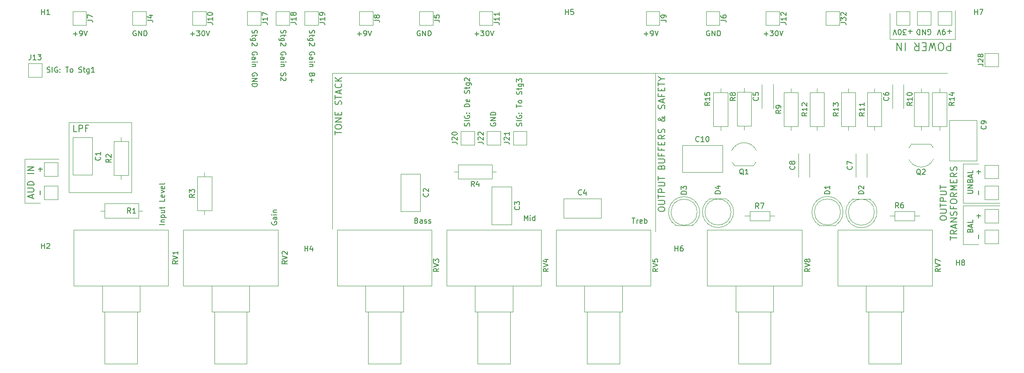
<source format=gbr>
%TF.GenerationSoftware,KiCad,Pcbnew,9.0.0*%
%TF.CreationDate,2025-02-28T17:27:40-06:00*%
%TF.ProjectId,Block-amp-front,426c6f63-6b2d-4616-9d70-2d66726f6e74,v0.1*%
%TF.SameCoordinates,Original*%
%TF.FileFunction,Legend,Top*%
%TF.FilePolarity,Positive*%
%FSLAX46Y46*%
G04 Gerber Fmt 4.6, Leading zero omitted, Abs format (unit mm)*
G04 Created by KiCad (PCBNEW 9.0.0) date 2025-02-28 17:27:40*
%MOMM*%
%LPD*%
G01*
G04 APERTURE LIST*
%ADD10C,0.150000*%
%ADD11C,0.100000*%
%ADD12C,0.120000*%
G04 APERTURE END LIST*
D10*
X23488866Y-122880951D02*
X23488866Y-122119047D01*
X23869819Y-122499999D02*
X23107914Y-122499999D01*
D11*
X20500000Y-129000000D02*
X23500000Y-129000000D01*
X20500000Y-120500000D02*
X20500000Y-129000000D01*
D10*
X23488866Y-127380951D02*
X23488866Y-126619047D01*
D11*
X27000000Y-120500000D02*
X20500000Y-120500000D01*
D10*
X21944580Y-128005952D02*
X21944580Y-127410714D01*
X22301723Y-128125000D02*
X21051723Y-127708333D01*
X21051723Y-127708333D02*
X22301723Y-127291667D01*
X21051723Y-126874999D02*
X22063628Y-126874999D01*
X22063628Y-126874999D02*
X22182676Y-126815476D01*
X22182676Y-126815476D02*
X22242200Y-126755952D01*
X22242200Y-126755952D02*
X22301723Y-126636904D01*
X22301723Y-126636904D02*
X22301723Y-126398809D01*
X22301723Y-126398809D02*
X22242200Y-126279761D01*
X22242200Y-126279761D02*
X22182676Y-126220238D01*
X22182676Y-126220238D02*
X22063628Y-126160714D01*
X22063628Y-126160714D02*
X21051723Y-126160714D01*
X22301723Y-125565475D02*
X21051723Y-125565475D01*
X21051723Y-125565475D02*
X21051723Y-125267856D01*
X21051723Y-125267856D02*
X21111247Y-125089285D01*
X21111247Y-125089285D02*
X21230295Y-124970237D01*
X21230295Y-124970237D02*
X21349342Y-124910714D01*
X21349342Y-124910714D02*
X21587438Y-124851190D01*
X21587438Y-124851190D02*
X21766009Y-124851190D01*
X21766009Y-124851190D02*
X22004104Y-124910714D01*
X22004104Y-124910714D02*
X22123152Y-124970237D01*
X22123152Y-124970237D02*
X22242200Y-125089285D01*
X22242200Y-125089285D02*
X22301723Y-125267856D01*
X22301723Y-125267856D02*
X22301723Y-125565475D01*
X22301723Y-123363094D02*
X21051723Y-123363094D01*
X22301723Y-122767856D02*
X21051723Y-122767856D01*
X21051723Y-122767856D02*
X22301723Y-122053571D01*
X22301723Y-122053571D02*
X21051723Y-122053571D01*
X30491541Y-115301723D02*
X29896303Y-115301723D01*
X29896303Y-115301723D02*
X29896303Y-114051723D01*
X30908208Y-115301723D02*
X30908208Y-114051723D01*
X30908208Y-114051723D02*
X31384398Y-114051723D01*
X31384398Y-114051723D02*
X31503446Y-114111247D01*
X31503446Y-114111247D02*
X31562969Y-114170771D01*
X31562969Y-114170771D02*
X31622493Y-114289819D01*
X31622493Y-114289819D02*
X31622493Y-114468390D01*
X31622493Y-114468390D02*
X31562969Y-114587438D01*
X31562969Y-114587438D02*
X31503446Y-114646961D01*
X31503446Y-114646961D02*
X31384398Y-114706485D01*
X31384398Y-114706485D02*
X30908208Y-114706485D01*
X32574874Y-114646961D02*
X32158208Y-114646961D01*
X32158208Y-115301723D02*
X32158208Y-114051723D01*
X32158208Y-114051723D02*
X32753446Y-114051723D01*
D11*
X29000000Y-113500000D02*
X41000000Y-113500000D01*
X41000000Y-127000000D01*
X29000000Y-127000000D01*
X29000000Y-113500000D01*
D10*
X142051723Y-130312971D02*
X142051723Y-130074876D01*
X142051723Y-130074876D02*
X142111247Y-129955828D01*
X142111247Y-129955828D02*
X142230295Y-129836781D01*
X142230295Y-129836781D02*
X142468390Y-129777257D01*
X142468390Y-129777257D02*
X142885057Y-129777257D01*
X142885057Y-129777257D02*
X143123152Y-129836781D01*
X143123152Y-129836781D02*
X143242200Y-129955828D01*
X143242200Y-129955828D02*
X143301723Y-130074876D01*
X143301723Y-130074876D02*
X143301723Y-130312971D01*
X143301723Y-130312971D02*
X143242200Y-130432019D01*
X143242200Y-130432019D02*
X143123152Y-130551066D01*
X143123152Y-130551066D02*
X142885057Y-130610590D01*
X142885057Y-130610590D02*
X142468390Y-130610590D01*
X142468390Y-130610590D02*
X142230295Y-130551066D01*
X142230295Y-130551066D02*
X142111247Y-130432019D01*
X142111247Y-130432019D02*
X142051723Y-130312971D01*
X142051723Y-129241542D02*
X143063628Y-129241542D01*
X143063628Y-129241542D02*
X143182676Y-129182019D01*
X143182676Y-129182019D02*
X143242200Y-129122495D01*
X143242200Y-129122495D02*
X143301723Y-129003447D01*
X143301723Y-129003447D02*
X143301723Y-128765352D01*
X143301723Y-128765352D02*
X143242200Y-128646304D01*
X143242200Y-128646304D02*
X143182676Y-128586781D01*
X143182676Y-128586781D02*
X143063628Y-128527257D01*
X143063628Y-128527257D02*
X142051723Y-128527257D01*
X142051723Y-128110590D02*
X142051723Y-127396304D01*
X143301723Y-127753447D02*
X142051723Y-127753447D01*
X143301723Y-126979637D02*
X142051723Y-126979637D01*
X142051723Y-126979637D02*
X142051723Y-126503447D01*
X142051723Y-126503447D02*
X142111247Y-126384399D01*
X142111247Y-126384399D02*
X142170771Y-126324876D01*
X142170771Y-126324876D02*
X142289819Y-126265352D01*
X142289819Y-126265352D02*
X142468390Y-126265352D01*
X142468390Y-126265352D02*
X142587438Y-126324876D01*
X142587438Y-126324876D02*
X142646961Y-126384399D01*
X142646961Y-126384399D02*
X142706485Y-126503447D01*
X142706485Y-126503447D02*
X142706485Y-126979637D01*
X142051723Y-125729637D02*
X143063628Y-125729637D01*
X143063628Y-125729637D02*
X143182676Y-125670114D01*
X143182676Y-125670114D02*
X143242200Y-125610590D01*
X143242200Y-125610590D02*
X143301723Y-125491542D01*
X143301723Y-125491542D02*
X143301723Y-125253447D01*
X143301723Y-125253447D02*
X143242200Y-125134399D01*
X143242200Y-125134399D02*
X143182676Y-125074876D01*
X143182676Y-125074876D02*
X143063628Y-125015352D01*
X143063628Y-125015352D02*
X142051723Y-125015352D01*
X142051723Y-124598685D02*
X142051723Y-123884399D01*
X143301723Y-124241542D02*
X142051723Y-124241542D01*
X142646961Y-122098685D02*
X142706485Y-121920113D01*
X142706485Y-121920113D02*
X142766009Y-121860590D01*
X142766009Y-121860590D02*
X142885057Y-121801066D01*
X142885057Y-121801066D02*
X143063628Y-121801066D01*
X143063628Y-121801066D02*
X143182676Y-121860590D01*
X143182676Y-121860590D02*
X143242200Y-121920113D01*
X143242200Y-121920113D02*
X143301723Y-122039161D01*
X143301723Y-122039161D02*
X143301723Y-122515351D01*
X143301723Y-122515351D02*
X142051723Y-122515351D01*
X142051723Y-122515351D02*
X142051723Y-122098685D01*
X142051723Y-122098685D02*
X142111247Y-121979637D01*
X142111247Y-121979637D02*
X142170771Y-121920113D01*
X142170771Y-121920113D02*
X142289819Y-121860590D01*
X142289819Y-121860590D02*
X142408866Y-121860590D01*
X142408866Y-121860590D02*
X142527914Y-121920113D01*
X142527914Y-121920113D02*
X142587438Y-121979637D01*
X142587438Y-121979637D02*
X142646961Y-122098685D01*
X142646961Y-122098685D02*
X142646961Y-122515351D01*
X142051723Y-121265351D02*
X143063628Y-121265351D01*
X143063628Y-121265351D02*
X143182676Y-121205828D01*
X143182676Y-121205828D02*
X143242200Y-121146304D01*
X143242200Y-121146304D02*
X143301723Y-121027256D01*
X143301723Y-121027256D02*
X143301723Y-120789161D01*
X143301723Y-120789161D02*
X143242200Y-120670113D01*
X143242200Y-120670113D02*
X143182676Y-120610590D01*
X143182676Y-120610590D02*
X143063628Y-120551066D01*
X143063628Y-120551066D02*
X142051723Y-120551066D01*
X142646961Y-119539161D02*
X142646961Y-119955827D01*
X143301723Y-119955827D02*
X142051723Y-119955827D01*
X142051723Y-119955827D02*
X142051723Y-119360589D01*
X142646961Y-118467732D02*
X142646961Y-118884398D01*
X143301723Y-118884398D02*
X142051723Y-118884398D01*
X142051723Y-118884398D02*
X142051723Y-118289160D01*
X142646961Y-117812969D02*
X142646961Y-117396303D01*
X143301723Y-117217731D02*
X143301723Y-117812969D01*
X143301723Y-117812969D02*
X142051723Y-117812969D01*
X142051723Y-117812969D02*
X142051723Y-117217731D01*
X143301723Y-115967732D02*
X142706485Y-116384398D01*
X143301723Y-116682017D02*
X142051723Y-116682017D01*
X142051723Y-116682017D02*
X142051723Y-116205827D01*
X142051723Y-116205827D02*
X142111247Y-116086779D01*
X142111247Y-116086779D02*
X142170771Y-116027256D01*
X142170771Y-116027256D02*
X142289819Y-115967732D01*
X142289819Y-115967732D02*
X142468390Y-115967732D01*
X142468390Y-115967732D02*
X142587438Y-116027256D01*
X142587438Y-116027256D02*
X142646961Y-116086779D01*
X142646961Y-116086779D02*
X142706485Y-116205827D01*
X142706485Y-116205827D02*
X142706485Y-116682017D01*
X143242200Y-115491541D02*
X143301723Y-115312970D01*
X143301723Y-115312970D02*
X143301723Y-115015351D01*
X143301723Y-115015351D02*
X143242200Y-114896303D01*
X143242200Y-114896303D02*
X143182676Y-114836779D01*
X143182676Y-114836779D02*
X143063628Y-114777256D01*
X143063628Y-114777256D02*
X142944580Y-114777256D01*
X142944580Y-114777256D02*
X142825533Y-114836779D01*
X142825533Y-114836779D02*
X142766009Y-114896303D01*
X142766009Y-114896303D02*
X142706485Y-115015351D01*
X142706485Y-115015351D02*
X142646961Y-115253446D01*
X142646961Y-115253446D02*
X142587438Y-115372494D01*
X142587438Y-115372494D02*
X142527914Y-115432017D01*
X142527914Y-115432017D02*
X142408866Y-115491541D01*
X142408866Y-115491541D02*
X142289819Y-115491541D01*
X142289819Y-115491541D02*
X142170771Y-115432017D01*
X142170771Y-115432017D02*
X142111247Y-115372494D01*
X142111247Y-115372494D02*
X142051723Y-115253446D01*
X142051723Y-115253446D02*
X142051723Y-114955827D01*
X142051723Y-114955827D02*
X142111247Y-114777256D01*
X143301723Y-112277256D02*
X143301723Y-112336780D01*
X143301723Y-112336780D02*
X143242200Y-112455827D01*
X143242200Y-112455827D02*
X143063628Y-112634399D01*
X143063628Y-112634399D02*
X142706485Y-112932018D01*
X142706485Y-112932018D02*
X142527914Y-113051065D01*
X142527914Y-113051065D02*
X142349342Y-113110589D01*
X142349342Y-113110589D02*
X142230295Y-113110589D01*
X142230295Y-113110589D02*
X142111247Y-113051065D01*
X142111247Y-113051065D02*
X142051723Y-112932018D01*
X142051723Y-112932018D02*
X142051723Y-112872494D01*
X142051723Y-112872494D02*
X142111247Y-112753446D01*
X142111247Y-112753446D02*
X142230295Y-112693922D01*
X142230295Y-112693922D02*
X142289819Y-112693922D01*
X142289819Y-112693922D02*
X142408866Y-112753446D01*
X142408866Y-112753446D02*
X142468390Y-112812970D01*
X142468390Y-112812970D02*
X142706485Y-113170113D01*
X142706485Y-113170113D02*
X142766009Y-113229637D01*
X142766009Y-113229637D02*
X142885057Y-113289160D01*
X142885057Y-113289160D02*
X143063628Y-113289160D01*
X143063628Y-113289160D02*
X143182676Y-113229637D01*
X143182676Y-113229637D02*
X143242200Y-113170113D01*
X143242200Y-113170113D02*
X143301723Y-113051065D01*
X143301723Y-113051065D02*
X143301723Y-112872494D01*
X143301723Y-112872494D02*
X143242200Y-112753446D01*
X143242200Y-112753446D02*
X143182676Y-112693922D01*
X143182676Y-112693922D02*
X142944580Y-112515351D01*
X142944580Y-112515351D02*
X142766009Y-112455827D01*
X142766009Y-112455827D02*
X142646961Y-112455827D01*
X143242200Y-110848684D02*
X143301723Y-110670113D01*
X143301723Y-110670113D02*
X143301723Y-110372494D01*
X143301723Y-110372494D02*
X143242200Y-110253446D01*
X143242200Y-110253446D02*
X143182676Y-110193922D01*
X143182676Y-110193922D02*
X143063628Y-110134399D01*
X143063628Y-110134399D02*
X142944580Y-110134399D01*
X142944580Y-110134399D02*
X142825533Y-110193922D01*
X142825533Y-110193922D02*
X142766009Y-110253446D01*
X142766009Y-110253446D02*
X142706485Y-110372494D01*
X142706485Y-110372494D02*
X142646961Y-110610589D01*
X142646961Y-110610589D02*
X142587438Y-110729637D01*
X142587438Y-110729637D02*
X142527914Y-110789160D01*
X142527914Y-110789160D02*
X142408866Y-110848684D01*
X142408866Y-110848684D02*
X142289819Y-110848684D01*
X142289819Y-110848684D02*
X142170771Y-110789160D01*
X142170771Y-110789160D02*
X142111247Y-110729637D01*
X142111247Y-110729637D02*
X142051723Y-110610589D01*
X142051723Y-110610589D02*
X142051723Y-110312970D01*
X142051723Y-110312970D02*
X142111247Y-110134399D01*
X142944580Y-109658208D02*
X142944580Y-109062970D01*
X143301723Y-109777256D02*
X142051723Y-109360589D01*
X142051723Y-109360589D02*
X143301723Y-108943923D01*
X142646961Y-108110589D02*
X142646961Y-108527255D01*
X143301723Y-108527255D02*
X142051723Y-108527255D01*
X142051723Y-108527255D02*
X142051723Y-107932017D01*
X142646961Y-107455826D02*
X142646961Y-107039160D01*
X143301723Y-106860588D02*
X143301723Y-107455826D01*
X143301723Y-107455826D02*
X142051723Y-107455826D01*
X142051723Y-107455826D02*
X142051723Y-106860588D01*
X142051723Y-106503446D02*
X142051723Y-105789160D01*
X143301723Y-106146303D02*
X142051723Y-106146303D01*
X142706485Y-105134398D02*
X143301723Y-105134398D01*
X142051723Y-105551065D02*
X142706485Y-105134398D01*
X142706485Y-105134398D02*
X142051723Y-104717732D01*
D11*
X141500000Y-104000000D02*
X197500000Y-104000000D01*
D10*
X80051723Y-115848684D02*
X80051723Y-115134398D01*
X81301723Y-115491541D02*
X80051723Y-115491541D01*
X80051723Y-114479636D02*
X80051723Y-114241541D01*
X80051723Y-114241541D02*
X80111247Y-114122493D01*
X80111247Y-114122493D02*
X80230295Y-114003446D01*
X80230295Y-114003446D02*
X80468390Y-113943922D01*
X80468390Y-113943922D02*
X80885057Y-113943922D01*
X80885057Y-113943922D02*
X81123152Y-114003446D01*
X81123152Y-114003446D02*
X81242200Y-114122493D01*
X81242200Y-114122493D02*
X81301723Y-114241541D01*
X81301723Y-114241541D02*
X81301723Y-114479636D01*
X81301723Y-114479636D02*
X81242200Y-114598684D01*
X81242200Y-114598684D02*
X81123152Y-114717731D01*
X81123152Y-114717731D02*
X80885057Y-114777255D01*
X80885057Y-114777255D02*
X80468390Y-114777255D01*
X80468390Y-114777255D02*
X80230295Y-114717731D01*
X80230295Y-114717731D02*
X80111247Y-114598684D01*
X80111247Y-114598684D02*
X80051723Y-114479636D01*
X81301723Y-113408207D02*
X80051723Y-113408207D01*
X80051723Y-113408207D02*
X81301723Y-112693922D01*
X81301723Y-112693922D02*
X80051723Y-112693922D01*
X80646961Y-112098683D02*
X80646961Y-111682017D01*
X81301723Y-111503445D02*
X81301723Y-112098683D01*
X81301723Y-112098683D02*
X80051723Y-112098683D01*
X80051723Y-112098683D02*
X80051723Y-111503445D01*
X81242200Y-110074874D02*
X81301723Y-109896303D01*
X81301723Y-109896303D02*
X81301723Y-109598684D01*
X81301723Y-109598684D02*
X81242200Y-109479636D01*
X81242200Y-109479636D02*
X81182676Y-109420112D01*
X81182676Y-109420112D02*
X81063628Y-109360589D01*
X81063628Y-109360589D02*
X80944580Y-109360589D01*
X80944580Y-109360589D02*
X80825533Y-109420112D01*
X80825533Y-109420112D02*
X80766009Y-109479636D01*
X80766009Y-109479636D02*
X80706485Y-109598684D01*
X80706485Y-109598684D02*
X80646961Y-109836779D01*
X80646961Y-109836779D02*
X80587438Y-109955827D01*
X80587438Y-109955827D02*
X80527914Y-110015350D01*
X80527914Y-110015350D02*
X80408866Y-110074874D01*
X80408866Y-110074874D02*
X80289819Y-110074874D01*
X80289819Y-110074874D02*
X80170771Y-110015350D01*
X80170771Y-110015350D02*
X80111247Y-109955827D01*
X80111247Y-109955827D02*
X80051723Y-109836779D01*
X80051723Y-109836779D02*
X80051723Y-109539160D01*
X80051723Y-109539160D02*
X80111247Y-109360589D01*
X80051723Y-109003446D02*
X80051723Y-108289160D01*
X81301723Y-108646303D02*
X80051723Y-108646303D01*
X80944580Y-107932017D02*
X80944580Y-107336779D01*
X81301723Y-108051065D02*
X80051723Y-107634398D01*
X80051723Y-107634398D02*
X81301723Y-107217732D01*
X81182676Y-106086779D02*
X81242200Y-106146303D01*
X81242200Y-106146303D02*
X81301723Y-106324874D01*
X81301723Y-106324874D02*
X81301723Y-106443922D01*
X81301723Y-106443922D02*
X81242200Y-106622493D01*
X81242200Y-106622493D02*
X81123152Y-106741541D01*
X81123152Y-106741541D02*
X81004104Y-106801064D01*
X81004104Y-106801064D02*
X80766009Y-106860588D01*
X80766009Y-106860588D02*
X80587438Y-106860588D01*
X80587438Y-106860588D02*
X80349342Y-106801064D01*
X80349342Y-106801064D02*
X80230295Y-106741541D01*
X80230295Y-106741541D02*
X80111247Y-106622493D01*
X80111247Y-106622493D02*
X80051723Y-106443922D01*
X80051723Y-106443922D02*
X80051723Y-106324874D01*
X80051723Y-106324874D02*
X80111247Y-106146303D01*
X80111247Y-106146303D02*
X80170771Y-106086779D01*
X81301723Y-105551064D02*
X80051723Y-105551064D01*
X81301723Y-104836779D02*
X80587438Y-105372493D01*
X80051723Y-104836779D02*
X80766009Y-105551064D01*
D11*
X141500000Y-104000000D02*
X79500000Y-104000000D01*
X79500000Y-134000000D02*
X79500000Y-104000000D01*
X141500000Y-134500000D02*
X141500000Y-104000000D01*
D10*
X196076793Y-132005952D02*
X196076793Y-131767857D01*
X196076793Y-131767857D02*
X196136317Y-131648809D01*
X196136317Y-131648809D02*
X196255365Y-131529762D01*
X196255365Y-131529762D02*
X196493460Y-131470238D01*
X196493460Y-131470238D02*
X196910127Y-131470238D01*
X196910127Y-131470238D02*
X197148222Y-131529762D01*
X197148222Y-131529762D02*
X197267270Y-131648809D01*
X197267270Y-131648809D02*
X197326793Y-131767857D01*
X197326793Y-131767857D02*
X197326793Y-132005952D01*
X197326793Y-132005952D02*
X197267270Y-132125000D01*
X197267270Y-132125000D02*
X197148222Y-132244047D01*
X197148222Y-132244047D02*
X196910127Y-132303571D01*
X196910127Y-132303571D02*
X196493460Y-132303571D01*
X196493460Y-132303571D02*
X196255365Y-132244047D01*
X196255365Y-132244047D02*
X196136317Y-132125000D01*
X196136317Y-132125000D02*
X196076793Y-132005952D01*
X196076793Y-130934523D02*
X197088698Y-130934523D01*
X197088698Y-130934523D02*
X197207746Y-130875000D01*
X197207746Y-130875000D02*
X197267270Y-130815476D01*
X197267270Y-130815476D02*
X197326793Y-130696428D01*
X197326793Y-130696428D02*
X197326793Y-130458333D01*
X197326793Y-130458333D02*
X197267270Y-130339285D01*
X197267270Y-130339285D02*
X197207746Y-130279762D01*
X197207746Y-130279762D02*
X197088698Y-130220238D01*
X197088698Y-130220238D02*
X196076793Y-130220238D01*
X196076793Y-129803571D02*
X196076793Y-129089285D01*
X197326793Y-129446428D02*
X196076793Y-129446428D01*
X197326793Y-128672618D02*
X196076793Y-128672618D01*
X196076793Y-128672618D02*
X196076793Y-128196428D01*
X196076793Y-128196428D02*
X196136317Y-128077380D01*
X196136317Y-128077380D02*
X196195841Y-128017857D01*
X196195841Y-128017857D02*
X196314889Y-127958333D01*
X196314889Y-127958333D02*
X196493460Y-127958333D01*
X196493460Y-127958333D02*
X196612508Y-128017857D01*
X196612508Y-128017857D02*
X196672031Y-128077380D01*
X196672031Y-128077380D02*
X196731555Y-128196428D01*
X196731555Y-128196428D02*
X196731555Y-128672618D01*
X196076793Y-127422618D02*
X197088698Y-127422618D01*
X197088698Y-127422618D02*
X197207746Y-127363095D01*
X197207746Y-127363095D02*
X197267270Y-127303571D01*
X197267270Y-127303571D02*
X197326793Y-127184523D01*
X197326793Y-127184523D02*
X197326793Y-126946428D01*
X197326793Y-126946428D02*
X197267270Y-126827380D01*
X197267270Y-126827380D02*
X197207746Y-126767857D01*
X197207746Y-126767857D02*
X197088698Y-126708333D01*
X197088698Y-126708333D02*
X196076793Y-126708333D01*
X196076793Y-126291666D02*
X196076793Y-125577380D01*
X197326793Y-125934523D02*
X196076793Y-125934523D01*
X198089223Y-136083333D02*
X198089223Y-135369047D01*
X199339223Y-135726190D02*
X198089223Y-135726190D01*
X199339223Y-134238095D02*
X198743985Y-134654761D01*
X199339223Y-134952380D02*
X198089223Y-134952380D01*
X198089223Y-134952380D02*
X198089223Y-134476190D01*
X198089223Y-134476190D02*
X198148747Y-134357142D01*
X198148747Y-134357142D02*
X198208271Y-134297619D01*
X198208271Y-134297619D02*
X198327319Y-134238095D01*
X198327319Y-134238095D02*
X198505890Y-134238095D01*
X198505890Y-134238095D02*
X198624938Y-134297619D01*
X198624938Y-134297619D02*
X198684461Y-134357142D01*
X198684461Y-134357142D02*
X198743985Y-134476190D01*
X198743985Y-134476190D02*
X198743985Y-134952380D01*
X198982080Y-133761904D02*
X198982080Y-133166666D01*
X199339223Y-133880952D02*
X198089223Y-133464285D01*
X198089223Y-133464285D02*
X199339223Y-133047619D01*
X199339223Y-132630951D02*
X198089223Y-132630951D01*
X198089223Y-132630951D02*
X199339223Y-131916666D01*
X199339223Y-131916666D02*
X198089223Y-131916666D01*
X199279700Y-131380951D02*
X199339223Y-131202380D01*
X199339223Y-131202380D02*
X199339223Y-130904761D01*
X199339223Y-130904761D02*
X199279700Y-130785713D01*
X199279700Y-130785713D02*
X199220176Y-130726189D01*
X199220176Y-130726189D02*
X199101128Y-130666666D01*
X199101128Y-130666666D02*
X198982080Y-130666666D01*
X198982080Y-130666666D02*
X198863033Y-130726189D01*
X198863033Y-130726189D02*
X198803509Y-130785713D01*
X198803509Y-130785713D02*
X198743985Y-130904761D01*
X198743985Y-130904761D02*
X198684461Y-131142856D01*
X198684461Y-131142856D02*
X198624938Y-131261904D01*
X198624938Y-131261904D02*
X198565414Y-131321427D01*
X198565414Y-131321427D02*
X198446366Y-131380951D01*
X198446366Y-131380951D02*
X198327319Y-131380951D01*
X198327319Y-131380951D02*
X198208271Y-131321427D01*
X198208271Y-131321427D02*
X198148747Y-131261904D01*
X198148747Y-131261904D02*
X198089223Y-131142856D01*
X198089223Y-131142856D02*
X198089223Y-130845237D01*
X198089223Y-130845237D02*
X198148747Y-130666666D01*
X198684461Y-129714285D02*
X198684461Y-130130951D01*
X199339223Y-130130951D02*
X198089223Y-130130951D01*
X198089223Y-130130951D02*
X198089223Y-129535713D01*
X198089223Y-128821427D02*
X198089223Y-128583332D01*
X198089223Y-128583332D02*
X198148747Y-128464284D01*
X198148747Y-128464284D02*
X198267795Y-128345237D01*
X198267795Y-128345237D02*
X198505890Y-128285713D01*
X198505890Y-128285713D02*
X198922557Y-128285713D01*
X198922557Y-128285713D02*
X199160652Y-128345237D01*
X199160652Y-128345237D02*
X199279700Y-128464284D01*
X199279700Y-128464284D02*
X199339223Y-128583332D01*
X199339223Y-128583332D02*
X199339223Y-128821427D01*
X199339223Y-128821427D02*
X199279700Y-128940475D01*
X199279700Y-128940475D02*
X199160652Y-129059522D01*
X199160652Y-129059522D02*
X198922557Y-129119046D01*
X198922557Y-129119046D02*
X198505890Y-129119046D01*
X198505890Y-129119046D02*
X198267795Y-129059522D01*
X198267795Y-129059522D02*
X198148747Y-128940475D01*
X198148747Y-128940475D02*
X198089223Y-128821427D01*
X199339223Y-127035713D02*
X198743985Y-127452379D01*
X199339223Y-127749998D02*
X198089223Y-127749998D01*
X198089223Y-127749998D02*
X198089223Y-127273808D01*
X198089223Y-127273808D02*
X198148747Y-127154760D01*
X198148747Y-127154760D02*
X198208271Y-127095237D01*
X198208271Y-127095237D02*
X198327319Y-127035713D01*
X198327319Y-127035713D02*
X198505890Y-127035713D01*
X198505890Y-127035713D02*
X198624938Y-127095237D01*
X198624938Y-127095237D02*
X198684461Y-127154760D01*
X198684461Y-127154760D02*
X198743985Y-127273808D01*
X198743985Y-127273808D02*
X198743985Y-127749998D01*
X199339223Y-126499998D02*
X198089223Y-126499998D01*
X198089223Y-126499998D02*
X198982080Y-126083332D01*
X198982080Y-126083332D02*
X198089223Y-125666665D01*
X198089223Y-125666665D02*
X199339223Y-125666665D01*
X198684461Y-125071427D02*
X198684461Y-124654761D01*
X199339223Y-124476189D02*
X199339223Y-125071427D01*
X199339223Y-125071427D02*
X198089223Y-125071427D01*
X198089223Y-125071427D02*
X198089223Y-124476189D01*
X199339223Y-123226190D02*
X198743985Y-123642856D01*
X199339223Y-123940475D02*
X198089223Y-123940475D01*
X198089223Y-123940475D02*
X198089223Y-123464285D01*
X198089223Y-123464285D02*
X198148747Y-123345237D01*
X198148747Y-123345237D02*
X198208271Y-123285714D01*
X198208271Y-123285714D02*
X198327319Y-123226190D01*
X198327319Y-123226190D02*
X198505890Y-123226190D01*
X198505890Y-123226190D02*
X198624938Y-123285714D01*
X198624938Y-123285714D02*
X198684461Y-123345237D01*
X198684461Y-123345237D02*
X198743985Y-123464285D01*
X198743985Y-123464285D02*
X198743985Y-123940475D01*
X199279700Y-122749999D02*
X199339223Y-122571428D01*
X199339223Y-122571428D02*
X199339223Y-122273809D01*
X199339223Y-122273809D02*
X199279700Y-122154761D01*
X199279700Y-122154761D02*
X199220176Y-122095237D01*
X199220176Y-122095237D02*
X199101128Y-122035714D01*
X199101128Y-122035714D02*
X198982080Y-122035714D01*
X198982080Y-122035714D02*
X198863033Y-122095237D01*
X198863033Y-122095237D02*
X198803509Y-122154761D01*
X198803509Y-122154761D02*
X198743985Y-122273809D01*
X198743985Y-122273809D02*
X198684461Y-122511904D01*
X198684461Y-122511904D02*
X198624938Y-122630952D01*
X198624938Y-122630952D02*
X198565414Y-122690475D01*
X198565414Y-122690475D02*
X198446366Y-122749999D01*
X198446366Y-122749999D02*
X198327319Y-122749999D01*
X198327319Y-122749999D02*
X198208271Y-122690475D01*
X198208271Y-122690475D02*
X198148747Y-122630952D01*
X198148747Y-122630952D02*
X198089223Y-122511904D01*
X198089223Y-122511904D02*
X198089223Y-122214285D01*
X198089223Y-122214285D02*
X198148747Y-122035714D01*
D11*
X200500000Y-137000000D02*
X203500000Y-137000000D01*
X200500000Y-129500000D02*
X200500000Y-137000000D01*
X207500000Y-129500000D02*
X200500000Y-129500000D01*
X200500000Y-121500000D02*
X203500000Y-121500000D01*
X200500000Y-129000000D02*
X200500000Y-121500000D01*
X207500000Y-129000000D02*
X200500000Y-129000000D01*
D10*
X203488866Y-135880951D02*
X203488866Y-135119047D01*
X203488866Y-131880951D02*
X203488866Y-131119047D01*
X203869819Y-131499999D02*
X203107914Y-131499999D01*
X203488866Y-127380951D02*
X203488866Y-126619047D01*
X203488866Y-123380951D02*
X203488866Y-122619047D01*
X203869819Y-122999999D02*
X203107914Y-122999999D01*
X198178572Y-98191371D02*
X198178572Y-99691371D01*
X198178572Y-99691371D02*
X197607143Y-99691371D01*
X197607143Y-99691371D02*
X197464286Y-99619942D01*
X197464286Y-99619942D02*
X197392857Y-99548514D01*
X197392857Y-99548514D02*
X197321429Y-99405657D01*
X197321429Y-99405657D02*
X197321429Y-99191371D01*
X197321429Y-99191371D02*
X197392857Y-99048514D01*
X197392857Y-99048514D02*
X197464286Y-98977085D01*
X197464286Y-98977085D02*
X197607143Y-98905657D01*
X197607143Y-98905657D02*
X198178572Y-98905657D01*
X196392857Y-99691371D02*
X196107143Y-99691371D01*
X196107143Y-99691371D02*
X195964286Y-99619942D01*
X195964286Y-99619942D02*
X195821429Y-99477085D01*
X195821429Y-99477085D02*
X195750000Y-99191371D01*
X195750000Y-99191371D02*
X195750000Y-98691371D01*
X195750000Y-98691371D02*
X195821429Y-98405657D01*
X195821429Y-98405657D02*
X195964286Y-98262800D01*
X195964286Y-98262800D02*
X196107143Y-98191371D01*
X196107143Y-98191371D02*
X196392857Y-98191371D01*
X196392857Y-98191371D02*
X196535715Y-98262800D01*
X196535715Y-98262800D02*
X196678572Y-98405657D01*
X196678572Y-98405657D02*
X196750000Y-98691371D01*
X196750000Y-98691371D02*
X196750000Y-99191371D01*
X196750000Y-99191371D02*
X196678572Y-99477085D01*
X196678572Y-99477085D02*
X196535715Y-99619942D01*
X196535715Y-99619942D02*
X196392857Y-99691371D01*
X195250000Y-99691371D02*
X194892857Y-98191371D01*
X194892857Y-98191371D02*
X194607143Y-99262800D01*
X194607143Y-99262800D02*
X194321428Y-98191371D01*
X194321428Y-98191371D02*
X193964286Y-99691371D01*
X193392857Y-98977085D02*
X192892857Y-98977085D01*
X192678571Y-98191371D02*
X193392857Y-98191371D01*
X193392857Y-98191371D02*
X193392857Y-99691371D01*
X193392857Y-99691371D02*
X192678571Y-99691371D01*
X191178571Y-98191371D02*
X191678571Y-98905657D01*
X192035714Y-98191371D02*
X192035714Y-99691371D01*
X192035714Y-99691371D02*
X191464285Y-99691371D01*
X191464285Y-99691371D02*
X191321428Y-99619942D01*
X191321428Y-99619942D02*
X191249999Y-99548514D01*
X191249999Y-99548514D02*
X191178571Y-99405657D01*
X191178571Y-99405657D02*
X191178571Y-99191371D01*
X191178571Y-99191371D02*
X191249999Y-99048514D01*
X191249999Y-99048514D02*
X191321428Y-98977085D01*
X191321428Y-98977085D02*
X191464285Y-98905657D01*
X191464285Y-98905657D02*
X192035714Y-98905657D01*
X189392857Y-98191371D02*
X189392857Y-99691371D01*
X188678571Y-98191371D02*
X188678571Y-99691371D01*
X188678571Y-99691371D02*
X187821428Y-98191371D01*
X187821428Y-98191371D02*
X187821428Y-99691371D01*
D11*
X199000000Y-97500000D02*
X199000000Y-92000000D01*
X186500000Y-97500000D02*
X199000000Y-97500000D01*
X186500000Y-92500000D02*
X186500000Y-97500000D01*
D10*
X190761904Y-96011133D02*
X190000000Y-96011133D01*
X190380952Y-95630180D02*
X190380952Y-96392085D01*
X189619047Y-96630180D02*
X189000000Y-96630180D01*
X189000000Y-96630180D02*
X189333333Y-96249228D01*
X189333333Y-96249228D02*
X189190476Y-96249228D01*
X189190476Y-96249228D02*
X189095238Y-96201609D01*
X189095238Y-96201609D02*
X189047619Y-96153990D01*
X189047619Y-96153990D02*
X189000000Y-96058752D01*
X189000000Y-96058752D02*
X189000000Y-95820657D01*
X189000000Y-95820657D02*
X189047619Y-95725419D01*
X189047619Y-95725419D02*
X189095238Y-95677800D01*
X189095238Y-95677800D02*
X189190476Y-95630180D01*
X189190476Y-95630180D02*
X189476190Y-95630180D01*
X189476190Y-95630180D02*
X189571428Y-95677800D01*
X189571428Y-95677800D02*
X189619047Y-95725419D01*
X188380952Y-96630180D02*
X188285714Y-96630180D01*
X188285714Y-96630180D02*
X188190476Y-96582561D01*
X188190476Y-96582561D02*
X188142857Y-96534942D01*
X188142857Y-96534942D02*
X188095238Y-96439704D01*
X188095238Y-96439704D02*
X188047619Y-96249228D01*
X188047619Y-96249228D02*
X188047619Y-96011133D01*
X188047619Y-96011133D02*
X188095238Y-95820657D01*
X188095238Y-95820657D02*
X188142857Y-95725419D01*
X188142857Y-95725419D02*
X188190476Y-95677800D01*
X188190476Y-95677800D02*
X188285714Y-95630180D01*
X188285714Y-95630180D02*
X188380952Y-95630180D01*
X188380952Y-95630180D02*
X188476190Y-95677800D01*
X188476190Y-95677800D02*
X188523809Y-95725419D01*
X188523809Y-95725419D02*
X188571428Y-95820657D01*
X188571428Y-95820657D02*
X188619047Y-96011133D01*
X188619047Y-96011133D02*
X188619047Y-96249228D01*
X188619047Y-96249228D02*
X188571428Y-96439704D01*
X188571428Y-96439704D02*
X188523809Y-96534942D01*
X188523809Y-96534942D02*
X188476190Y-96582561D01*
X188476190Y-96582561D02*
X188380952Y-96630180D01*
X187761904Y-96630180D02*
X187428571Y-95630180D01*
X187428571Y-95630180D02*
X187095238Y-96630180D01*
X193761904Y-96582561D02*
X193857142Y-96630180D01*
X193857142Y-96630180D02*
X193999999Y-96630180D01*
X193999999Y-96630180D02*
X194142856Y-96582561D01*
X194142856Y-96582561D02*
X194238094Y-96487323D01*
X194238094Y-96487323D02*
X194285713Y-96392085D01*
X194285713Y-96392085D02*
X194333332Y-96201609D01*
X194333332Y-96201609D02*
X194333332Y-96058752D01*
X194333332Y-96058752D02*
X194285713Y-95868276D01*
X194285713Y-95868276D02*
X194238094Y-95773038D01*
X194238094Y-95773038D02*
X194142856Y-95677800D01*
X194142856Y-95677800D02*
X193999999Y-95630180D01*
X193999999Y-95630180D02*
X193904761Y-95630180D01*
X193904761Y-95630180D02*
X193761904Y-95677800D01*
X193761904Y-95677800D02*
X193714285Y-95725419D01*
X193714285Y-95725419D02*
X193714285Y-96058752D01*
X193714285Y-96058752D02*
X193904761Y-96058752D01*
X193285713Y-95630180D02*
X193285713Y-96630180D01*
X193285713Y-96630180D02*
X192714285Y-95630180D01*
X192714285Y-95630180D02*
X192714285Y-96630180D01*
X192238094Y-95630180D02*
X192238094Y-96630180D01*
X192238094Y-96630180D02*
X191999999Y-96630180D01*
X191999999Y-96630180D02*
X191857142Y-96582561D01*
X191857142Y-96582561D02*
X191761904Y-96487323D01*
X191761904Y-96487323D02*
X191714285Y-96392085D01*
X191714285Y-96392085D02*
X191666666Y-96201609D01*
X191666666Y-96201609D02*
X191666666Y-96058752D01*
X191666666Y-96058752D02*
X191714285Y-95868276D01*
X191714285Y-95868276D02*
X191761904Y-95773038D01*
X191761904Y-95773038D02*
X191857142Y-95677800D01*
X191857142Y-95677800D02*
X191999999Y-95630180D01*
X191999999Y-95630180D02*
X192238094Y-95630180D01*
X198285713Y-96011133D02*
X197523809Y-96011133D01*
X197904761Y-95630180D02*
X197904761Y-96392085D01*
X196999999Y-95630180D02*
X196809523Y-95630180D01*
X196809523Y-95630180D02*
X196714285Y-95677800D01*
X196714285Y-95677800D02*
X196666666Y-95725419D01*
X196666666Y-95725419D02*
X196571428Y-95868276D01*
X196571428Y-95868276D02*
X196523809Y-96058752D01*
X196523809Y-96058752D02*
X196523809Y-96439704D01*
X196523809Y-96439704D02*
X196571428Y-96534942D01*
X196571428Y-96534942D02*
X196619047Y-96582561D01*
X196619047Y-96582561D02*
X196714285Y-96630180D01*
X196714285Y-96630180D02*
X196904761Y-96630180D01*
X196904761Y-96630180D02*
X196999999Y-96582561D01*
X196999999Y-96582561D02*
X197047618Y-96534942D01*
X197047618Y-96534942D02*
X197095237Y-96439704D01*
X197095237Y-96439704D02*
X197095237Y-96201609D01*
X197095237Y-96201609D02*
X197047618Y-96106371D01*
X197047618Y-96106371D02*
X196999999Y-96058752D01*
X196999999Y-96058752D02*
X196904761Y-96011133D01*
X196904761Y-96011133D02*
X196714285Y-96011133D01*
X196714285Y-96011133D02*
X196619047Y-96058752D01*
X196619047Y-96058752D02*
X196571428Y-96106371D01*
X196571428Y-96106371D02*
X196523809Y-96201609D01*
X196238094Y-96630180D02*
X195904761Y-95630180D01*
X195904761Y-95630180D02*
X195571428Y-96630180D01*
X201846009Y-134261904D02*
X201893628Y-134119047D01*
X201893628Y-134119047D02*
X201941247Y-134071428D01*
X201941247Y-134071428D02*
X202036485Y-134023809D01*
X202036485Y-134023809D02*
X202179342Y-134023809D01*
X202179342Y-134023809D02*
X202274580Y-134071428D01*
X202274580Y-134071428D02*
X202322200Y-134119047D01*
X202322200Y-134119047D02*
X202369819Y-134214285D01*
X202369819Y-134214285D02*
X202369819Y-134595237D01*
X202369819Y-134595237D02*
X201369819Y-134595237D01*
X201369819Y-134595237D02*
X201369819Y-134261904D01*
X201369819Y-134261904D02*
X201417438Y-134166666D01*
X201417438Y-134166666D02*
X201465057Y-134119047D01*
X201465057Y-134119047D02*
X201560295Y-134071428D01*
X201560295Y-134071428D02*
X201655533Y-134071428D01*
X201655533Y-134071428D02*
X201750771Y-134119047D01*
X201750771Y-134119047D02*
X201798390Y-134166666D01*
X201798390Y-134166666D02*
X201846009Y-134261904D01*
X201846009Y-134261904D02*
X201846009Y-134595237D01*
X202084104Y-133642856D02*
X202084104Y-133166666D01*
X202369819Y-133738094D02*
X201369819Y-133404761D01*
X201369819Y-133404761D02*
X202369819Y-133071428D01*
X202369819Y-132261904D02*
X202369819Y-132738094D01*
X202369819Y-132738094D02*
X201369819Y-132738094D01*
X162336779Y-96488866D02*
X163098684Y-96488866D01*
X162717731Y-96869819D02*
X162717731Y-96107914D01*
X163479636Y-95869819D02*
X164098683Y-95869819D01*
X164098683Y-95869819D02*
X163765350Y-96250771D01*
X163765350Y-96250771D02*
X163908207Y-96250771D01*
X163908207Y-96250771D02*
X164003445Y-96298390D01*
X164003445Y-96298390D02*
X164051064Y-96346009D01*
X164051064Y-96346009D02*
X164098683Y-96441247D01*
X164098683Y-96441247D02*
X164098683Y-96679342D01*
X164098683Y-96679342D02*
X164051064Y-96774580D01*
X164051064Y-96774580D02*
X164003445Y-96822200D01*
X164003445Y-96822200D02*
X163908207Y-96869819D01*
X163908207Y-96869819D02*
X163622493Y-96869819D01*
X163622493Y-96869819D02*
X163527255Y-96822200D01*
X163527255Y-96822200D02*
X163479636Y-96774580D01*
X164717731Y-95869819D02*
X164812969Y-95869819D01*
X164812969Y-95869819D02*
X164908207Y-95917438D01*
X164908207Y-95917438D02*
X164955826Y-95965057D01*
X164955826Y-95965057D02*
X165003445Y-96060295D01*
X165003445Y-96060295D02*
X165051064Y-96250771D01*
X165051064Y-96250771D02*
X165051064Y-96488866D01*
X165051064Y-96488866D02*
X165003445Y-96679342D01*
X165003445Y-96679342D02*
X164955826Y-96774580D01*
X164955826Y-96774580D02*
X164908207Y-96822200D01*
X164908207Y-96822200D02*
X164812969Y-96869819D01*
X164812969Y-96869819D02*
X164717731Y-96869819D01*
X164717731Y-96869819D02*
X164622493Y-96822200D01*
X164622493Y-96822200D02*
X164574874Y-96774580D01*
X164574874Y-96774580D02*
X164527255Y-96679342D01*
X164527255Y-96679342D02*
X164479636Y-96488866D01*
X164479636Y-96488866D02*
X164479636Y-96250771D01*
X164479636Y-96250771D02*
X164527255Y-96060295D01*
X164527255Y-96060295D02*
X164574874Y-95965057D01*
X164574874Y-95965057D02*
X164622493Y-95917438D01*
X164622493Y-95917438D02*
X164717731Y-95869819D01*
X165336779Y-95869819D02*
X165670112Y-96869819D01*
X165670112Y-96869819D02*
X166003445Y-95869819D01*
X115822200Y-114210839D02*
X115869819Y-114067982D01*
X115869819Y-114067982D02*
X115869819Y-113829887D01*
X115869819Y-113829887D02*
X115822200Y-113734649D01*
X115822200Y-113734649D02*
X115774580Y-113687030D01*
X115774580Y-113687030D02*
X115679342Y-113639411D01*
X115679342Y-113639411D02*
X115584104Y-113639411D01*
X115584104Y-113639411D02*
X115488866Y-113687030D01*
X115488866Y-113687030D02*
X115441247Y-113734649D01*
X115441247Y-113734649D02*
X115393628Y-113829887D01*
X115393628Y-113829887D02*
X115346009Y-114020363D01*
X115346009Y-114020363D02*
X115298390Y-114115601D01*
X115298390Y-114115601D02*
X115250771Y-114163220D01*
X115250771Y-114163220D02*
X115155533Y-114210839D01*
X115155533Y-114210839D02*
X115060295Y-114210839D01*
X115060295Y-114210839D02*
X114965057Y-114163220D01*
X114965057Y-114163220D02*
X114917438Y-114115601D01*
X114917438Y-114115601D02*
X114869819Y-114020363D01*
X114869819Y-114020363D02*
X114869819Y-113782268D01*
X114869819Y-113782268D02*
X114917438Y-113639411D01*
X115869819Y-113210839D02*
X114869819Y-113210839D01*
X114917438Y-112210840D02*
X114869819Y-112306078D01*
X114869819Y-112306078D02*
X114869819Y-112448935D01*
X114869819Y-112448935D02*
X114917438Y-112591792D01*
X114917438Y-112591792D02*
X115012676Y-112687030D01*
X115012676Y-112687030D02*
X115107914Y-112734649D01*
X115107914Y-112734649D02*
X115298390Y-112782268D01*
X115298390Y-112782268D02*
X115441247Y-112782268D01*
X115441247Y-112782268D02*
X115631723Y-112734649D01*
X115631723Y-112734649D02*
X115726961Y-112687030D01*
X115726961Y-112687030D02*
X115822200Y-112591792D01*
X115822200Y-112591792D02*
X115869819Y-112448935D01*
X115869819Y-112448935D02*
X115869819Y-112353697D01*
X115869819Y-112353697D02*
X115822200Y-112210840D01*
X115822200Y-112210840D02*
X115774580Y-112163221D01*
X115774580Y-112163221D02*
X115441247Y-112163221D01*
X115441247Y-112163221D02*
X115441247Y-112353697D01*
X115774580Y-111734649D02*
X115822200Y-111687030D01*
X115822200Y-111687030D02*
X115869819Y-111734649D01*
X115869819Y-111734649D02*
X115822200Y-111782268D01*
X115822200Y-111782268D02*
X115774580Y-111734649D01*
X115774580Y-111734649D02*
X115869819Y-111734649D01*
X115250771Y-111734649D02*
X115298390Y-111687030D01*
X115298390Y-111687030D02*
X115346009Y-111734649D01*
X115346009Y-111734649D02*
X115298390Y-111782268D01*
X115298390Y-111782268D02*
X115250771Y-111734649D01*
X115250771Y-111734649D02*
X115346009Y-111734649D01*
X114869819Y-110639411D02*
X114869819Y-110067983D01*
X115869819Y-110353697D02*
X114869819Y-110353697D01*
X115869819Y-109591792D02*
X115822200Y-109687030D01*
X115822200Y-109687030D02*
X115774580Y-109734649D01*
X115774580Y-109734649D02*
X115679342Y-109782268D01*
X115679342Y-109782268D02*
X115393628Y-109782268D01*
X115393628Y-109782268D02*
X115298390Y-109734649D01*
X115298390Y-109734649D02*
X115250771Y-109687030D01*
X115250771Y-109687030D02*
X115203152Y-109591792D01*
X115203152Y-109591792D02*
X115203152Y-109448935D01*
X115203152Y-109448935D02*
X115250771Y-109353697D01*
X115250771Y-109353697D02*
X115298390Y-109306078D01*
X115298390Y-109306078D02*
X115393628Y-109258459D01*
X115393628Y-109258459D02*
X115679342Y-109258459D01*
X115679342Y-109258459D02*
X115774580Y-109306078D01*
X115774580Y-109306078D02*
X115822200Y-109353697D01*
X115822200Y-109353697D02*
X115869819Y-109448935D01*
X115869819Y-109448935D02*
X115869819Y-109591792D01*
X115822200Y-108115601D02*
X115869819Y-107972744D01*
X115869819Y-107972744D02*
X115869819Y-107734649D01*
X115869819Y-107734649D02*
X115822200Y-107639411D01*
X115822200Y-107639411D02*
X115774580Y-107591792D01*
X115774580Y-107591792D02*
X115679342Y-107544173D01*
X115679342Y-107544173D02*
X115584104Y-107544173D01*
X115584104Y-107544173D02*
X115488866Y-107591792D01*
X115488866Y-107591792D02*
X115441247Y-107639411D01*
X115441247Y-107639411D02*
X115393628Y-107734649D01*
X115393628Y-107734649D02*
X115346009Y-107925125D01*
X115346009Y-107925125D02*
X115298390Y-108020363D01*
X115298390Y-108020363D02*
X115250771Y-108067982D01*
X115250771Y-108067982D02*
X115155533Y-108115601D01*
X115155533Y-108115601D02*
X115060295Y-108115601D01*
X115060295Y-108115601D02*
X114965057Y-108067982D01*
X114965057Y-108067982D02*
X114917438Y-108020363D01*
X114917438Y-108020363D02*
X114869819Y-107925125D01*
X114869819Y-107925125D02*
X114869819Y-107687030D01*
X114869819Y-107687030D02*
X114917438Y-107544173D01*
X115203152Y-107258458D02*
X115203152Y-106877506D01*
X114869819Y-107115601D02*
X115726961Y-107115601D01*
X115726961Y-107115601D02*
X115822200Y-107067982D01*
X115822200Y-107067982D02*
X115869819Y-106972744D01*
X115869819Y-106972744D02*
X115869819Y-106877506D01*
X115203152Y-106115601D02*
X116012676Y-106115601D01*
X116012676Y-106115601D02*
X116107914Y-106163220D01*
X116107914Y-106163220D02*
X116155533Y-106210839D01*
X116155533Y-106210839D02*
X116203152Y-106306077D01*
X116203152Y-106306077D02*
X116203152Y-106448934D01*
X116203152Y-106448934D02*
X116155533Y-106544172D01*
X115822200Y-106115601D02*
X115869819Y-106210839D01*
X115869819Y-106210839D02*
X115869819Y-106401315D01*
X115869819Y-106401315D02*
X115822200Y-106496553D01*
X115822200Y-106496553D02*
X115774580Y-106544172D01*
X115774580Y-106544172D02*
X115679342Y-106591791D01*
X115679342Y-106591791D02*
X115393628Y-106591791D01*
X115393628Y-106591791D02*
X115298390Y-106544172D01*
X115298390Y-106544172D02*
X115250771Y-106496553D01*
X115250771Y-106496553D02*
X115203152Y-106401315D01*
X115203152Y-106401315D02*
X115203152Y-106210839D01*
X115203152Y-106210839D02*
X115250771Y-106115601D01*
X114869819Y-105734648D02*
X114869819Y-105115601D01*
X114869819Y-105115601D02*
X115250771Y-105448934D01*
X115250771Y-105448934D02*
X115250771Y-105306077D01*
X115250771Y-105306077D02*
X115298390Y-105210839D01*
X115298390Y-105210839D02*
X115346009Y-105163220D01*
X115346009Y-105163220D02*
X115441247Y-105115601D01*
X115441247Y-105115601D02*
X115679342Y-105115601D01*
X115679342Y-105115601D02*
X115774580Y-105163220D01*
X115774580Y-105163220D02*
X115822200Y-105210839D01*
X115822200Y-105210839D02*
X115869819Y-105306077D01*
X115869819Y-105306077D02*
X115869819Y-105591791D01*
X115869819Y-105591791D02*
X115822200Y-105687029D01*
X115822200Y-105687029D02*
X115774580Y-105734648D01*
X52336779Y-96488866D02*
X53098684Y-96488866D01*
X52717731Y-96869819D02*
X52717731Y-96107914D01*
X53479636Y-95869819D02*
X54098683Y-95869819D01*
X54098683Y-95869819D02*
X53765350Y-96250771D01*
X53765350Y-96250771D02*
X53908207Y-96250771D01*
X53908207Y-96250771D02*
X54003445Y-96298390D01*
X54003445Y-96298390D02*
X54051064Y-96346009D01*
X54051064Y-96346009D02*
X54098683Y-96441247D01*
X54098683Y-96441247D02*
X54098683Y-96679342D01*
X54098683Y-96679342D02*
X54051064Y-96774580D01*
X54051064Y-96774580D02*
X54003445Y-96822200D01*
X54003445Y-96822200D02*
X53908207Y-96869819D01*
X53908207Y-96869819D02*
X53622493Y-96869819D01*
X53622493Y-96869819D02*
X53527255Y-96822200D01*
X53527255Y-96822200D02*
X53479636Y-96774580D01*
X54717731Y-95869819D02*
X54812969Y-95869819D01*
X54812969Y-95869819D02*
X54908207Y-95917438D01*
X54908207Y-95917438D02*
X54955826Y-95965057D01*
X54955826Y-95965057D02*
X55003445Y-96060295D01*
X55003445Y-96060295D02*
X55051064Y-96250771D01*
X55051064Y-96250771D02*
X55051064Y-96488866D01*
X55051064Y-96488866D02*
X55003445Y-96679342D01*
X55003445Y-96679342D02*
X54955826Y-96774580D01*
X54955826Y-96774580D02*
X54908207Y-96822200D01*
X54908207Y-96822200D02*
X54812969Y-96869819D01*
X54812969Y-96869819D02*
X54717731Y-96869819D01*
X54717731Y-96869819D02*
X54622493Y-96822200D01*
X54622493Y-96822200D02*
X54574874Y-96774580D01*
X54574874Y-96774580D02*
X54527255Y-96679342D01*
X54527255Y-96679342D02*
X54479636Y-96488866D01*
X54479636Y-96488866D02*
X54479636Y-96250771D01*
X54479636Y-96250771D02*
X54527255Y-96060295D01*
X54527255Y-96060295D02*
X54574874Y-95965057D01*
X54574874Y-95965057D02*
X54622493Y-95917438D01*
X54622493Y-95917438D02*
X54717731Y-95869819D01*
X55336779Y-95869819D02*
X55670112Y-96869819D01*
X55670112Y-96869819D02*
X56003445Y-95869819D01*
X75177800Y-95789160D02*
X75130180Y-95932017D01*
X75130180Y-95932017D02*
X75130180Y-96170112D01*
X75130180Y-96170112D02*
X75177800Y-96265350D01*
X75177800Y-96265350D02*
X75225419Y-96312969D01*
X75225419Y-96312969D02*
X75320657Y-96360588D01*
X75320657Y-96360588D02*
X75415895Y-96360588D01*
X75415895Y-96360588D02*
X75511133Y-96312969D01*
X75511133Y-96312969D02*
X75558752Y-96265350D01*
X75558752Y-96265350D02*
X75606371Y-96170112D01*
X75606371Y-96170112D02*
X75653990Y-95979636D01*
X75653990Y-95979636D02*
X75701609Y-95884398D01*
X75701609Y-95884398D02*
X75749228Y-95836779D01*
X75749228Y-95836779D02*
X75844466Y-95789160D01*
X75844466Y-95789160D02*
X75939704Y-95789160D01*
X75939704Y-95789160D02*
X76034942Y-95836779D01*
X76034942Y-95836779D02*
X76082561Y-95884398D01*
X76082561Y-95884398D02*
X76130180Y-95979636D01*
X76130180Y-95979636D02*
X76130180Y-96217731D01*
X76130180Y-96217731D02*
X76082561Y-96360588D01*
X75796847Y-96646303D02*
X75796847Y-97027255D01*
X76130180Y-96789160D02*
X75273038Y-96789160D01*
X75273038Y-96789160D02*
X75177800Y-96836779D01*
X75177800Y-96836779D02*
X75130180Y-96932017D01*
X75130180Y-96932017D02*
X75130180Y-97027255D01*
X75796847Y-97789160D02*
X74987323Y-97789160D01*
X74987323Y-97789160D02*
X74892085Y-97741541D01*
X74892085Y-97741541D02*
X74844466Y-97693922D01*
X74844466Y-97693922D02*
X74796847Y-97598684D01*
X74796847Y-97598684D02*
X74796847Y-97455827D01*
X74796847Y-97455827D02*
X74844466Y-97360589D01*
X75177800Y-97789160D02*
X75130180Y-97693922D01*
X75130180Y-97693922D02*
X75130180Y-97503446D01*
X75130180Y-97503446D02*
X75177800Y-97408208D01*
X75177800Y-97408208D02*
X75225419Y-97360589D01*
X75225419Y-97360589D02*
X75320657Y-97312970D01*
X75320657Y-97312970D02*
X75606371Y-97312970D01*
X75606371Y-97312970D02*
X75701609Y-97360589D01*
X75701609Y-97360589D02*
X75749228Y-97408208D01*
X75749228Y-97408208D02*
X75796847Y-97503446D01*
X75796847Y-97503446D02*
X75796847Y-97693922D01*
X75796847Y-97693922D02*
X75749228Y-97789160D01*
X76034942Y-98217732D02*
X76082561Y-98265351D01*
X76082561Y-98265351D02*
X76130180Y-98360589D01*
X76130180Y-98360589D02*
X76130180Y-98598684D01*
X76130180Y-98598684D02*
X76082561Y-98693922D01*
X76082561Y-98693922D02*
X76034942Y-98741541D01*
X76034942Y-98741541D02*
X75939704Y-98789160D01*
X75939704Y-98789160D02*
X75844466Y-98789160D01*
X75844466Y-98789160D02*
X75701609Y-98741541D01*
X75701609Y-98741541D02*
X75130180Y-98170113D01*
X75130180Y-98170113D02*
X75130180Y-98789160D01*
X76082561Y-100503446D02*
X76130180Y-100408208D01*
X76130180Y-100408208D02*
X76130180Y-100265351D01*
X76130180Y-100265351D02*
X76082561Y-100122494D01*
X76082561Y-100122494D02*
X75987323Y-100027256D01*
X75987323Y-100027256D02*
X75892085Y-99979637D01*
X75892085Y-99979637D02*
X75701609Y-99932018D01*
X75701609Y-99932018D02*
X75558752Y-99932018D01*
X75558752Y-99932018D02*
X75368276Y-99979637D01*
X75368276Y-99979637D02*
X75273038Y-100027256D01*
X75273038Y-100027256D02*
X75177800Y-100122494D01*
X75177800Y-100122494D02*
X75130180Y-100265351D01*
X75130180Y-100265351D02*
X75130180Y-100360589D01*
X75130180Y-100360589D02*
X75177800Y-100503446D01*
X75177800Y-100503446D02*
X75225419Y-100551065D01*
X75225419Y-100551065D02*
X75558752Y-100551065D01*
X75558752Y-100551065D02*
X75558752Y-100360589D01*
X75130180Y-101408208D02*
X75653990Y-101408208D01*
X75653990Y-101408208D02*
X75749228Y-101360589D01*
X75749228Y-101360589D02*
X75796847Y-101265351D01*
X75796847Y-101265351D02*
X75796847Y-101074875D01*
X75796847Y-101074875D02*
X75749228Y-100979637D01*
X75177800Y-101408208D02*
X75130180Y-101312970D01*
X75130180Y-101312970D02*
X75130180Y-101074875D01*
X75130180Y-101074875D02*
X75177800Y-100979637D01*
X75177800Y-100979637D02*
X75273038Y-100932018D01*
X75273038Y-100932018D02*
X75368276Y-100932018D01*
X75368276Y-100932018D02*
X75463514Y-100979637D01*
X75463514Y-100979637D02*
X75511133Y-101074875D01*
X75511133Y-101074875D02*
X75511133Y-101312970D01*
X75511133Y-101312970D02*
X75558752Y-101408208D01*
X75130180Y-101884399D02*
X75796847Y-101884399D01*
X76130180Y-101884399D02*
X76082561Y-101836780D01*
X76082561Y-101836780D02*
X76034942Y-101884399D01*
X76034942Y-101884399D02*
X76082561Y-101932018D01*
X76082561Y-101932018D02*
X76130180Y-101884399D01*
X76130180Y-101884399D02*
X76034942Y-101884399D01*
X75796847Y-102360589D02*
X75130180Y-102360589D01*
X75701609Y-102360589D02*
X75749228Y-102408208D01*
X75749228Y-102408208D02*
X75796847Y-102503446D01*
X75796847Y-102503446D02*
X75796847Y-102646303D01*
X75796847Y-102646303D02*
X75749228Y-102741541D01*
X75749228Y-102741541D02*
X75653990Y-102789160D01*
X75653990Y-102789160D02*
X75130180Y-102789160D01*
X75653990Y-104360589D02*
X75606371Y-104503446D01*
X75606371Y-104503446D02*
X75558752Y-104551065D01*
X75558752Y-104551065D02*
X75463514Y-104598684D01*
X75463514Y-104598684D02*
X75320657Y-104598684D01*
X75320657Y-104598684D02*
X75225419Y-104551065D01*
X75225419Y-104551065D02*
X75177800Y-104503446D01*
X75177800Y-104503446D02*
X75130180Y-104408208D01*
X75130180Y-104408208D02*
X75130180Y-104027256D01*
X75130180Y-104027256D02*
X76130180Y-104027256D01*
X76130180Y-104027256D02*
X76130180Y-104360589D01*
X76130180Y-104360589D02*
X76082561Y-104455827D01*
X76082561Y-104455827D02*
X76034942Y-104503446D01*
X76034942Y-104503446D02*
X75939704Y-104551065D01*
X75939704Y-104551065D02*
X75844466Y-104551065D01*
X75844466Y-104551065D02*
X75749228Y-104503446D01*
X75749228Y-104503446D02*
X75701609Y-104455827D01*
X75701609Y-104455827D02*
X75653990Y-104360589D01*
X75653990Y-104360589D02*
X75653990Y-104027256D01*
X75511133Y-105027256D02*
X75511133Y-105789161D01*
X75130180Y-105408208D02*
X75892085Y-105408208D01*
X84336779Y-96488866D02*
X85098684Y-96488866D01*
X84717731Y-96869819D02*
X84717731Y-96107914D01*
X85622493Y-96869819D02*
X85812969Y-96869819D01*
X85812969Y-96869819D02*
X85908207Y-96822200D01*
X85908207Y-96822200D02*
X85955826Y-96774580D01*
X85955826Y-96774580D02*
X86051064Y-96631723D01*
X86051064Y-96631723D02*
X86098683Y-96441247D01*
X86098683Y-96441247D02*
X86098683Y-96060295D01*
X86098683Y-96060295D02*
X86051064Y-95965057D01*
X86051064Y-95965057D02*
X86003445Y-95917438D01*
X86003445Y-95917438D02*
X85908207Y-95869819D01*
X85908207Y-95869819D02*
X85717731Y-95869819D01*
X85717731Y-95869819D02*
X85622493Y-95917438D01*
X85622493Y-95917438D02*
X85574874Y-95965057D01*
X85574874Y-95965057D02*
X85527255Y-96060295D01*
X85527255Y-96060295D02*
X85527255Y-96298390D01*
X85527255Y-96298390D02*
X85574874Y-96393628D01*
X85574874Y-96393628D02*
X85622493Y-96441247D01*
X85622493Y-96441247D02*
X85717731Y-96488866D01*
X85717731Y-96488866D02*
X85908207Y-96488866D01*
X85908207Y-96488866D02*
X86003445Y-96441247D01*
X86003445Y-96441247D02*
X86051064Y-96393628D01*
X86051064Y-96393628D02*
X86098683Y-96298390D01*
X86384398Y-95869819D02*
X86717731Y-96869819D01*
X86717731Y-96869819D02*
X87051064Y-95869819D01*
X109917438Y-113639411D02*
X109869819Y-113734649D01*
X109869819Y-113734649D02*
X109869819Y-113877506D01*
X109869819Y-113877506D02*
X109917438Y-114020363D01*
X109917438Y-114020363D02*
X110012676Y-114115601D01*
X110012676Y-114115601D02*
X110107914Y-114163220D01*
X110107914Y-114163220D02*
X110298390Y-114210839D01*
X110298390Y-114210839D02*
X110441247Y-114210839D01*
X110441247Y-114210839D02*
X110631723Y-114163220D01*
X110631723Y-114163220D02*
X110726961Y-114115601D01*
X110726961Y-114115601D02*
X110822200Y-114020363D01*
X110822200Y-114020363D02*
X110869819Y-113877506D01*
X110869819Y-113877506D02*
X110869819Y-113782268D01*
X110869819Y-113782268D02*
X110822200Y-113639411D01*
X110822200Y-113639411D02*
X110774580Y-113591792D01*
X110774580Y-113591792D02*
X110441247Y-113591792D01*
X110441247Y-113591792D02*
X110441247Y-113782268D01*
X110869819Y-113163220D02*
X109869819Y-113163220D01*
X109869819Y-113163220D02*
X110869819Y-112591792D01*
X110869819Y-112591792D02*
X109869819Y-112591792D01*
X110869819Y-112115601D02*
X109869819Y-112115601D01*
X109869819Y-112115601D02*
X109869819Y-111877506D01*
X109869819Y-111877506D02*
X109917438Y-111734649D01*
X109917438Y-111734649D02*
X110012676Y-111639411D01*
X110012676Y-111639411D02*
X110107914Y-111591792D01*
X110107914Y-111591792D02*
X110298390Y-111544173D01*
X110298390Y-111544173D02*
X110441247Y-111544173D01*
X110441247Y-111544173D02*
X110631723Y-111591792D01*
X110631723Y-111591792D02*
X110726961Y-111639411D01*
X110726961Y-111639411D02*
X110822200Y-111734649D01*
X110822200Y-111734649D02*
X110869819Y-111877506D01*
X110869819Y-111877506D02*
X110869819Y-112115601D01*
X95670112Y-132346009D02*
X95812969Y-132393628D01*
X95812969Y-132393628D02*
X95860588Y-132441247D01*
X95860588Y-132441247D02*
X95908207Y-132536485D01*
X95908207Y-132536485D02*
X95908207Y-132679342D01*
X95908207Y-132679342D02*
X95860588Y-132774580D01*
X95860588Y-132774580D02*
X95812969Y-132822200D01*
X95812969Y-132822200D02*
X95717731Y-132869819D01*
X95717731Y-132869819D02*
X95336779Y-132869819D01*
X95336779Y-132869819D02*
X95336779Y-131869819D01*
X95336779Y-131869819D02*
X95670112Y-131869819D01*
X95670112Y-131869819D02*
X95765350Y-131917438D01*
X95765350Y-131917438D02*
X95812969Y-131965057D01*
X95812969Y-131965057D02*
X95860588Y-132060295D01*
X95860588Y-132060295D02*
X95860588Y-132155533D01*
X95860588Y-132155533D02*
X95812969Y-132250771D01*
X95812969Y-132250771D02*
X95765350Y-132298390D01*
X95765350Y-132298390D02*
X95670112Y-132346009D01*
X95670112Y-132346009D02*
X95336779Y-132346009D01*
X96765350Y-132869819D02*
X96765350Y-132346009D01*
X96765350Y-132346009D02*
X96717731Y-132250771D01*
X96717731Y-132250771D02*
X96622493Y-132203152D01*
X96622493Y-132203152D02*
X96432017Y-132203152D01*
X96432017Y-132203152D02*
X96336779Y-132250771D01*
X96765350Y-132822200D02*
X96670112Y-132869819D01*
X96670112Y-132869819D02*
X96432017Y-132869819D01*
X96432017Y-132869819D02*
X96336779Y-132822200D01*
X96336779Y-132822200D02*
X96289160Y-132726961D01*
X96289160Y-132726961D02*
X96289160Y-132631723D01*
X96289160Y-132631723D02*
X96336779Y-132536485D01*
X96336779Y-132536485D02*
X96432017Y-132488866D01*
X96432017Y-132488866D02*
X96670112Y-132488866D01*
X96670112Y-132488866D02*
X96765350Y-132441247D01*
X97193922Y-132822200D02*
X97289160Y-132869819D01*
X97289160Y-132869819D02*
X97479636Y-132869819D01*
X97479636Y-132869819D02*
X97574874Y-132822200D01*
X97574874Y-132822200D02*
X97622493Y-132726961D01*
X97622493Y-132726961D02*
X97622493Y-132679342D01*
X97622493Y-132679342D02*
X97574874Y-132584104D01*
X97574874Y-132584104D02*
X97479636Y-132536485D01*
X97479636Y-132536485D02*
X97336779Y-132536485D01*
X97336779Y-132536485D02*
X97241541Y-132488866D01*
X97241541Y-132488866D02*
X97193922Y-132393628D01*
X97193922Y-132393628D02*
X97193922Y-132346009D01*
X97193922Y-132346009D02*
X97241541Y-132250771D01*
X97241541Y-132250771D02*
X97336779Y-132203152D01*
X97336779Y-132203152D02*
X97479636Y-132203152D01*
X97479636Y-132203152D02*
X97574874Y-132250771D01*
X98003446Y-132822200D02*
X98098684Y-132869819D01*
X98098684Y-132869819D02*
X98289160Y-132869819D01*
X98289160Y-132869819D02*
X98384398Y-132822200D01*
X98384398Y-132822200D02*
X98432017Y-132726961D01*
X98432017Y-132726961D02*
X98432017Y-132679342D01*
X98432017Y-132679342D02*
X98384398Y-132584104D01*
X98384398Y-132584104D02*
X98289160Y-132536485D01*
X98289160Y-132536485D02*
X98146303Y-132536485D01*
X98146303Y-132536485D02*
X98051065Y-132488866D01*
X98051065Y-132488866D02*
X98003446Y-132393628D01*
X98003446Y-132393628D02*
X98003446Y-132346009D01*
X98003446Y-132346009D02*
X98051065Y-132250771D01*
X98051065Y-132250771D02*
X98146303Y-132203152D01*
X98146303Y-132203152D02*
X98289160Y-132203152D01*
X98289160Y-132203152D02*
X98384398Y-132250771D01*
X29836779Y-96488866D02*
X30598684Y-96488866D01*
X30217731Y-96869819D02*
X30217731Y-96107914D01*
X31122493Y-96869819D02*
X31312969Y-96869819D01*
X31312969Y-96869819D02*
X31408207Y-96822200D01*
X31408207Y-96822200D02*
X31455826Y-96774580D01*
X31455826Y-96774580D02*
X31551064Y-96631723D01*
X31551064Y-96631723D02*
X31598683Y-96441247D01*
X31598683Y-96441247D02*
X31598683Y-96060295D01*
X31598683Y-96060295D02*
X31551064Y-95965057D01*
X31551064Y-95965057D02*
X31503445Y-95917438D01*
X31503445Y-95917438D02*
X31408207Y-95869819D01*
X31408207Y-95869819D02*
X31217731Y-95869819D01*
X31217731Y-95869819D02*
X31122493Y-95917438D01*
X31122493Y-95917438D02*
X31074874Y-95965057D01*
X31074874Y-95965057D02*
X31027255Y-96060295D01*
X31027255Y-96060295D02*
X31027255Y-96298390D01*
X31027255Y-96298390D02*
X31074874Y-96393628D01*
X31074874Y-96393628D02*
X31122493Y-96441247D01*
X31122493Y-96441247D02*
X31217731Y-96488866D01*
X31217731Y-96488866D02*
X31408207Y-96488866D01*
X31408207Y-96488866D02*
X31503445Y-96441247D01*
X31503445Y-96441247D02*
X31551064Y-96393628D01*
X31551064Y-96393628D02*
X31598683Y-96298390D01*
X31884398Y-95869819D02*
X32217731Y-96869819D01*
X32217731Y-96869819D02*
X32551064Y-95869819D01*
X96360588Y-95917438D02*
X96265350Y-95869819D01*
X96265350Y-95869819D02*
X96122493Y-95869819D01*
X96122493Y-95869819D02*
X95979636Y-95917438D01*
X95979636Y-95917438D02*
X95884398Y-96012676D01*
X95884398Y-96012676D02*
X95836779Y-96107914D01*
X95836779Y-96107914D02*
X95789160Y-96298390D01*
X95789160Y-96298390D02*
X95789160Y-96441247D01*
X95789160Y-96441247D02*
X95836779Y-96631723D01*
X95836779Y-96631723D02*
X95884398Y-96726961D01*
X95884398Y-96726961D02*
X95979636Y-96822200D01*
X95979636Y-96822200D02*
X96122493Y-96869819D01*
X96122493Y-96869819D02*
X96217731Y-96869819D01*
X96217731Y-96869819D02*
X96360588Y-96822200D01*
X96360588Y-96822200D02*
X96408207Y-96774580D01*
X96408207Y-96774580D02*
X96408207Y-96441247D01*
X96408207Y-96441247D02*
X96217731Y-96441247D01*
X96836779Y-96869819D02*
X96836779Y-95869819D01*
X96836779Y-95869819D02*
X97408207Y-96869819D01*
X97408207Y-96869819D02*
X97408207Y-95869819D01*
X97884398Y-96869819D02*
X97884398Y-95869819D01*
X97884398Y-95869819D02*
X98122493Y-95869819D01*
X98122493Y-95869819D02*
X98265350Y-95917438D01*
X98265350Y-95917438D02*
X98360588Y-96012676D01*
X98360588Y-96012676D02*
X98408207Y-96107914D01*
X98408207Y-96107914D02*
X98455826Y-96298390D01*
X98455826Y-96298390D02*
X98455826Y-96441247D01*
X98455826Y-96441247D02*
X98408207Y-96631723D01*
X98408207Y-96631723D02*
X98360588Y-96726961D01*
X98360588Y-96726961D02*
X98265350Y-96822200D01*
X98265350Y-96822200D02*
X98122493Y-96869819D01*
X98122493Y-96869819D02*
X97884398Y-96869819D01*
X105822200Y-114210839D02*
X105869819Y-114067982D01*
X105869819Y-114067982D02*
X105869819Y-113829887D01*
X105869819Y-113829887D02*
X105822200Y-113734649D01*
X105822200Y-113734649D02*
X105774580Y-113687030D01*
X105774580Y-113687030D02*
X105679342Y-113639411D01*
X105679342Y-113639411D02*
X105584104Y-113639411D01*
X105584104Y-113639411D02*
X105488866Y-113687030D01*
X105488866Y-113687030D02*
X105441247Y-113734649D01*
X105441247Y-113734649D02*
X105393628Y-113829887D01*
X105393628Y-113829887D02*
X105346009Y-114020363D01*
X105346009Y-114020363D02*
X105298390Y-114115601D01*
X105298390Y-114115601D02*
X105250771Y-114163220D01*
X105250771Y-114163220D02*
X105155533Y-114210839D01*
X105155533Y-114210839D02*
X105060295Y-114210839D01*
X105060295Y-114210839D02*
X104965057Y-114163220D01*
X104965057Y-114163220D02*
X104917438Y-114115601D01*
X104917438Y-114115601D02*
X104869819Y-114020363D01*
X104869819Y-114020363D02*
X104869819Y-113782268D01*
X104869819Y-113782268D02*
X104917438Y-113639411D01*
X105869819Y-113210839D02*
X104869819Y-113210839D01*
X104917438Y-112210840D02*
X104869819Y-112306078D01*
X104869819Y-112306078D02*
X104869819Y-112448935D01*
X104869819Y-112448935D02*
X104917438Y-112591792D01*
X104917438Y-112591792D02*
X105012676Y-112687030D01*
X105012676Y-112687030D02*
X105107914Y-112734649D01*
X105107914Y-112734649D02*
X105298390Y-112782268D01*
X105298390Y-112782268D02*
X105441247Y-112782268D01*
X105441247Y-112782268D02*
X105631723Y-112734649D01*
X105631723Y-112734649D02*
X105726961Y-112687030D01*
X105726961Y-112687030D02*
X105822200Y-112591792D01*
X105822200Y-112591792D02*
X105869819Y-112448935D01*
X105869819Y-112448935D02*
X105869819Y-112353697D01*
X105869819Y-112353697D02*
X105822200Y-112210840D01*
X105822200Y-112210840D02*
X105774580Y-112163221D01*
X105774580Y-112163221D02*
X105441247Y-112163221D01*
X105441247Y-112163221D02*
X105441247Y-112353697D01*
X105774580Y-111734649D02*
X105822200Y-111687030D01*
X105822200Y-111687030D02*
X105869819Y-111734649D01*
X105869819Y-111734649D02*
X105822200Y-111782268D01*
X105822200Y-111782268D02*
X105774580Y-111734649D01*
X105774580Y-111734649D02*
X105869819Y-111734649D01*
X105250771Y-111734649D02*
X105298390Y-111687030D01*
X105298390Y-111687030D02*
X105346009Y-111734649D01*
X105346009Y-111734649D02*
X105298390Y-111782268D01*
X105298390Y-111782268D02*
X105250771Y-111734649D01*
X105250771Y-111734649D02*
X105346009Y-111734649D01*
X105869819Y-110496554D02*
X104869819Y-110496554D01*
X104869819Y-110496554D02*
X104869819Y-110258459D01*
X104869819Y-110258459D02*
X104917438Y-110115602D01*
X104917438Y-110115602D02*
X105012676Y-110020364D01*
X105012676Y-110020364D02*
X105107914Y-109972745D01*
X105107914Y-109972745D02*
X105298390Y-109925126D01*
X105298390Y-109925126D02*
X105441247Y-109925126D01*
X105441247Y-109925126D02*
X105631723Y-109972745D01*
X105631723Y-109972745D02*
X105726961Y-110020364D01*
X105726961Y-110020364D02*
X105822200Y-110115602D01*
X105822200Y-110115602D02*
X105869819Y-110258459D01*
X105869819Y-110258459D02*
X105869819Y-110496554D01*
X105822200Y-109115602D02*
X105869819Y-109210840D01*
X105869819Y-109210840D02*
X105869819Y-109401316D01*
X105869819Y-109401316D02*
X105822200Y-109496554D01*
X105822200Y-109496554D02*
X105726961Y-109544173D01*
X105726961Y-109544173D02*
X105346009Y-109544173D01*
X105346009Y-109544173D02*
X105250771Y-109496554D01*
X105250771Y-109496554D02*
X105203152Y-109401316D01*
X105203152Y-109401316D02*
X105203152Y-109210840D01*
X105203152Y-109210840D02*
X105250771Y-109115602D01*
X105250771Y-109115602D02*
X105346009Y-109067983D01*
X105346009Y-109067983D02*
X105441247Y-109067983D01*
X105441247Y-109067983D02*
X105536485Y-109544173D01*
X105822200Y-107925125D02*
X105869819Y-107782268D01*
X105869819Y-107782268D02*
X105869819Y-107544173D01*
X105869819Y-107544173D02*
X105822200Y-107448935D01*
X105822200Y-107448935D02*
X105774580Y-107401316D01*
X105774580Y-107401316D02*
X105679342Y-107353697D01*
X105679342Y-107353697D02*
X105584104Y-107353697D01*
X105584104Y-107353697D02*
X105488866Y-107401316D01*
X105488866Y-107401316D02*
X105441247Y-107448935D01*
X105441247Y-107448935D02*
X105393628Y-107544173D01*
X105393628Y-107544173D02*
X105346009Y-107734649D01*
X105346009Y-107734649D02*
X105298390Y-107829887D01*
X105298390Y-107829887D02*
X105250771Y-107877506D01*
X105250771Y-107877506D02*
X105155533Y-107925125D01*
X105155533Y-107925125D02*
X105060295Y-107925125D01*
X105060295Y-107925125D02*
X104965057Y-107877506D01*
X104965057Y-107877506D02*
X104917438Y-107829887D01*
X104917438Y-107829887D02*
X104869819Y-107734649D01*
X104869819Y-107734649D02*
X104869819Y-107496554D01*
X104869819Y-107496554D02*
X104917438Y-107353697D01*
X105203152Y-107067982D02*
X105203152Y-106687030D01*
X104869819Y-106925125D02*
X105726961Y-106925125D01*
X105726961Y-106925125D02*
X105822200Y-106877506D01*
X105822200Y-106877506D02*
X105869819Y-106782268D01*
X105869819Y-106782268D02*
X105869819Y-106687030D01*
X105203152Y-105925125D02*
X106012676Y-105925125D01*
X106012676Y-105925125D02*
X106107914Y-105972744D01*
X106107914Y-105972744D02*
X106155533Y-106020363D01*
X106155533Y-106020363D02*
X106203152Y-106115601D01*
X106203152Y-106115601D02*
X106203152Y-106258458D01*
X106203152Y-106258458D02*
X106155533Y-106353696D01*
X105822200Y-105925125D02*
X105869819Y-106020363D01*
X105869819Y-106020363D02*
X105869819Y-106210839D01*
X105869819Y-106210839D02*
X105822200Y-106306077D01*
X105822200Y-106306077D02*
X105774580Y-106353696D01*
X105774580Y-106353696D02*
X105679342Y-106401315D01*
X105679342Y-106401315D02*
X105393628Y-106401315D01*
X105393628Y-106401315D02*
X105298390Y-106353696D01*
X105298390Y-106353696D02*
X105250771Y-106306077D01*
X105250771Y-106306077D02*
X105203152Y-106210839D01*
X105203152Y-106210839D02*
X105203152Y-106020363D01*
X105203152Y-106020363D02*
X105250771Y-105925125D01*
X104965057Y-105496553D02*
X104917438Y-105448934D01*
X104917438Y-105448934D02*
X104869819Y-105353696D01*
X104869819Y-105353696D02*
X104869819Y-105115601D01*
X104869819Y-105115601D02*
X104917438Y-105020363D01*
X104917438Y-105020363D02*
X104965057Y-104972744D01*
X104965057Y-104972744D02*
X105060295Y-104925125D01*
X105060295Y-104925125D02*
X105155533Y-104925125D01*
X105155533Y-104925125D02*
X105298390Y-104972744D01*
X105298390Y-104972744D02*
X105869819Y-105544172D01*
X105869819Y-105544172D02*
X105869819Y-104925125D01*
X201369819Y-127142856D02*
X202179342Y-127142856D01*
X202179342Y-127142856D02*
X202274580Y-127095237D01*
X202274580Y-127095237D02*
X202322200Y-127047618D01*
X202322200Y-127047618D02*
X202369819Y-126952380D01*
X202369819Y-126952380D02*
X202369819Y-126761904D01*
X202369819Y-126761904D02*
X202322200Y-126666666D01*
X202322200Y-126666666D02*
X202274580Y-126619047D01*
X202274580Y-126619047D02*
X202179342Y-126571428D01*
X202179342Y-126571428D02*
X201369819Y-126571428D01*
X202369819Y-126095237D02*
X201369819Y-126095237D01*
X201369819Y-126095237D02*
X202369819Y-125523809D01*
X202369819Y-125523809D02*
X201369819Y-125523809D01*
X201846009Y-124714285D02*
X201893628Y-124571428D01*
X201893628Y-124571428D02*
X201941247Y-124523809D01*
X201941247Y-124523809D02*
X202036485Y-124476190D01*
X202036485Y-124476190D02*
X202179342Y-124476190D01*
X202179342Y-124476190D02*
X202274580Y-124523809D01*
X202274580Y-124523809D02*
X202322200Y-124571428D01*
X202322200Y-124571428D02*
X202369819Y-124666666D01*
X202369819Y-124666666D02*
X202369819Y-125047618D01*
X202369819Y-125047618D02*
X201369819Y-125047618D01*
X201369819Y-125047618D02*
X201369819Y-124714285D01*
X201369819Y-124714285D02*
X201417438Y-124619047D01*
X201417438Y-124619047D02*
X201465057Y-124571428D01*
X201465057Y-124571428D02*
X201560295Y-124523809D01*
X201560295Y-124523809D02*
X201655533Y-124523809D01*
X201655533Y-124523809D02*
X201750771Y-124571428D01*
X201750771Y-124571428D02*
X201798390Y-124619047D01*
X201798390Y-124619047D02*
X201846009Y-124714285D01*
X201846009Y-124714285D02*
X201846009Y-125047618D01*
X202084104Y-124095237D02*
X202084104Y-123619047D01*
X202369819Y-124190475D02*
X201369819Y-123857142D01*
X201369819Y-123857142D02*
X202369819Y-123523809D01*
X202369819Y-122714285D02*
X202369819Y-123190475D01*
X202369819Y-123190475D02*
X201369819Y-123190475D01*
X139336779Y-96488866D02*
X140098684Y-96488866D01*
X139717731Y-96869819D02*
X139717731Y-96107914D01*
X140622493Y-96869819D02*
X140812969Y-96869819D01*
X140812969Y-96869819D02*
X140908207Y-96822200D01*
X140908207Y-96822200D02*
X140955826Y-96774580D01*
X140955826Y-96774580D02*
X141051064Y-96631723D01*
X141051064Y-96631723D02*
X141098683Y-96441247D01*
X141098683Y-96441247D02*
X141098683Y-96060295D01*
X141098683Y-96060295D02*
X141051064Y-95965057D01*
X141051064Y-95965057D02*
X141003445Y-95917438D01*
X141003445Y-95917438D02*
X140908207Y-95869819D01*
X140908207Y-95869819D02*
X140717731Y-95869819D01*
X140717731Y-95869819D02*
X140622493Y-95917438D01*
X140622493Y-95917438D02*
X140574874Y-95965057D01*
X140574874Y-95965057D02*
X140527255Y-96060295D01*
X140527255Y-96060295D02*
X140527255Y-96298390D01*
X140527255Y-96298390D02*
X140574874Y-96393628D01*
X140574874Y-96393628D02*
X140622493Y-96441247D01*
X140622493Y-96441247D02*
X140717731Y-96488866D01*
X140717731Y-96488866D02*
X140908207Y-96488866D01*
X140908207Y-96488866D02*
X141003445Y-96441247D01*
X141003445Y-96441247D02*
X141051064Y-96393628D01*
X141051064Y-96393628D02*
X141098683Y-96298390D01*
X141384398Y-95869819D02*
X141717731Y-96869819D01*
X141717731Y-96869819D02*
X142051064Y-95869819D01*
X41860588Y-95917438D02*
X41765350Y-95869819D01*
X41765350Y-95869819D02*
X41622493Y-95869819D01*
X41622493Y-95869819D02*
X41479636Y-95917438D01*
X41479636Y-95917438D02*
X41384398Y-96012676D01*
X41384398Y-96012676D02*
X41336779Y-96107914D01*
X41336779Y-96107914D02*
X41289160Y-96298390D01*
X41289160Y-96298390D02*
X41289160Y-96441247D01*
X41289160Y-96441247D02*
X41336779Y-96631723D01*
X41336779Y-96631723D02*
X41384398Y-96726961D01*
X41384398Y-96726961D02*
X41479636Y-96822200D01*
X41479636Y-96822200D02*
X41622493Y-96869819D01*
X41622493Y-96869819D02*
X41717731Y-96869819D01*
X41717731Y-96869819D02*
X41860588Y-96822200D01*
X41860588Y-96822200D02*
X41908207Y-96774580D01*
X41908207Y-96774580D02*
X41908207Y-96441247D01*
X41908207Y-96441247D02*
X41717731Y-96441247D01*
X42336779Y-96869819D02*
X42336779Y-95869819D01*
X42336779Y-95869819D02*
X42908207Y-96869819D01*
X42908207Y-96869819D02*
X42908207Y-95869819D01*
X43384398Y-96869819D02*
X43384398Y-95869819D01*
X43384398Y-95869819D02*
X43622493Y-95869819D01*
X43622493Y-95869819D02*
X43765350Y-95917438D01*
X43765350Y-95917438D02*
X43860588Y-96012676D01*
X43860588Y-96012676D02*
X43908207Y-96107914D01*
X43908207Y-96107914D02*
X43955826Y-96298390D01*
X43955826Y-96298390D02*
X43955826Y-96441247D01*
X43955826Y-96441247D02*
X43908207Y-96631723D01*
X43908207Y-96631723D02*
X43860588Y-96726961D01*
X43860588Y-96726961D02*
X43765350Y-96822200D01*
X43765350Y-96822200D02*
X43622493Y-96869819D01*
X43622493Y-96869819D02*
X43384398Y-96869819D01*
X64177800Y-95789160D02*
X64130180Y-95932017D01*
X64130180Y-95932017D02*
X64130180Y-96170112D01*
X64130180Y-96170112D02*
X64177800Y-96265350D01*
X64177800Y-96265350D02*
X64225419Y-96312969D01*
X64225419Y-96312969D02*
X64320657Y-96360588D01*
X64320657Y-96360588D02*
X64415895Y-96360588D01*
X64415895Y-96360588D02*
X64511133Y-96312969D01*
X64511133Y-96312969D02*
X64558752Y-96265350D01*
X64558752Y-96265350D02*
X64606371Y-96170112D01*
X64606371Y-96170112D02*
X64653990Y-95979636D01*
X64653990Y-95979636D02*
X64701609Y-95884398D01*
X64701609Y-95884398D02*
X64749228Y-95836779D01*
X64749228Y-95836779D02*
X64844466Y-95789160D01*
X64844466Y-95789160D02*
X64939704Y-95789160D01*
X64939704Y-95789160D02*
X65034942Y-95836779D01*
X65034942Y-95836779D02*
X65082561Y-95884398D01*
X65082561Y-95884398D02*
X65130180Y-95979636D01*
X65130180Y-95979636D02*
X65130180Y-96217731D01*
X65130180Y-96217731D02*
X65082561Y-96360588D01*
X64796847Y-96646303D02*
X64796847Y-97027255D01*
X65130180Y-96789160D02*
X64273038Y-96789160D01*
X64273038Y-96789160D02*
X64177800Y-96836779D01*
X64177800Y-96836779D02*
X64130180Y-96932017D01*
X64130180Y-96932017D02*
X64130180Y-97027255D01*
X64796847Y-97789160D02*
X63987323Y-97789160D01*
X63987323Y-97789160D02*
X63892085Y-97741541D01*
X63892085Y-97741541D02*
X63844466Y-97693922D01*
X63844466Y-97693922D02*
X63796847Y-97598684D01*
X63796847Y-97598684D02*
X63796847Y-97455827D01*
X63796847Y-97455827D02*
X63844466Y-97360589D01*
X64177800Y-97789160D02*
X64130180Y-97693922D01*
X64130180Y-97693922D02*
X64130180Y-97503446D01*
X64130180Y-97503446D02*
X64177800Y-97408208D01*
X64177800Y-97408208D02*
X64225419Y-97360589D01*
X64225419Y-97360589D02*
X64320657Y-97312970D01*
X64320657Y-97312970D02*
X64606371Y-97312970D01*
X64606371Y-97312970D02*
X64701609Y-97360589D01*
X64701609Y-97360589D02*
X64749228Y-97408208D01*
X64749228Y-97408208D02*
X64796847Y-97503446D01*
X64796847Y-97503446D02*
X64796847Y-97693922D01*
X64796847Y-97693922D02*
X64749228Y-97789160D01*
X65034942Y-98217732D02*
X65082561Y-98265351D01*
X65082561Y-98265351D02*
X65130180Y-98360589D01*
X65130180Y-98360589D02*
X65130180Y-98598684D01*
X65130180Y-98598684D02*
X65082561Y-98693922D01*
X65082561Y-98693922D02*
X65034942Y-98741541D01*
X65034942Y-98741541D02*
X64939704Y-98789160D01*
X64939704Y-98789160D02*
X64844466Y-98789160D01*
X64844466Y-98789160D02*
X64701609Y-98741541D01*
X64701609Y-98741541D02*
X64130180Y-98170113D01*
X64130180Y-98170113D02*
X64130180Y-98789160D01*
X65082561Y-100503446D02*
X65130180Y-100408208D01*
X65130180Y-100408208D02*
X65130180Y-100265351D01*
X65130180Y-100265351D02*
X65082561Y-100122494D01*
X65082561Y-100122494D02*
X64987323Y-100027256D01*
X64987323Y-100027256D02*
X64892085Y-99979637D01*
X64892085Y-99979637D02*
X64701609Y-99932018D01*
X64701609Y-99932018D02*
X64558752Y-99932018D01*
X64558752Y-99932018D02*
X64368276Y-99979637D01*
X64368276Y-99979637D02*
X64273038Y-100027256D01*
X64273038Y-100027256D02*
X64177800Y-100122494D01*
X64177800Y-100122494D02*
X64130180Y-100265351D01*
X64130180Y-100265351D02*
X64130180Y-100360589D01*
X64130180Y-100360589D02*
X64177800Y-100503446D01*
X64177800Y-100503446D02*
X64225419Y-100551065D01*
X64225419Y-100551065D02*
X64558752Y-100551065D01*
X64558752Y-100551065D02*
X64558752Y-100360589D01*
X64130180Y-101408208D02*
X64653990Y-101408208D01*
X64653990Y-101408208D02*
X64749228Y-101360589D01*
X64749228Y-101360589D02*
X64796847Y-101265351D01*
X64796847Y-101265351D02*
X64796847Y-101074875D01*
X64796847Y-101074875D02*
X64749228Y-100979637D01*
X64177800Y-101408208D02*
X64130180Y-101312970D01*
X64130180Y-101312970D02*
X64130180Y-101074875D01*
X64130180Y-101074875D02*
X64177800Y-100979637D01*
X64177800Y-100979637D02*
X64273038Y-100932018D01*
X64273038Y-100932018D02*
X64368276Y-100932018D01*
X64368276Y-100932018D02*
X64463514Y-100979637D01*
X64463514Y-100979637D02*
X64511133Y-101074875D01*
X64511133Y-101074875D02*
X64511133Y-101312970D01*
X64511133Y-101312970D02*
X64558752Y-101408208D01*
X64130180Y-101884399D02*
X64796847Y-101884399D01*
X65130180Y-101884399D02*
X65082561Y-101836780D01*
X65082561Y-101836780D02*
X65034942Y-101884399D01*
X65034942Y-101884399D02*
X65082561Y-101932018D01*
X65082561Y-101932018D02*
X65130180Y-101884399D01*
X65130180Y-101884399D02*
X65034942Y-101884399D01*
X64796847Y-102360589D02*
X64130180Y-102360589D01*
X64701609Y-102360589D02*
X64749228Y-102408208D01*
X64749228Y-102408208D02*
X64796847Y-102503446D01*
X64796847Y-102503446D02*
X64796847Y-102646303D01*
X64796847Y-102646303D02*
X64749228Y-102741541D01*
X64749228Y-102741541D02*
X64653990Y-102789160D01*
X64653990Y-102789160D02*
X64130180Y-102789160D01*
X65082561Y-104551065D02*
X65130180Y-104455827D01*
X65130180Y-104455827D02*
X65130180Y-104312970D01*
X65130180Y-104312970D02*
X65082561Y-104170113D01*
X65082561Y-104170113D02*
X64987323Y-104074875D01*
X64987323Y-104074875D02*
X64892085Y-104027256D01*
X64892085Y-104027256D02*
X64701609Y-103979637D01*
X64701609Y-103979637D02*
X64558752Y-103979637D01*
X64558752Y-103979637D02*
X64368276Y-104027256D01*
X64368276Y-104027256D02*
X64273038Y-104074875D01*
X64273038Y-104074875D02*
X64177800Y-104170113D01*
X64177800Y-104170113D02*
X64130180Y-104312970D01*
X64130180Y-104312970D02*
X64130180Y-104408208D01*
X64130180Y-104408208D02*
X64177800Y-104551065D01*
X64177800Y-104551065D02*
X64225419Y-104598684D01*
X64225419Y-104598684D02*
X64558752Y-104598684D01*
X64558752Y-104598684D02*
X64558752Y-104408208D01*
X64130180Y-105027256D02*
X65130180Y-105027256D01*
X65130180Y-105027256D02*
X64130180Y-105598684D01*
X64130180Y-105598684D02*
X65130180Y-105598684D01*
X64130180Y-106074875D02*
X65130180Y-106074875D01*
X65130180Y-106074875D02*
X65130180Y-106312970D01*
X65130180Y-106312970D02*
X65082561Y-106455827D01*
X65082561Y-106455827D02*
X64987323Y-106551065D01*
X64987323Y-106551065D02*
X64892085Y-106598684D01*
X64892085Y-106598684D02*
X64701609Y-106646303D01*
X64701609Y-106646303D02*
X64558752Y-106646303D01*
X64558752Y-106646303D02*
X64368276Y-106598684D01*
X64368276Y-106598684D02*
X64273038Y-106551065D01*
X64273038Y-106551065D02*
X64177800Y-106455827D01*
X64177800Y-106455827D02*
X64130180Y-106312970D01*
X64130180Y-106312970D02*
X64130180Y-106074875D01*
X151860588Y-95917438D02*
X151765350Y-95869819D01*
X151765350Y-95869819D02*
X151622493Y-95869819D01*
X151622493Y-95869819D02*
X151479636Y-95917438D01*
X151479636Y-95917438D02*
X151384398Y-96012676D01*
X151384398Y-96012676D02*
X151336779Y-96107914D01*
X151336779Y-96107914D02*
X151289160Y-96298390D01*
X151289160Y-96298390D02*
X151289160Y-96441247D01*
X151289160Y-96441247D02*
X151336779Y-96631723D01*
X151336779Y-96631723D02*
X151384398Y-96726961D01*
X151384398Y-96726961D02*
X151479636Y-96822200D01*
X151479636Y-96822200D02*
X151622493Y-96869819D01*
X151622493Y-96869819D02*
X151717731Y-96869819D01*
X151717731Y-96869819D02*
X151860588Y-96822200D01*
X151860588Y-96822200D02*
X151908207Y-96774580D01*
X151908207Y-96774580D02*
X151908207Y-96441247D01*
X151908207Y-96441247D02*
X151717731Y-96441247D01*
X152336779Y-96869819D02*
X152336779Y-95869819D01*
X152336779Y-95869819D02*
X152908207Y-96869819D01*
X152908207Y-96869819D02*
X152908207Y-95869819D01*
X153384398Y-96869819D02*
X153384398Y-95869819D01*
X153384398Y-95869819D02*
X153622493Y-95869819D01*
X153622493Y-95869819D02*
X153765350Y-95917438D01*
X153765350Y-95917438D02*
X153860588Y-96012676D01*
X153860588Y-96012676D02*
X153908207Y-96107914D01*
X153908207Y-96107914D02*
X153955826Y-96298390D01*
X153955826Y-96298390D02*
X153955826Y-96441247D01*
X153955826Y-96441247D02*
X153908207Y-96631723D01*
X153908207Y-96631723D02*
X153860588Y-96726961D01*
X153860588Y-96726961D02*
X153765350Y-96822200D01*
X153765350Y-96822200D02*
X153622493Y-96869819D01*
X153622493Y-96869819D02*
X153384398Y-96869819D01*
X116336779Y-132369819D02*
X116336779Y-131369819D01*
X116336779Y-131369819D02*
X116670112Y-132084104D01*
X116670112Y-132084104D02*
X117003445Y-131369819D01*
X117003445Y-131369819D02*
X117003445Y-132369819D01*
X117479636Y-132369819D02*
X117479636Y-131703152D01*
X117479636Y-131369819D02*
X117432017Y-131417438D01*
X117432017Y-131417438D02*
X117479636Y-131465057D01*
X117479636Y-131465057D02*
X117527255Y-131417438D01*
X117527255Y-131417438D02*
X117479636Y-131369819D01*
X117479636Y-131369819D02*
X117479636Y-131465057D01*
X118384397Y-132369819D02*
X118384397Y-131369819D01*
X118384397Y-132322200D02*
X118289159Y-132369819D01*
X118289159Y-132369819D02*
X118098683Y-132369819D01*
X118098683Y-132369819D02*
X118003445Y-132322200D01*
X118003445Y-132322200D02*
X117955826Y-132274580D01*
X117955826Y-132274580D02*
X117908207Y-132179342D01*
X117908207Y-132179342D02*
X117908207Y-131893628D01*
X117908207Y-131893628D02*
X117955826Y-131798390D01*
X117955826Y-131798390D02*
X118003445Y-131750771D01*
X118003445Y-131750771D02*
X118098683Y-131703152D01*
X118098683Y-131703152D02*
X118289159Y-131703152D01*
X118289159Y-131703152D02*
X118384397Y-131750771D01*
X137023809Y-131869819D02*
X137595237Y-131869819D01*
X137309523Y-132869819D02*
X137309523Y-131869819D01*
X137928571Y-132869819D02*
X137928571Y-132203152D01*
X137928571Y-132393628D02*
X137976190Y-132298390D01*
X137976190Y-132298390D02*
X138023809Y-132250771D01*
X138023809Y-132250771D02*
X138119047Y-132203152D01*
X138119047Y-132203152D02*
X138214285Y-132203152D01*
X138928571Y-132822200D02*
X138833333Y-132869819D01*
X138833333Y-132869819D02*
X138642857Y-132869819D01*
X138642857Y-132869819D02*
X138547619Y-132822200D01*
X138547619Y-132822200D02*
X138500000Y-132726961D01*
X138500000Y-132726961D02*
X138500000Y-132346009D01*
X138500000Y-132346009D02*
X138547619Y-132250771D01*
X138547619Y-132250771D02*
X138642857Y-132203152D01*
X138642857Y-132203152D02*
X138833333Y-132203152D01*
X138833333Y-132203152D02*
X138928571Y-132250771D01*
X138928571Y-132250771D02*
X138976190Y-132346009D01*
X138976190Y-132346009D02*
X138976190Y-132441247D01*
X138976190Y-132441247D02*
X138500000Y-132536485D01*
X139404762Y-132869819D02*
X139404762Y-131869819D01*
X139404762Y-132250771D02*
X139500000Y-132203152D01*
X139500000Y-132203152D02*
X139690476Y-132203152D01*
X139690476Y-132203152D02*
X139785714Y-132250771D01*
X139785714Y-132250771D02*
X139833333Y-132298390D01*
X139833333Y-132298390D02*
X139880952Y-132393628D01*
X139880952Y-132393628D02*
X139880952Y-132679342D01*
X139880952Y-132679342D02*
X139833333Y-132774580D01*
X139833333Y-132774580D02*
X139785714Y-132822200D01*
X139785714Y-132822200D02*
X139690476Y-132869819D01*
X139690476Y-132869819D02*
X139500000Y-132869819D01*
X139500000Y-132869819D02*
X139404762Y-132822200D01*
X24789160Y-103822200D02*
X24932017Y-103869819D01*
X24932017Y-103869819D02*
X25170112Y-103869819D01*
X25170112Y-103869819D02*
X25265350Y-103822200D01*
X25265350Y-103822200D02*
X25312969Y-103774580D01*
X25312969Y-103774580D02*
X25360588Y-103679342D01*
X25360588Y-103679342D02*
X25360588Y-103584104D01*
X25360588Y-103584104D02*
X25312969Y-103488866D01*
X25312969Y-103488866D02*
X25265350Y-103441247D01*
X25265350Y-103441247D02*
X25170112Y-103393628D01*
X25170112Y-103393628D02*
X24979636Y-103346009D01*
X24979636Y-103346009D02*
X24884398Y-103298390D01*
X24884398Y-103298390D02*
X24836779Y-103250771D01*
X24836779Y-103250771D02*
X24789160Y-103155533D01*
X24789160Y-103155533D02*
X24789160Y-103060295D01*
X24789160Y-103060295D02*
X24836779Y-102965057D01*
X24836779Y-102965057D02*
X24884398Y-102917438D01*
X24884398Y-102917438D02*
X24979636Y-102869819D01*
X24979636Y-102869819D02*
X25217731Y-102869819D01*
X25217731Y-102869819D02*
X25360588Y-102917438D01*
X25789160Y-103869819D02*
X25789160Y-102869819D01*
X26789159Y-102917438D02*
X26693921Y-102869819D01*
X26693921Y-102869819D02*
X26551064Y-102869819D01*
X26551064Y-102869819D02*
X26408207Y-102917438D01*
X26408207Y-102917438D02*
X26312969Y-103012676D01*
X26312969Y-103012676D02*
X26265350Y-103107914D01*
X26265350Y-103107914D02*
X26217731Y-103298390D01*
X26217731Y-103298390D02*
X26217731Y-103441247D01*
X26217731Y-103441247D02*
X26265350Y-103631723D01*
X26265350Y-103631723D02*
X26312969Y-103726961D01*
X26312969Y-103726961D02*
X26408207Y-103822200D01*
X26408207Y-103822200D02*
X26551064Y-103869819D01*
X26551064Y-103869819D02*
X26646302Y-103869819D01*
X26646302Y-103869819D02*
X26789159Y-103822200D01*
X26789159Y-103822200D02*
X26836778Y-103774580D01*
X26836778Y-103774580D02*
X26836778Y-103441247D01*
X26836778Y-103441247D02*
X26646302Y-103441247D01*
X27265350Y-103774580D02*
X27312969Y-103822200D01*
X27312969Y-103822200D02*
X27265350Y-103869819D01*
X27265350Y-103869819D02*
X27217731Y-103822200D01*
X27217731Y-103822200D02*
X27265350Y-103774580D01*
X27265350Y-103774580D02*
X27265350Y-103869819D01*
X27265350Y-103250771D02*
X27312969Y-103298390D01*
X27312969Y-103298390D02*
X27265350Y-103346009D01*
X27265350Y-103346009D02*
X27217731Y-103298390D01*
X27217731Y-103298390D02*
X27265350Y-103250771D01*
X27265350Y-103250771D02*
X27265350Y-103346009D01*
X28360588Y-102869819D02*
X28932016Y-102869819D01*
X28646302Y-103869819D02*
X28646302Y-102869819D01*
X29408207Y-103869819D02*
X29312969Y-103822200D01*
X29312969Y-103822200D02*
X29265350Y-103774580D01*
X29265350Y-103774580D02*
X29217731Y-103679342D01*
X29217731Y-103679342D02*
X29217731Y-103393628D01*
X29217731Y-103393628D02*
X29265350Y-103298390D01*
X29265350Y-103298390D02*
X29312969Y-103250771D01*
X29312969Y-103250771D02*
X29408207Y-103203152D01*
X29408207Y-103203152D02*
X29551064Y-103203152D01*
X29551064Y-103203152D02*
X29646302Y-103250771D01*
X29646302Y-103250771D02*
X29693921Y-103298390D01*
X29693921Y-103298390D02*
X29741540Y-103393628D01*
X29741540Y-103393628D02*
X29741540Y-103679342D01*
X29741540Y-103679342D02*
X29693921Y-103774580D01*
X29693921Y-103774580D02*
X29646302Y-103822200D01*
X29646302Y-103822200D02*
X29551064Y-103869819D01*
X29551064Y-103869819D02*
X29408207Y-103869819D01*
X30884398Y-103822200D02*
X31027255Y-103869819D01*
X31027255Y-103869819D02*
X31265350Y-103869819D01*
X31265350Y-103869819D02*
X31360588Y-103822200D01*
X31360588Y-103822200D02*
X31408207Y-103774580D01*
X31408207Y-103774580D02*
X31455826Y-103679342D01*
X31455826Y-103679342D02*
X31455826Y-103584104D01*
X31455826Y-103584104D02*
X31408207Y-103488866D01*
X31408207Y-103488866D02*
X31360588Y-103441247D01*
X31360588Y-103441247D02*
X31265350Y-103393628D01*
X31265350Y-103393628D02*
X31074874Y-103346009D01*
X31074874Y-103346009D02*
X30979636Y-103298390D01*
X30979636Y-103298390D02*
X30932017Y-103250771D01*
X30932017Y-103250771D02*
X30884398Y-103155533D01*
X30884398Y-103155533D02*
X30884398Y-103060295D01*
X30884398Y-103060295D02*
X30932017Y-102965057D01*
X30932017Y-102965057D02*
X30979636Y-102917438D01*
X30979636Y-102917438D02*
X31074874Y-102869819D01*
X31074874Y-102869819D02*
X31312969Y-102869819D01*
X31312969Y-102869819D02*
X31455826Y-102917438D01*
X31741541Y-103203152D02*
X32122493Y-103203152D01*
X31884398Y-102869819D02*
X31884398Y-103726961D01*
X31884398Y-103726961D02*
X31932017Y-103822200D01*
X31932017Y-103822200D02*
X32027255Y-103869819D01*
X32027255Y-103869819D02*
X32122493Y-103869819D01*
X32884398Y-103203152D02*
X32884398Y-104012676D01*
X32884398Y-104012676D02*
X32836779Y-104107914D01*
X32836779Y-104107914D02*
X32789160Y-104155533D01*
X32789160Y-104155533D02*
X32693922Y-104203152D01*
X32693922Y-104203152D02*
X32551065Y-104203152D01*
X32551065Y-104203152D02*
X32455827Y-104155533D01*
X32884398Y-103822200D02*
X32789160Y-103869819D01*
X32789160Y-103869819D02*
X32598684Y-103869819D01*
X32598684Y-103869819D02*
X32503446Y-103822200D01*
X32503446Y-103822200D02*
X32455827Y-103774580D01*
X32455827Y-103774580D02*
X32408208Y-103679342D01*
X32408208Y-103679342D02*
X32408208Y-103393628D01*
X32408208Y-103393628D02*
X32455827Y-103298390D01*
X32455827Y-103298390D02*
X32503446Y-103250771D01*
X32503446Y-103250771D02*
X32598684Y-103203152D01*
X32598684Y-103203152D02*
X32789160Y-103203152D01*
X32789160Y-103203152D02*
X32884398Y-103250771D01*
X33884398Y-103869819D02*
X33312970Y-103869819D01*
X33598684Y-103869819D02*
X33598684Y-102869819D01*
X33598684Y-102869819D02*
X33503446Y-103012676D01*
X33503446Y-103012676D02*
X33408208Y-103107914D01*
X33408208Y-103107914D02*
X33312970Y-103155533D01*
X106836779Y-96488866D02*
X107598684Y-96488866D01*
X107217731Y-96869819D02*
X107217731Y-96107914D01*
X107979636Y-95869819D02*
X108598683Y-95869819D01*
X108598683Y-95869819D02*
X108265350Y-96250771D01*
X108265350Y-96250771D02*
X108408207Y-96250771D01*
X108408207Y-96250771D02*
X108503445Y-96298390D01*
X108503445Y-96298390D02*
X108551064Y-96346009D01*
X108551064Y-96346009D02*
X108598683Y-96441247D01*
X108598683Y-96441247D02*
X108598683Y-96679342D01*
X108598683Y-96679342D02*
X108551064Y-96774580D01*
X108551064Y-96774580D02*
X108503445Y-96822200D01*
X108503445Y-96822200D02*
X108408207Y-96869819D01*
X108408207Y-96869819D02*
X108122493Y-96869819D01*
X108122493Y-96869819D02*
X108027255Y-96822200D01*
X108027255Y-96822200D02*
X107979636Y-96774580D01*
X109217731Y-95869819D02*
X109312969Y-95869819D01*
X109312969Y-95869819D02*
X109408207Y-95917438D01*
X109408207Y-95917438D02*
X109455826Y-95965057D01*
X109455826Y-95965057D02*
X109503445Y-96060295D01*
X109503445Y-96060295D02*
X109551064Y-96250771D01*
X109551064Y-96250771D02*
X109551064Y-96488866D01*
X109551064Y-96488866D02*
X109503445Y-96679342D01*
X109503445Y-96679342D02*
X109455826Y-96774580D01*
X109455826Y-96774580D02*
X109408207Y-96822200D01*
X109408207Y-96822200D02*
X109312969Y-96869819D01*
X109312969Y-96869819D02*
X109217731Y-96869819D01*
X109217731Y-96869819D02*
X109122493Y-96822200D01*
X109122493Y-96822200D02*
X109074874Y-96774580D01*
X109074874Y-96774580D02*
X109027255Y-96679342D01*
X109027255Y-96679342D02*
X108979636Y-96488866D01*
X108979636Y-96488866D02*
X108979636Y-96250771D01*
X108979636Y-96250771D02*
X109027255Y-96060295D01*
X109027255Y-96060295D02*
X109074874Y-95965057D01*
X109074874Y-95965057D02*
X109122493Y-95917438D01*
X109122493Y-95917438D02*
X109217731Y-95869819D01*
X109836779Y-95869819D02*
X110170112Y-96869819D01*
X110170112Y-96869819D02*
X110503445Y-95869819D01*
X67917438Y-132639411D02*
X67869819Y-132734649D01*
X67869819Y-132734649D02*
X67869819Y-132877506D01*
X67869819Y-132877506D02*
X67917438Y-133020363D01*
X67917438Y-133020363D02*
X68012676Y-133115601D01*
X68012676Y-133115601D02*
X68107914Y-133163220D01*
X68107914Y-133163220D02*
X68298390Y-133210839D01*
X68298390Y-133210839D02*
X68441247Y-133210839D01*
X68441247Y-133210839D02*
X68631723Y-133163220D01*
X68631723Y-133163220D02*
X68726961Y-133115601D01*
X68726961Y-133115601D02*
X68822200Y-133020363D01*
X68822200Y-133020363D02*
X68869819Y-132877506D01*
X68869819Y-132877506D02*
X68869819Y-132782268D01*
X68869819Y-132782268D02*
X68822200Y-132639411D01*
X68822200Y-132639411D02*
X68774580Y-132591792D01*
X68774580Y-132591792D02*
X68441247Y-132591792D01*
X68441247Y-132591792D02*
X68441247Y-132782268D01*
X68869819Y-131734649D02*
X68346009Y-131734649D01*
X68346009Y-131734649D02*
X68250771Y-131782268D01*
X68250771Y-131782268D02*
X68203152Y-131877506D01*
X68203152Y-131877506D02*
X68203152Y-132067982D01*
X68203152Y-132067982D02*
X68250771Y-132163220D01*
X68822200Y-131734649D02*
X68869819Y-131829887D01*
X68869819Y-131829887D02*
X68869819Y-132067982D01*
X68869819Y-132067982D02*
X68822200Y-132163220D01*
X68822200Y-132163220D02*
X68726961Y-132210839D01*
X68726961Y-132210839D02*
X68631723Y-132210839D01*
X68631723Y-132210839D02*
X68536485Y-132163220D01*
X68536485Y-132163220D02*
X68488866Y-132067982D01*
X68488866Y-132067982D02*
X68488866Y-131829887D01*
X68488866Y-131829887D02*
X68441247Y-131734649D01*
X68869819Y-131258458D02*
X68203152Y-131258458D01*
X67869819Y-131258458D02*
X67917438Y-131306077D01*
X67917438Y-131306077D02*
X67965057Y-131258458D01*
X67965057Y-131258458D02*
X67917438Y-131210839D01*
X67917438Y-131210839D02*
X67869819Y-131258458D01*
X67869819Y-131258458D02*
X67965057Y-131258458D01*
X68203152Y-130782268D02*
X68869819Y-130782268D01*
X68298390Y-130782268D02*
X68250771Y-130734649D01*
X68250771Y-130734649D02*
X68203152Y-130639411D01*
X68203152Y-130639411D02*
X68203152Y-130496554D01*
X68203152Y-130496554D02*
X68250771Y-130401316D01*
X68250771Y-130401316D02*
X68346009Y-130353697D01*
X68346009Y-130353697D02*
X68869819Y-130353697D01*
X47369819Y-133163220D02*
X46369819Y-133163220D01*
X46703152Y-132687030D02*
X47369819Y-132687030D01*
X46798390Y-132687030D02*
X46750771Y-132639411D01*
X46750771Y-132639411D02*
X46703152Y-132544173D01*
X46703152Y-132544173D02*
X46703152Y-132401316D01*
X46703152Y-132401316D02*
X46750771Y-132306078D01*
X46750771Y-132306078D02*
X46846009Y-132258459D01*
X46846009Y-132258459D02*
X47369819Y-132258459D01*
X46703152Y-131782268D02*
X47703152Y-131782268D01*
X46750771Y-131782268D02*
X46703152Y-131687030D01*
X46703152Y-131687030D02*
X46703152Y-131496554D01*
X46703152Y-131496554D02*
X46750771Y-131401316D01*
X46750771Y-131401316D02*
X46798390Y-131353697D01*
X46798390Y-131353697D02*
X46893628Y-131306078D01*
X46893628Y-131306078D02*
X47179342Y-131306078D01*
X47179342Y-131306078D02*
X47274580Y-131353697D01*
X47274580Y-131353697D02*
X47322200Y-131401316D01*
X47322200Y-131401316D02*
X47369819Y-131496554D01*
X47369819Y-131496554D02*
X47369819Y-131687030D01*
X47369819Y-131687030D02*
X47322200Y-131782268D01*
X46703152Y-130448935D02*
X47369819Y-130448935D01*
X46703152Y-130877506D02*
X47226961Y-130877506D01*
X47226961Y-130877506D02*
X47322200Y-130829887D01*
X47322200Y-130829887D02*
X47369819Y-130734649D01*
X47369819Y-130734649D02*
X47369819Y-130591792D01*
X47369819Y-130591792D02*
X47322200Y-130496554D01*
X47322200Y-130496554D02*
X47274580Y-130448935D01*
X46703152Y-130115601D02*
X46703152Y-129734649D01*
X46369819Y-129972744D02*
X47226961Y-129972744D01*
X47226961Y-129972744D02*
X47322200Y-129925125D01*
X47322200Y-129925125D02*
X47369819Y-129829887D01*
X47369819Y-129829887D02*
X47369819Y-129734649D01*
X47369819Y-128163220D02*
X47369819Y-128639410D01*
X47369819Y-128639410D02*
X46369819Y-128639410D01*
X47322200Y-127448934D02*
X47369819Y-127544172D01*
X47369819Y-127544172D02*
X47369819Y-127734648D01*
X47369819Y-127734648D02*
X47322200Y-127829886D01*
X47322200Y-127829886D02*
X47226961Y-127877505D01*
X47226961Y-127877505D02*
X46846009Y-127877505D01*
X46846009Y-127877505D02*
X46750771Y-127829886D01*
X46750771Y-127829886D02*
X46703152Y-127734648D01*
X46703152Y-127734648D02*
X46703152Y-127544172D01*
X46703152Y-127544172D02*
X46750771Y-127448934D01*
X46750771Y-127448934D02*
X46846009Y-127401315D01*
X46846009Y-127401315D02*
X46941247Y-127401315D01*
X46941247Y-127401315D02*
X47036485Y-127877505D01*
X46703152Y-127067981D02*
X47369819Y-126829886D01*
X47369819Y-126829886D02*
X46703152Y-126591791D01*
X47322200Y-125829886D02*
X47369819Y-125925124D01*
X47369819Y-125925124D02*
X47369819Y-126115600D01*
X47369819Y-126115600D02*
X47322200Y-126210838D01*
X47322200Y-126210838D02*
X47226961Y-126258457D01*
X47226961Y-126258457D02*
X46846009Y-126258457D01*
X46846009Y-126258457D02*
X46750771Y-126210838D01*
X46750771Y-126210838D02*
X46703152Y-126115600D01*
X46703152Y-126115600D02*
X46703152Y-125925124D01*
X46703152Y-125925124D02*
X46750771Y-125829886D01*
X46750771Y-125829886D02*
X46846009Y-125782267D01*
X46846009Y-125782267D02*
X46941247Y-125782267D01*
X46941247Y-125782267D02*
X47036485Y-126258457D01*
X47369819Y-125210838D02*
X47322200Y-125306076D01*
X47322200Y-125306076D02*
X47226961Y-125353695D01*
X47226961Y-125353695D02*
X46369819Y-125353695D01*
X69677800Y-95789160D02*
X69630180Y-95932017D01*
X69630180Y-95932017D02*
X69630180Y-96170112D01*
X69630180Y-96170112D02*
X69677800Y-96265350D01*
X69677800Y-96265350D02*
X69725419Y-96312969D01*
X69725419Y-96312969D02*
X69820657Y-96360588D01*
X69820657Y-96360588D02*
X69915895Y-96360588D01*
X69915895Y-96360588D02*
X70011133Y-96312969D01*
X70011133Y-96312969D02*
X70058752Y-96265350D01*
X70058752Y-96265350D02*
X70106371Y-96170112D01*
X70106371Y-96170112D02*
X70153990Y-95979636D01*
X70153990Y-95979636D02*
X70201609Y-95884398D01*
X70201609Y-95884398D02*
X70249228Y-95836779D01*
X70249228Y-95836779D02*
X70344466Y-95789160D01*
X70344466Y-95789160D02*
X70439704Y-95789160D01*
X70439704Y-95789160D02*
X70534942Y-95836779D01*
X70534942Y-95836779D02*
X70582561Y-95884398D01*
X70582561Y-95884398D02*
X70630180Y-95979636D01*
X70630180Y-95979636D02*
X70630180Y-96217731D01*
X70630180Y-96217731D02*
X70582561Y-96360588D01*
X70296847Y-96646303D02*
X70296847Y-97027255D01*
X70630180Y-96789160D02*
X69773038Y-96789160D01*
X69773038Y-96789160D02*
X69677800Y-96836779D01*
X69677800Y-96836779D02*
X69630180Y-96932017D01*
X69630180Y-96932017D02*
X69630180Y-97027255D01*
X70296847Y-97789160D02*
X69487323Y-97789160D01*
X69487323Y-97789160D02*
X69392085Y-97741541D01*
X69392085Y-97741541D02*
X69344466Y-97693922D01*
X69344466Y-97693922D02*
X69296847Y-97598684D01*
X69296847Y-97598684D02*
X69296847Y-97455827D01*
X69296847Y-97455827D02*
X69344466Y-97360589D01*
X69677800Y-97789160D02*
X69630180Y-97693922D01*
X69630180Y-97693922D02*
X69630180Y-97503446D01*
X69630180Y-97503446D02*
X69677800Y-97408208D01*
X69677800Y-97408208D02*
X69725419Y-97360589D01*
X69725419Y-97360589D02*
X69820657Y-97312970D01*
X69820657Y-97312970D02*
X70106371Y-97312970D01*
X70106371Y-97312970D02*
X70201609Y-97360589D01*
X70201609Y-97360589D02*
X70249228Y-97408208D01*
X70249228Y-97408208D02*
X70296847Y-97503446D01*
X70296847Y-97503446D02*
X70296847Y-97693922D01*
X70296847Y-97693922D02*
X70249228Y-97789160D01*
X70534942Y-98217732D02*
X70582561Y-98265351D01*
X70582561Y-98265351D02*
X70630180Y-98360589D01*
X70630180Y-98360589D02*
X70630180Y-98598684D01*
X70630180Y-98598684D02*
X70582561Y-98693922D01*
X70582561Y-98693922D02*
X70534942Y-98741541D01*
X70534942Y-98741541D02*
X70439704Y-98789160D01*
X70439704Y-98789160D02*
X70344466Y-98789160D01*
X70344466Y-98789160D02*
X70201609Y-98741541D01*
X70201609Y-98741541D02*
X69630180Y-98170113D01*
X69630180Y-98170113D02*
X69630180Y-98789160D01*
X70582561Y-100503446D02*
X70630180Y-100408208D01*
X70630180Y-100408208D02*
X70630180Y-100265351D01*
X70630180Y-100265351D02*
X70582561Y-100122494D01*
X70582561Y-100122494D02*
X70487323Y-100027256D01*
X70487323Y-100027256D02*
X70392085Y-99979637D01*
X70392085Y-99979637D02*
X70201609Y-99932018D01*
X70201609Y-99932018D02*
X70058752Y-99932018D01*
X70058752Y-99932018D02*
X69868276Y-99979637D01*
X69868276Y-99979637D02*
X69773038Y-100027256D01*
X69773038Y-100027256D02*
X69677800Y-100122494D01*
X69677800Y-100122494D02*
X69630180Y-100265351D01*
X69630180Y-100265351D02*
X69630180Y-100360589D01*
X69630180Y-100360589D02*
X69677800Y-100503446D01*
X69677800Y-100503446D02*
X69725419Y-100551065D01*
X69725419Y-100551065D02*
X70058752Y-100551065D01*
X70058752Y-100551065D02*
X70058752Y-100360589D01*
X69630180Y-101408208D02*
X70153990Y-101408208D01*
X70153990Y-101408208D02*
X70249228Y-101360589D01*
X70249228Y-101360589D02*
X70296847Y-101265351D01*
X70296847Y-101265351D02*
X70296847Y-101074875D01*
X70296847Y-101074875D02*
X70249228Y-100979637D01*
X69677800Y-101408208D02*
X69630180Y-101312970D01*
X69630180Y-101312970D02*
X69630180Y-101074875D01*
X69630180Y-101074875D02*
X69677800Y-100979637D01*
X69677800Y-100979637D02*
X69773038Y-100932018D01*
X69773038Y-100932018D02*
X69868276Y-100932018D01*
X69868276Y-100932018D02*
X69963514Y-100979637D01*
X69963514Y-100979637D02*
X70011133Y-101074875D01*
X70011133Y-101074875D02*
X70011133Y-101312970D01*
X70011133Y-101312970D02*
X70058752Y-101408208D01*
X69630180Y-101884399D02*
X70296847Y-101884399D01*
X70630180Y-101884399D02*
X70582561Y-101836780D01*
X70582561Y-101836780D02*
X70534942Y-101884399D01*
X70534942Y-101884399D02*
X70582561Y-101932018D01*
X70582561Y-101932018D02*
X70630180Y-101884399D01*
X70630180Y-101884399D02*
X70534942Y-101884399D01*
X70296847Y-102360589D02*
X69630180Y-102360589D01*
X70201609Y-102360589D02*
X70249228Y-102408208D01*
X70249228Y-102408208D02*
X70296847Y-102503446D01*
X70296847Y-102503446D02*
X70296847Y-102646303D01*
X70296847Y-102646303D02*
X70249228Y-102741541D01*
X70249228Y-102741541D02*
X70153990Y-102789160D01*
X70153990Y-102789160D02*
X69630180Y-102789160D01*
X69677800Y-103979637D02*
X69630180Y-104122494D01*
X69630180Y-104122494D02*
X69630180Y-104360589D01*
X69630180Y-104360589D02*
X69677800Y-104455827D01*
X69677800Y-104455827D02*
X69725419Y-104503446D01*
X69725419Y-104503446D02*
X69820657Y-104551065D01*
X69820657Y-104551065D02*
X69915895Y-104551065D01*
X69915895Y-104551065D02*
X70011133Y-104503446D01*
X70011133Y-104503446D02*
X70058752Y-104455827D01*
X70058752Y-104455827D02*
X70106371Y-104360589D01*
X70106371Y-104360589D02*
X70153990Y-104170113D01*
X70153990Y-104170113D02*
X70201609Y-104074875D01*
X70201609Y-104074875D02*
X70249228Y-104027256D01*
X70249228Y-104027256D02*
X70344466Y-103979637D01*
X70344466Y-103979637D02*
X70439704Y-103979637D01*
X70439704Y-103979637D02*
X70534942Y-104027256D01*
X70534942Y-104027256D02*
X70582561Y-104074875D01*
X70582561Y-104074875D02*
X70630180Y-104170113D01*
X70630180Y-104170113D02*
X70630180Y-104408208D01*
X70630180Y-104408208D02*
X70582561Y-104551065D01*
X70534942Y-104932018D02*
X70582561Y-104979637D01*
X70582561Y-104979637D02*
X70630180Y-105074875D01*
X70630180Y-105074875D02*
X70630180Y-105312970D01*
X70630180Y-105312970D02*
X70582561Y-105408208D01*
X70582561Y-105408208D02*
X70534942Y-105455827D01*
X70534942Y-105455827D02*
X70439704Y-105503446D01*
X70439704Y-105503446D02*
X70344466Y-105503446D01*
X70344466Y-105503446D02*
X70201609Y-105455827D01*
X70201609Y-105455827D02*
X69630180Y-104884399D01*
X69630180Y-104884399D02*
X69630180Y-105503446D01*
X190744828Y-109655342D02*
X190268637Y-109988675D01*
X190744828Y-110226770D02*
X189744828Y-110226770D01*
X189744828Y-110226770D02*
X189744828Y-109845818D01*
X189744828Y-109845818D02*
X189792447Y-109750580D01*
X189792447Y-109750580D02*
X189840066Y-109702961D01*
X189840066Y-109702961D02*
X189935304Y-109655342D01*
X189935304Y-109655342D02*
X190078161Y-109655342D01*
X190078161Y-109655342D02*
X190173399Y-109702961D01*
X190173399Y-109702961D02*
X190221018Y-109750580D01*
X190221018Y-109750580D02*
X190268637Y-109845818D01*
X190268637Y-109845818D02*
X190268637Y-110226770D01*
X190744828Y-108702961D02*
X190744828Y-109274389D01*
X190744828Y-108988675D02*
X189744828Y-108988675D01*
X189744828Y-108988675D02*
X189887685Y-109083913D01*
X189887685Y-109083913D02*
X189982923Y-109179151D01*
X189982923Y-109179151D02*
X190030542Y-109274389D01*
X189744828Y-108083913D02*
X189744828Y-107988675D01*
X189744828Y-107988675D02*
X189792447Y-107893437D01*
X189792447Y-107893437D02*
X189840066Y-107845818D01*
X189840066Y-107845818D02*
X189935304Y-107798199D01*
X189935304Y-107798199D02*
X190125780Y-107750580D01*
X190125780Y-107750580D02*
X190363875Y-107750580D01*
X190363875Y-107750580D02*
X190554351Y-107798199D01*
X190554351Y-107798199D02*
X190649589Y-107845818D01*
X190649589Y-107845818D02*
X190697209Y-107893437D01*
X190697209Y-107893437D02*
X190744828Y-107988675D01*
X190744828Y-107988675D02*
X190744828Y-108083913D01*
X190744828Y-108083913D02*
X190697209Y-108179151D01*
X190697209Y-108179151D02*
X190649589Y-108226770D01*
X190649589Y-108226770D02*
X190554351Y-108274389D01*
X190554351Y-108274389D02*
X190363875Y-108322008D01*
X190363875Y-108322008D02*
X190125780Y-108322008D01*
X190125780Y-108322008D02*
X189935304Y-108274389D01*
X189935304Y-108274389D02*
X189840066Y-108226770D01*
X189840066Y-108226770D02*
X189792447Y-108179151D01*
X189792447Y-108179151D02*
X189744828Y-108083913D01*
X161159580Y-108666666D02*
X161207200Y-108714285D01*
X161207200Y-108714285D02*
X161254819Y-108857142D01*
X161254819Y-108857142D02*
X161254819Y-108952380D01*
X161254819Y-108952380D02*
X161207200Y-109095237D01*
X161207200Y-109095237D02*
X161111961Y-109190475D01*
X161111961Y-109190475D02*
X161016723Y-109238094D01*
X161016723Y-109238094D02*
X160826247Y-109285713D01*
X160826247Y-109285713D02*
X160683390Y-109285713D01*
X160683390Y-109285713D02*
X160492914Y-109238094D01*
X160492914Y-109238094D02*
X160397676Y-109190475D01*
X160397676Y-109190475D02*
X160302438Y-109095237D01*
X160302438Y-109095237D02*
X160254819Y-108952380D01*
X160254819Y-108952380D02*
X160254819Y-108857142D01*
X160254819Y-108857142D02*
X160302438Y-108714285D01*
X160302438Y-108714285D02*
X160350057Y-108666666D01*
X160254819Y-107761904D02*
X160254819Y-108238094D01*
X160254819Y-108238094D02*
X160731009Y-108285713D01*
X160731009Y-108285713D02*
X160683390Y-108238094D01*
X160683390Y-108238094D02*
X160635771Y-108142856D01*
X160635771Y-108142856D02*
X160635771Y-107904761D01*
X160635771Y-107904761D02*
X160683390Y-107809523D01*
X160683390Y-107809523D02*
X160731009Y-107761904D01*
X160731009Y-107761904D02*
X160826247Y-107714285D01*
X160826247Y-107714285D02*
X161064342Y-107714285D01*
X161064342Y-107714285D02*
X161159580Y-107761904D01*
X161159580Y-107761904D02*
X161207200Y-107809523D01*
X161207200Y-107809523D02*
X161254819Y-107904761D01*
X161254819Y-107904761D02*
X161254819Y-108142856D01*
X161254819Y-108142856D02*
X161207200Y-108238094D01*
X161207200Y-108238094D02*
X161159580Y-108285713D01*
X153954819Y-127198094D02*
X152954819Y-127198094D01*
X152954819Y-127198094D02*
X152954819Y-126959999D01*
X152954819Y-126959999D02*
X153002438Y-126817142D01*
X153002438Y-126817142D02*
X153097676Y-126721904D01*
X153097676Y-126721904D02*
X153192914Y-126674285D01*
X153192914Y-126674285D02*
X153383390Y-126626666D01*
X153383390Y-126626666D02*
X153526247Y-126626666D01*
X153526247Y-126626666D02*
X153716723Y-126674285D01*
X153716723Y-126674285D02*
X153811961Y-126721904D01*
X153811961Y-126721904D02*
X153907200Y-126817142D01*
X153907200Y-126817142D02*
X153954819Y-126959999D01*
X153954819Y-126959999D02*
X153954819Y-127198094D01*
X153288152Y-125769523D02*
X153954819Y-125769523D01*
X152907200Y-126007618D02*
X153621485Y-126245713D01*
X153621485Y-126245713D02*
X153621485Y-125626666D01*
X181454819Y-127238094D02*
X180454819Y-127238094D01*
X180454819Y-127238094D02*
X180454819Y-126999999D01*
X180454819Y-126999999D02*
X180502438Y-126857142D01*
X180502438Y-126857142D02*
X180597676Y-126761904D01*
X180597676Y-126761904D02*
X180692914Y-126714285D01*
X180692914Y-126714285D02*
X180883390Y-126666666D01*
X180883390Y-126666666D02*
X181026247Y-126666666D01*
X181026247Y-126666666D02*
X181216723Y-126714285D01*
X181216723Y-126714285D02*
X181311961Y-126761904D01*
X181311961Y-126761904D02*
X181407200Y-126857142D01*
X181407200Y-126857142D02*
X181454819Y-126999999D01*
X181454819Y-126999999D02*
X181454819Y-127238094D01*
X180550057Y-126285713D02*
X180502438Y-126238094D01*
X180502438Y-126238094D02*
X180454819Y-126142856D01*
X180454819Y-126142856D02*
X180454819Y-125904761D01*
X180454819Y-125904761D02*
X180502438Y-125809523D01*
X180502438Y-125809523D02*
X180550057Y-125761904D01*
X180550057Y-125761904D02*
X180645295Y-125714285D01*
X180645295Y-125714285D02*
X180740533Y-125714285D01*
X180740533Y-125714285D02*
X180883390Y-125761904D01*
X180883390Y-125761904D02*
X181454819Y-126333332D01*
X181454819Y-126333332D02*
X181454819Y-125714285D01*
X23738095Y-92754819D02*
X23738095Y-91754819D01*
X23738095Y-92231009D02*
X24309523Y-92231009D01*
X24309523Y-92754819D02*
X24309523Y-91754819D01*
X25309523Y-92754819D02*
X24738095Y-92754819D01*
X25023809Y-92754819D02*
X25023809Y-91754819D01*
X25023809Y-91754819D02*
X24928571Y-91897676D01*
X24928571Y-91897676D02*
X24833333Y-91992914D01*
X24833333Y-91992914D02*
X24738095Y-92040533D01*
X174954819Y-127238094D02*
X173954819Y-127238094D01*
X173954819Y-127238094D02*
X173954819Y-126999999D01*
X173954819Y-126999999D02*
X174002438Y-126857142D01*
X174002438Y-126857142D02*
X174097676Y-126761904D01*
X174097676Y-126761904D02*
X174192914Y-126714285D01*
X174192914Y-126714285D02*
X174383390Y-126666666D01*
X174383390Y-126666666D02*
X174526247Y-126666666D01*
X174526247Y-126666666D02*
X174716723Y-126714285D01*
X174716723Y-126714285D02*
X174811961Y-126761904D01*
X174811961Y-126761904D02*
X174907200Y-126857142D01*
X174907200Y-126857142D02*
X174954819Y-126999999D01*
X174954819Y-126999999D02*
X174954819Y-127238094D01*
X174954819Y-125714285D02*
X174954819Y-126285713D01*
X174954819Y-125999999D02*
X173954819Y-125999999D01*
X173954819Y-125999999D02*
X174097676Y-126095237D01*
X174097676Y-126095237D02*
X174192914Y-126190475D01*
X174192914Y-126190475D02*
X174240533Y-126285713D01*
X165554819Y-94309523D02*
X166269104Y-94309523D01*
X166269104Y-94309523D02*
X166411961Y-94357142D01*
X166411961Y-94357142D02*
X166507200Y-94452380D01*
X166507200Y-94452380D02*
X166554819Y-94595237D01*
X166554819Y-94595237D02*
X166554819Y-94690475D01*
X166554819Y-93309523D02*
X166554819Y-93880951D01*
X166554819Y-93595237D02*
X165554819Y-93595237D01*
X165554819Y-93595237D02*
X165697676Y-93690475D01*
X165697676Y-93690475D02*
X165792914Y-93785713D01*
X165792914Y-93785713D02*
X165840533Y-93880951D01*
X165650057Y-92928570D02*
X165602438Y-92880951D01*
X165602438Y-92880951D02*
X165554819Y-92785713D01*
X165554819Y-92785713D02*
X165554819Y-92547618D01*
X165554819Y-92547618D02*
X165602438Y-92452380D01*
X165602438Y-92452380D02*
X165650057Y-92404761D01*
X165650057Y-92404761D02*
X165745295Y-92357142D01*
X165745295Y-92357142D02*
X165840533Y-92357142D01*
X165840533Y-92357142D02*
X165983390Y-92404761D01*
X165983390Y-92404761D02*
X166554819Y-92976189D01*
X166554819Y-92976189D02*
X166554819Y-92357142D01*
X151954819Y-109642857D02*
X151478628Y-109976190D01*
X151954819Y-110214285D02*
X150954819Y-110214285D01*
X150954819Y-110214285D02*
X150954819Y-109833333D01*
X150954819Y-109833333D02*
X151002438Y-109738095D01*
X151002438Y-109738095D02*
X151050057Y-109690476D01*
X151050057Y-109690476D02*
X151145295Y-109642857D01*
X151145295Y-109642857D02*
X151288152Y-109642857D01*
X151288152Y-109642857D02*
X151383390Y-109690476D01*
X151383390Y-109690476D02*
X151431009Y-109738095D01*
X151431009Y-109738095D02*
X151478628Y-109833333D01*
X151478628Y-109833333D02*
X151478628Y-110214285D01*
X151954819Y-108690476D02*
X151954819Y-109261904D01*
X151954819Y-108976190D02*
X150954819Y-108976190D01*
X150954819Y-108976190D02*
X151097676Y-109071428D01*
X151097676Y-109071428D02*
X151192914Y-109166666D01*
X151192914Y-109166666D02*
X151240533Y-109261904D01*
X150954819Y-107785714D02*
X150954819Y-108261904D01*
X150954819Y-108261904D02*
X151431009Y-108309523D01*
X151431009Y-108309523D02*
X151383390Y-108261904D01*
X151383390Y-108261904D02*
X151335771Y-108166666D01*
X151335771Y-108166666D02*
X151335771Y-107928571D01*
X151335771Y-107928571D02*
X151383390Y-107833333D01*
X151383390Y-107833333D02*
X151431009Y-107785714D01*
X151431009Y-107785714D02*
X151526247Y-107738095D01*
X151526247Y-107738095D02*
X151764342Y-107738095D01*
X151764342Y-107738095D02*
X151859580Y-107785714D01*
X151859580Y-107785714D02*
X151907200Y-107833333D01*
X151907200Y-107833333D02*
X151954819Y-107928571D01*
X151954819Y-107928571D02*
X151954819Y-108166666D01*
X151954819Y-108166666D02*
X151907200Y-108261904D01*
X151907200Y-108261904D02*
X151859580Y-108309523D01*
X99054819Y-93833333D02*
X99769104Y-93833333D01*
X99769104Y-93833333D02*
X99911961Y-93880952D01*
X99911961Y-93880952D02*
X100007200Y-93976190D01*
X100007200Y-93976190D02*
X100054819Y-94119047D01*
X100054819Y-94119047D02*
X100054819Y-94214285D01*
X99054819Y-92880952D02*
X99054819Y-93357142D01*
X99054819Y-93357142D02*
X99531009Y-93404761D01*
X99531009Y-93404761D02*
X99483390Y-93357142D01*
X99483390Y-93357142D02*
X99435771Y-93261904D01*
X99435771Y-93261904D02*
X99435771Y-93023809D01*
X99435771Y-93023809D02*
X99483390Y-92928571D01*
X99483390Y-92928571D02*
X99531009Y-92880952D01*
X99531009Y-92880952D02*
X99626247Y-92833333D01*
X99626247Y-92833333D02*
X99864342Y-92833333D01*
X99864342Y-92833333D02*
X99959580Y-92880952D01*
X99959580Y-92880952D02*
X100007200Y-92928571D01*
X100007200Y-92928571D02*
X100054819Y-93023809D01*
X100054819Y-93023809D02*
X100054819Y-93261904D01*
X100054819Y-93261904D02*
X100007200Y-93357142D01*
X100007200Y-93357142D02*
X99959580Y-93404761D01*
X170584819Y-111642857D02*
X170108628Y-111976190D01*
X170584819Y-112214285D02*
X169584819Y-112214285D01*
X169584819Y-112214285D02*
X169584819Y-111833333D01*
X169584819Y-111833333D02*
X169632438Y-111738095D01*
X169632438Y-111738095D02*
X169680057Y-111690476D01*
X169680057Y-111690476D02*
X169775295Y-111642857D01*
X169775295Y-111642857D02*
X169918152Y-111642857D01*
X169918152Y-111642857D02*
X170013390Y-111690476D01*
X170013390Y-111690476D02*
X170061009Y-111738095D01*
X170061009Y-111738095D02*
X170108628Y-111833333D01*
X170108628Y-111833333D02*
X170108628Y-112214285D01*
X170584819Y-110690476D02*
X170584819Y-111261904D01*
X170584819Y-110976190D02*
X169584819Y-110976190D01*
X169584819Y-110976190D02*
X169727676Y-111071428D01*
X169727676Y-111071428D02*
X169822914Y-111166666D01*
X169822914Y-111166666D02*
X169870533Y-111261904D01*
X169680057Y-110309523D02*
X169632438Y-110261904D01*
X169632438Y-110261904D02*
X169584819Y-110166666D01*
X169584819Y-110166666D02*
X169584819Y-109928571D01*
X169584819Y-109928571D02*
X169632438Y-109833333D01*
X169632438Y-109833333D02*
X169680057Y-109785714D01*
X169680057Y-109785714D02*
X169775295Y-109738095D01*
X169775295Y-109738095D02*
X169870533Y-109738095D01*
X169870533Y-109738095D02*
X170013390Y-109785714D01*
X170013390Y-109785714D02*
X170584819Y-110357142D01*
X170584819Y-110357142D02*
X170584819Y-109738095D01*
X99954819Y-141595238D02*
X99478628Y-141928571D01*
X99954819Y-142166666D02*
X98954819Y-142166666D01*
X98954819Y-142166666D02*
X98954819Y-141785714D01*
X98954819Y-141785714D02*
X99002438Y-141690476D01*
X99002438Y-141690476D02*
X99050057Y-141642857D01*
X99050057Y-141642857D02*
X99145295Y-141595238D01*
X99145295Y-141595238D02*
X99288152Y-141595238D01*
X99288152Y-141595238D02*
X99383390Y-141642857D01*
X99383390Y-141642857D02*
X99431009Y-141690476D01*
X99431009Y-141690476D02*
X99478628Y-141785714D01*
X99478628Y-141785714D02*
X99478628Y-142166666D01*
X98954819Y-141309523D02*
X99954819Y-140976190D01*
X99954819Y-140976190D02*
X98954819Y-140642857D01*
X98954819Y-140404761D02*
X98954819Y-139785714D01*
X98954819Y-139785714D02*
X99335771Y-140119047D01*
X99335771Y-140119047D02*
X99335771Y-139976190D01*
X99335771Y-139976190D02*
X99383390Y-139880952D01*
X99383390Y-139880952D02*
X99431009Y-139833333D01*
X99431009Y-139833333D02*
X99526247Y-139785714D01*
X99526247Y-139785714D02*
X99764342Y-139785714D01*
X99764342Y-139785714D02*
X99859580Y-139833333D01*
X99859580Y-139833333D02*
X99907200Y-139880952D01*
X99907200Y-139880952D02*
X99954819Y-139976190D01*
X99954819Y-139976190D02*
X99954819Y-140261904D01*
X99954819Y-140261904D02*
X99907200Y-140357142D01*
X99907200Y-140357142D02*
X99859580Y-140404761D01*
X142554819Y-93833333D02*
X143269104Y-93833333D01*
X143269104Y-93833333D02*
X143411961Y-93880952D01*
X143411961Y-93880952D02*
X143507200Y-93976190D01*
X143507200Y-93976190D02*
X143554819Y-94119047D01*
X143554819Y-94119047D02*
X143554819Y-94214285D01*
X143554819Y-93309523D02*
X143554819Y-93119047D01*
X143554819Y-93119047D02*
X143507200Y-93023809D01*
X143507200Y-93023809D02*
X143459580Y-92976190D01*
X143459580Y-92976190D02*
X143316723Y-92880952D01*
X143316723Y-92880952D02*
X143126247Y-92833333D01*
X143126247Y-92833333D02*
X142745295Y-92833333D01*
X142745295Y-92833333D02*
X142650057Y-92880952D01*
X142650057Y-92880952D02*
X142602438Y-92928571D01*
X142602438Y-92928571D02*
X142554819Y-93023809D01*
X142554819Y-93023809D02*
X142554819Y-93214285D01*
X142554819Y-93214285D02*
X142602438Y-93309523D01*
X142602438Y-93309523D02*
X142650057Y-93357142D01*
X142650057Y-93357142D02*
X142745295Y-93404761D01*
X142745295Y-93404761D02*
X142983390Y-93404761D01*
X142983390Y-93404761D02*
X143078628Y-93357142D01*
X143078628Y-93357142D02*
X143126247Y-93309523D01*
X143126247Y-93309523D02*
X143173866Y-93214285D01*
X143173866Y-93214285D02*
X143173866Y-93023809D01*
X143173866Y-93023809D02*
X143126247Y-92928571D01*
X143126247Y-92928571D02*
X143078628Y-92880952D01*
X143078628Y-92880952D02*
X142983390Y-92833333D01*
X110554819Y-94309523D02*
X111269104Y-94309523D01*
X111269104Y-94309523D02*
X111411961Y-94357142D01*
X111411961Y-94357142D02*
X111507200Y-94452380D01*
X111507200Y-94452380D02*
X111554819Y-94595237D01*
X111554819Y-94595237D02*
X111554819Y-94690475D01*
X111554819Y-93309523D02*
X111554819Y-93880951D01*
X111554819Y-93595237D02*
X110554819Y-93595237D01*
X110554819Y-93595237D02*
X110697676Y-93690475D01*
X110697676Y-93690475D02*
X110792914Y-93785713D01*
X110792914Y-93785713D02*
X110840533Y-93880951D01*
X111554819Y-92357142D02*
X111554819Y-92928570D01*
X111554819Y-92642856D02*
X110554819Y-92642856D01*
X110554819Y-92642856D02*
X110697676Y-92738094D01*
X110697676Y-92738094D02*
X110792914Y-92833332D01*
X110792914Y-92833332D02*
X110840533Y-92928570D01*
X32554819Y-93833333D02*
X33269104Y-93833333D01*
X33269104Y-93833333D02*
X33411961Y-93880952D01*
X33411961Y-93880952D02*
X33507200Y-93976190D01*
X33507200Y-93976190D02*
X33554819Y-94119047D01*
X33554819Y-94119047D02*
X33554819Y-94214285D01*
X32554819Y-93452380D02*
X32554819Y-92785714D01*
X32554819Y-92785714D02*
X33554819Y-93214285D01*
X70869819Y-140091792D02*
X70393628Y-140425125D01*
X70869819Y-140663220D02*
X69869819Y-140663220D01*
X69869819Y-140663220D02*
X69869819Y-140282268D01*
X69869819Y-140282268D02*
X69917438Y-140187030D01*
X69917438Y-140187030D02*
X69965057Y-140139411D01*
X69965057Y-140139411D02*
X70060295Y-140091792D01*
X70060295Y-140091792D02*
X70203152Y-140091792D01*
X70203152Y-140091792D02*
X70298390Y-140139411D01*
X70298390Y-140139411D02*
X70346009Y-140187030D01*
X70346009Y-140187030D02*
X70393628Y-140282268D01*
X70393628Y-140282268D02*
X70393628Y-140663220D01*
X69869819Y-139806077D02*
X70869819Y-139472744D01*
X70869819Y-139472744D02*
X69869819Y-139139411D01*
X69965057Y-138853696D02*
X69917438Y-138806077D01*
X69917438Y-138806077D02*
X69869819Y-138710839D01*
X69869819Y-138710839D02*
X69869819Y-138472744D01*
X69869819Y-138472744D02*
X69917438Y-138377506D01*
X69917438Y-138377506D02*
X69965057Y-138329887D01*
X69965057Y-138329887D02*
X70060295Y-138282268D01*
X70060295Y-138282268D02*
X70155533Y-138282268D01*
X70155533Y-138282268D02*
X70298390Y-138329887D01*
X70298390Y-138329887D02*
X70869819Y-138901315D01*
X70869819Y-138901315D02*
X70869819Y-138282268D01*
X120954819Y-141595238D02*
X120478628Y-141928571D01*
X120954819Y-142166666D02*
X119954819Y-142166666D01*
X119954819Y-142166666D02*
X119954819Y-141785714D01*
X119954819Y-141785714D02*
X120002438Y-141690476D01*
X120002438Y-141690476D02*
X120050057Y-141642857D01*
X120050057Y-141642857D02*
X120145295Y-141595238D01*
X120145295Y-141595238D02*
X120288152Y-141595238D01*
X120288152Y-141595238D02*
X120383390Y-141642857D01*
X120383390Y-141642857D02*
X120431009Y-141690476D01*
X120431009Y-141690476D02*
X120478628Y-141785714D01*
X120478628Y-141785714D02*
X120478628Y-142166666D01*
X119954819Y-141309523D02*
X120954819Y-140976190D01*
X120954819Y-140976190D02*
X119954819Y-140642857D01*
X120288152Y-139880952D02*
X120954819Y-139880952D01*
X119907200Y-140119047D02*
X120621485Y-140357142D01*
X120621485Y-140357142D02*
X120621485Y-139738095D01*
X71554819Y-94309523D02*
X72269104Y-94309523D01*
X72269104Y-94309523D02*
X72411961Y-94357142D01*
X72411961Y-94357142D02*
X72507200Y-94452380D01*
X72507200Y-94452380D02*
X72554819Y-94595237D01*
X72554819Y-94595237D02*
X72554819Y-94690475D01*
X72554819Y-93309523D02*
X72554819Y-93880951D01*
X72554819Y-93595237D02*
X71554819Y-93595237D01*
X71554819Y-93595237D02*
X71697676Y-93690475D01*
X71697676Y-93690475D02*
X71792914Y-93785713D01*
X71792914Y-93785713D02*
X71840533Y-93880951D01*
X71983390Y-92738094D02*
X71935771Y-92833332D01*
X71935771Y-92833332D02*
X71888152Y-92880951D01*
X71888152Y-92880951D02*
X71792914Y-92928570D01*
X71792914Y-92928570D02*
X71745295Y-92928570D01*
X71745295Y-92928570D02*
X71650057Y-92880951D01*
X71650057Y-92880951D02*
X71602438Y-92833332D01*
X71602438Y-92833332D02*
X71554819Y-92738094D01*
X71554819Y-92738094D02*
X71554819Y-92547618D01*
X71554819Y-92547618D02*
X71602438Y-92452380D01*
X71602438Y-92452380D02*
X71650057Y-92404761D01*
X71650057Y-92404761D02*
X71745295Y-92357142D01*
X71745295Y-92357142D02*
X71792914Y-92357142D01*
X71792914Y-92357142D02*
X71888152Y-92404761D01*
X71888152Y-92404761D02*
X71935771Y-92452380D01*
X71935771Y-92452380D02*
X71983390Y-92547618D01*
X71983390Y-92547618D02*
X71983390Y-92738094D01*
X71983390Y-92738094D02*
X72031009Y-92833332D01*
X72031009Y-92833332D02*
X72078628Y-92880951D01*
X72078628Y-92880951D02*
X72173866Y-92928570D01*
X72173866Y-92928570D02*
X72364342Y-92928570D01*
X72364342Y-92928570D02*
X72459580Y-92880951D01*
X72459580Y-92880951D02*
X72507200Y-92833332D01*
X72507200Y-92833332D02*
X72554819Y-92738094D01*
X72554819Y-92738094D02*
X72554819Y-92547618D01*
X72554819Y-92547618D02*
X72507200Y-92452380D01*
X72507200Y-92452380D02*
X72459580Y-92404761D01*
X72459580Y-92404761D02*
X72364342Y-92357142D01*
X72364342Y-92357142D02*
X72173866Y-92357142D01*
X72173866Y-92357142D02*
X72078628Y-92404761D01*
X72078628Y-92404761D02*
X72031009Y-92452380D01*
X72031009Y-92452380D02*
X71983390Y-92547618D01*
X106753333Y-125824819D02*
X106420000Y-125348628D01*
X106181905Y-125824819D02*
X106181905Y-124824819D01*
X106181905Y-124824819D02*
X106562857Y-124824819D01*
X106562857Y-124824819D02*
X106658095Y-124872438D01*
X106658095Y-124872438D02*
X106705714Y-124920057D01*
X106705714Y-124920057D02*
X106753333Y-125015295D01*
X106753333Y-125015295D02*
X106753333Y-125158152D01*
X106753333Y-125158152D02*
X106705714Y-125253390D01*
X106705714Y-125253390D02*
X106658095Y-125301009D01*
X106658095Y-125301009D02*
X106562857Y-125348628D01*
X106562857Y-125348628D02*
X106181905Y-125348628D01*
X107610476Y-125158152D02*
X107610476Y-125824819D01*
X107372381Y-124777200D02*
X107134286Y-125491485D01*
X107134286Y-125491485D02*
X107753333Y-125491485D01*
X53084819Y-127336666D02*
X52608628Y-127669999D01*
X53084819Y-127908094D02*
X52084819Y-127908094D01*
X52084819Y-127908094D02*
X52084819Y-127527142D01*
X52084819Y-127527142D02*
X52132438Y-127431904D01*
X52132438Y-127431904D02*
X52180057Y-127384285D01*
X52180057Y-127384285D02*
X52275295Y-127336666D01*
X52275295Y-127336666D02*
X52418152Y-127336666D01*
X52418152Y-127336666D02*
X52513390Y-127384285D01*
X52513390Y-127384285D02*
X52561009Y-127431904D01*
X52561009Y-127431904D02*
X52608628Y-127527142D01*
X52608628Y-127527142D02*
X52608628Y-127908094D01*
X52084819Y-127003332D02*
X52084819Y-126384285D01*
X52084819Y-126384285D02*
X52465771Y-126717618D01*
X52465771Y-126717618D02*
X52465771Y-126574761D01*
X52465771Y-126574761D02*
X52513390Y-126479523D01*
X52513390Y-126479523D02*
X52561009Y-126431904D01*
X52561009Y-126431904D02*
X52656247Y-126384285D01*
X52656247Y-126384285D02*
X52894342Y-126384285D01*
X52894342Y-126384285D02*
X52989580Y-126431904D01*
X52989580Y-126431904D02*
X53037200Y-126479523D01*
X53037200Y-126479523D02*
X53084819Y-126574761D01*
X53084819Y-126574761D02*
X53084819Y-126860475D01*
X53084819Y-126860475D02*
X53037200Y-126955713D01*
X53037200Y-126955713D02*
X52989580Y-127003332D01*
X66054819Y-94309523D02*
X66769104Y-94309523D01*
X66769104Y-94309523D02*
X66911961Y-94357142D01*
X66911961Y-94357142D02*
X67007200Y-94452380D01*
X67007200Y-94452380D02*
X67054819Y-94595237D01*
X67054819Y-94595237D02*
X67054819Y-94690475D01*
X67054819Y-93309523D02*
X67054819Y-93880951D01*
X67054819Y-93595237D02*
X66054819Y-93595237D01*
X66054819Y-93595237D02*
X66197676Y-93690475D01*
X66197676Y-93690475D02*
X66292914Y-93785713D01*
X66292914Y-93785713D02*
X66340533Y-93880951D01*
X66054819Y-92976189D02*
X66054819Y-92309523D01*
X66054819Y-92309523D02*
X67054819Y-92738094D01*
X161333333Y-130034819D02*
X161000000Y-129558628D01*
X160761905Y-130034819D02*
X160761905Y-129034819D01*
X160761905Y-129034819D02*
X161142857Y-129034819D01*
X161142857Y-129034819D02*
X161238095Y-129082438D01*
X161238095Y-129082438D02*
X161285714Y-129130057D01*
X161285714Y-129130057D02*
X161333333Y-129225295D01*
X161333333Y-129225295D02*
X161333333Y-129368152D01*
X161333333Y-129368152D02*
X161285714Y-129463390D01*
X161285714Y-129463390D02*
X161238095Y-129511009D01*
X161238095Y-129511009D02*
X161142857Y-129558628D01*
X161142857Y-129558628D02*
X160761905Y-129558628D01*
X161666667Y-129034819D02*
X162333333Y-129034819D01*
X162333333Y-129034819D02*
X161904762Y-130034819D01*
X202738095Y-92754819D02*
X202738095Y-91754819D01*
X202738095Y-92231009D02*
X203309523Y-92231009D01*
X203309523Y-92754819D02*
X203309523Y-91754819D01*
X203690476Y-91754819D02*
X204357142Y-91754819D01*
X204357142Y-91754819D02*
X203928571Y-92754819D01*
X55554819Y-94309523D02*
X56269104Y-94309523D01*
X56269104Y-94309523D02*
X56411961Y-94357142D01*
X56411961Y-94357142D02*
X56507200Y-94452380D01*
X56507200Y-94452380D02*
X56554819Y-94595237D01*
X56554819Y-94595237D02*
X56554819Y-94690475D01*
X56554819Y-93309523D02*
X56554819Y-93880951D01*
X56554819Y-93595237D02*
X55554819Y-93595237D01*
X55554819Y-93595237D02*
X55697676Y-93690475D01*
X55697676Y-93690475D02*
X55792914Y-93785713D01*
X55792914Y-93785713D02*
X55840533Y-93880951D01*
X55554819Y-92690475D02*
X55554819Y-92595237D01*
X55554819Y-92595237D02*
X55602438Y-92499999D01*
X55602438Y-92499999D02*
X55650057Y-92452380D01*
X55650057Y-92452380D02*
X55745295Y-92404761D01*
X55745295Y-92404761D02*
X55935771Y-92357142D01*
X55935771Y-92357142D02*
X56173866Y-92357142D01*
X56173866Y-92357142D02*
X56364342Y-92404761D01*
X56364342Y-92404761D02*
X56459580Y-92452380D01*
X56459580Y-92452380D02*
X56507200Y-92499999D01*
X56507200Y-92499999D02*
X56554819Y-92595237D01*
X56554819Y-92595237D02*
X56554819Y-92690475D01*
X56554819Y-92690475D02*
X56507200Y-92785713D01*
X56507200Y-92785713D02*
X56459580Y-92833332D01*
X56459580Y-92833332D02*
X56364342Y-92880951D01*
X56364342Y-92880951D02*
X56173866Y-92928570D01*
X56173866Y-92928570D02*
X55935771Y-92928570D01*
X55935771Y-92928570D02*
X55745295Y-92880951D01*
X55745295Y-92880951D02*
X55650057Y-92833332D01*
X55650057Y-92833332D02*
X55602438Y-92785713D01*
X55602438Y-92785713D02*
X55554819Y-92690475D01*
X77054819Y-94309523D02*
X77769104Y-94309523D01*
X77769104Y-94309523D02*
X77911961Y-94357142D01*
X77911961Y-94357142D02*
X78007200Y-94452380D01*
X78007200Y-94452380D02*
X78054819Y-94595237D01*
X78054819Y-94595237D02*
X78054819Y-94690475D01*
X78054819Y-93309523D02*
X78054819Y-93880951D01*
X78054819Y-93595237D02*
X77054819Y-93595237D01*
X77054819Y-93595237D02*
X77197676Y-93690475D01*
X77197676Y-93690475D02*
X77292914Y-93785713D01*
X77292914Y-93785713D02*
X77340533Y-93880951D01*
X78054819Y-92833332D02*
X78054819Y-92642856D01*
X78054819Y-92642856D02*
X78007200Y-92547618D01*
X78007200Y-92547618D02*
X77959580Y-92499999D01*
X77959580Y-92499999D02*
X77816723Y-92404761D01*
X77816723Y-92404761D02*
X77626247Y-92357142D01*
X77626247Y-92357142D02*
X77245295Y-92357142D01*
X77245295Y-92357142D02*
X77150057Y-92404761D01*
X77150057Y-92404761D02*
X77102438Y-92452380D01*
X77102438Y-92452380D02*
X77054819Y-92547618D01*
X77054819Y-92547618D02*
X77054819Y-92738094D01*
X77054819Y-92738094D02*
X77102438Y-92833332D01*
X77102438Y-92833332D02*
X77150057Y-92880951D01*
X77150057Y-92880951D02*
X77245295Y-92928570D01*
X77245295Y-92928570D02*
X77483390Y-92928570D01*
X77483390Y-92928570D02*
X77578628Y-92880951D01*
X77578628Y-92880951D02*
X77626247Y-92833332D01*
X77626247Y-92833332D02*
X77673866Y-92738094D01*
X77673866Y-92738094D02*
X77673866Y-92547618D01*
X77673866Y-92547618D02*
X77626247Y-92452380D01*
X77626247Y-92452380D02*
X77578628Y-92404761D01*
X77578628Y-92404761D02*
X77483390Y-92357142D01*
X97859580Y-127166666D02*
X97907200Y-127214285D01*
X97907200Y-127214285D02*
X97954819Y-127357142D01*
X97954819Y-127357142D02*
X97954819Y-127452380D01*
X97954819Y-127452380D02*
X97907200Y-127595237D01*
X97907200Y-127595237D02*
X97811961Y-127690475D01*
X97811961Y-127690475D02*
X97716723Y-127738094D01*
X97716723Y-127738094D02*
X97526247Y-127785713D01*
X97526247Y-127785713D02*
X97383390Y-127785713D01*
X97383390Y-127785713D02*
X97192914Y-127738094D01*
X97192914Y-127738094D02*
X97097676Y-127690475D01*
X97097676Y-127690475D02*
X97002438Y-127595237D01*
X97002438Y-127595237D02*
X96954819Y-127452380D01*
X96954819Y-127452380D02*
X96954819Y-127357142D01*
X96954819Y-127357142D02*
X97002438Y-127214285D01*
X97002438Y-127214285D02*
X97050057Y-127166666D01*
X97050057Y-126785713D02*
X97002438Y-126738094D01*
X97002438Y-126738094D02*
X96954819Y-126642856D01*
X96954819Y-126642856D02*
X96954819Y-126404761D01*
X96954819Y-126404761D02*
X97002438Y-126309523D01*
X97002438Y-126309523D02*
X97050057Y-126261904D01*
X97050057Y-126261904D02*
X97145295Y-126214285D01*
X97145295Y-126214285D02*
X97240533Y-126214285D01*
X97240533Y-126214285D02*
X97383390Y-126261904D01*
X97383390Y-126261904D02*
X97954819Y-126833332D01*
X97954819Y-126833332D02*
X97954819Y-126214285D01*
X107454819Y-117309523D02*
X108169104Y-117309523D01*
X108169104Y-117309523D02*
X108311961Y-117357142D01*
X108311961Y-117357142D02*
X108407200Y-117452380D01*
X108407200Y-117452380D02*
X108454819Y-117595237D01*
X108454819Y-117595237D02*
X108454819Y-117690475D01*
X107550057Y-116880951D02*
X107502438Y-116833332D01*
X107502438Y-116833332D02*
X107454819Y-116738094D01*
X107454819Y-116738094D02*
X107454819Y-116499999D01*
X107454819Y-116499999D02*
X107502438Y-116404761D01*
X107502438Y-116404761D02*
X107550057Y-116357142D01*
X107550057Y-116357142D02*
X107645295Y-116309523D01*
X107645295Y-116309523D02*
X107740533Y-116309523D01*
X107740533Y-116309523D02*
X107883390Y-116357142D01*
X107883390Y-116357142D02*
X108454819Y-116928570D01*
X108454819Y-116928570D02*
X108454819Y-116309523D01*
X107550057Y-115928570D02*
X107502438Y-115880951D01*
X107502438Y-115880951D02*
X107454819Y-115785713D01*
X107454819Y-115785713D02*
X107454819Y-115547618D01*
X107454819Y-115547618D02*
X107502438Y-115452380D01*
X107502438Y-115452380D02*
X107550057Y-115404761D01*
X107550057Y-115404761D02*
X107645295Y-115357142D01*
X107645295Y-115357142D02*
X107740533Y-115357142D01*
X107740533Y-115357142D02*
X107883390Y-115404761D01*
X107883390Y-115404761D02*
X108454819Y-115976189D01*
X108454819Y-115976189D02*
X108454819Y-115357142D01*
X87554819Y-93833333D02*
X88269104Y-93833333D01*
X88269104Y-93833333D02*
X88411961Y-93880952D01*
X88411961Y-93880952D02*
X88507200Y-93976190D01*
X88507200Y-93976190D02*
X88554819Y-94119047D01*
X88554819Y-94119047D02*
X88554819Y-94214285D01*
X87983390Y-93214285D02*
X87935771Y-93309523D01*
X87935771Y-93309523D02*
X87888152Y-93357142D01*
X87888152Y-93357142D02*
X87792914Y-93404761D01*
X87792914Y-93404761D02*
X87745295Y-93404761D01*
X87745295Y-93404761D02*
X87650057Y-93357142D01*
X87650057Y-93357142D02*
X87602438Y-93309523D01*
X87602438Y-93309523D02*
X87554819Y-93214285D01*
X87554819Y-93214285D02*
X87554819Y-93023809D01*
X87554819Y-93023809D02*
X87602438Y-92928571D01*
X87602438Y-92928571D02*
X87650057Y-92880952D01*
X87650057Y-92880952D02*
X87745295Y-92833333D01*
X87745295Y-92833333D02*
X87792914Y-92833333D01*
X87792914Y-92833333D02*
X87888152Y-92880952D01*
X87888152Y-92880952D02*
X87935771Y-92928571D01*
X87935771Y-92928571D02*
X87983390Y-93023809D01*
X87983390Y-93023809D02*
X87983390Y-93214285D01*
X87983390Y-93214285D02*
X88031009Y-93309523D01*
X88031009Y-93309523D02*
X88078628Y-93357142D01*
X88078628Y-93357142D02*
X88173866Y-93404761D01*
X88173866Y-93404761D02*
X88364342Y-93404761D01*
X88364342Y-93404761D02*
X88459580Y-93357142D01*
X88459580Y-93357142D02*
X88507200Y-93309523D01*
X88507200Y-93309523D02*
X88554819Y-93214285D01*
X88554819Y-93214285D02*
X88554819Y-93023809D01*
X88554819Y-93023809D02*
X88507200Y-92928571D01*
X88507200Y-92928571D02*
X88459580Y-92880952D01*
X88459580Y-92880952D02*
X88364342Y-92833333D01*
X88364342Y-92833333D02*
X88173866Y-92833333D01*
X88173866Y-92833333D02*
X88078628Y-92880952D01*
X88078628Y-92880952D02*
X88031009Y-92928571D01*
X88031009Y-92928571D02*
X87983390Y-93023809D01*
X158404761Y-123550057D02*
X158309523Y-123502438D01*
X158309523Y-123502438D02*
X158214285Y-123407200D01*
X158214285Y-123407200D02*
X158071428Y-123264342D01*
X158071428Y-123264342D02*
X157976190Y-123216723D01*
X157976190Y-123216723D02*
X157880952Y-123216723D01*
X157928571Y-123454819D02*
X157833333Y-123407200D01*
X157833333Y-123407200D02*
X157738095Y-123311961D01*
X157738095Y-123311961D02*
X157690476Y-123121485D01*
X157690476Y-123121485D02*
X157690476Y-122788152D01*
X157690476Y-122788152D02*
X157738095Y-122597676D01*
X157738095Y-122597676D02*
X157833333Y-122502438D01*
X157833333Y-122502438D02*
X157928571Y-122454819D01*
X157928571Y-122454819D02*
X158119047Y-122454819D01*
X158119047Y-122454819D02*
X158214285Y-122502438D01*
X158214285Y-122502438D02*
X158309523Y-122597676D01*
X158309523Y-122597676D02*
X158357142Y-122788152D01*
X158357142Y-122788152D02*
X158357142Y-123121485D01*
X158357142Y-123121485D02*
X158309523Y-123311961D01*
X158309523Y-123311961D02*
X158214285Y-123407200D01*
X158214285Y-123407200D02*
X158119047Y-123454819D01*
X158119047Y-123454819D02*
X157928571Y-123454819D01*
X159309523Y-123454819D02*
X158738095Y-123454819D01*
X159023809Y-123454819D02*
X159023809Y-122454819D01*
X159023809Y-122454819D02*
X158928571Y-122597676D01*
X158928571Y-122597676D02*
X158833333Y-122692914D01*
X158833333Y-122692914D02*
X158738095Y-122740533D01*
X44054819Y-93833333D02*
X44769104Y-93833333D01*
X44769104Y-93833333D02*
X44911961Y-93880952D01*
X44911961Y-93880952D02*
X45007200Y-93976190D01*
X45007200Y-93976190D02*
X45054819Y-94119047D01*
X45054819Y-94119047D02*
X45054819Y-94214285D01*
X44388152Y-92928571D02*
X45054819Y-92928571D01*
X44007200Y-93166666D02*
X44721485Y-93404761D01*
X44721485Y-93404761D02*
X44721485Y-92785714D01*
X145238095Y-138254819D02*
X145238095Y-137254819D01*
X145238095Y-137731009D02*
X145809523Y-137731009D01*
X145809523Y-138254819D02*
X145809523Y-137254819D01*
X146714285Y-137254819D02*
X146523809Y-137254819D01*
X146523809Y-137254819D02*
X146428571Y-137302438D01*
X146428571Y-137302438D02*
X146380952Y-137350057D01*
X146380952Y-137350057D02*
X146285714Y-137492914D01*
X146285714Y-137492914D02*
X146238095Y-137683390D01*
X146238095Y-137683390D02*
X146238095Y-138064342D01*
X146238095Y-138064342D02*
X146285714Y-138159580D01*
X146285714Y-138159580D02*
X146333333Y-138207200D01*
X146333333Y-138207200D02*
X146428571Y-138254819D01*
X146428571Y-138254819D02*
X146619047Y-138254819D01*
X146619047Y-138254819D02*
X146714285Y-138207200D01*
X146714285Y-138207200D02*
X146761904Y-138159580D01*
X146761904Y-138159580D02*
X146809523Y-138064342D01*
X146809523Y-138064342D02*
X146809523Y-137826247D01*
X146809523Y-137826247D02*
X146761904Y-137731009D01*
X146761904Y-137731009D02*
X146714285Y-137683390D01*
X146714285Y-137683390D02*
X146619047Y-137635771D01*
X146619047Y-137635771D02*
X146428571Y-137635771D01*
X146428571Y-137635771D02*
X146333333Y-137683390D01*
X146333333Y-137683390D02*
X146285714Y-137731009D01*
X146285714Y-137731009D02*
X146238095Y-137826247D01*
X192364761Y-123610057D02*
X192269523Y-123562438D01*
X192269523Y-123562438D02*
X192174285Y-123467200D01*
X192174285Y-123467200D02*
X192031428Y-123324342D01*
X192031428Y-123324342D02*
X191936190Y-123276723D01*
X191936190Y-123276723D02*
X191840952Y-123276723D01*
X191888571Y-123514819D02*
X191793333Y-123467200D01*
X191793333Y-123467200D02*
X191698095Y-123371961D01*
X191698095Y-123371961D02*
X191650476Y-123181485D01*
X191650476Y-123181485D02*
X191650476Y-122848152D01*
X191650476Y-122848152D02*
X191698095Y-122657676D01*
X191698095Y-122657676D02*
X191793333Y-122562438D01*
X191793333Y-122562438D02*
X191888571Y-122514819D01*
X191888571Y-122514819D02*
X192079047Y-122514819D01*
X192079047Y-122514819D02*
X192174285Y-122562438D01*
X192174285Y-122562438D02*
X192269523Y-122657676D01*
X192269523Y-122657676D02*
X192317142Y-122848152D01*
X192317142Y-122848152D02*
X192317142Y-123181485D01*
X192317142Y-123181485D02*
X192269523Y-123371961D01*
X192269523Y-123371961D02*
X192174285Y-123467200D01*
X192174285Y-123467200D02*
X192079047Y-123514819D01*
X192079047Y-123514819D02*
X191888571Y-123514819D01*
X192698095Y-122610057D02*
X192745714Y-122562438D01*
X192745714Y-122562438D02*
X192840952Y-122514819D01*
X192840952Y-122514819D02*
X193079047Y-122514819D01*
X193079047Y-122514819D02*
X193174285Y-122562438D01*
X193174285Y-122562438D02*
X193221904Y-122610057D01*
X193221904Y-122610057D02*
X193269523Y-122705295D01*
X193269523Y-122705295D02*
X193269523Y-122800533D01*
X193269523Y-122800533D02*
X193221904Y-122943390D01*
X193221904Y-122943390D02*
X192650476Y-123514819D01*
X192650476Y-123514819D02*
X193269523Y-123514819D01*
X196154819Y-141595238D02*
X195678628Y-141928571D01*
X196154819Y-142166666D02*
X195154819Y-142166666D01*
X195154819Y-142166666D02*
X195154819Y-141785714D01*
X195154819Y-141785714D02*
X195202438Y-141690476D01*
X195202438Y-141690476D02*
X195250057Y-141642857D01*
X195250057Y-141642857D02*
X195345295Y-141595238D01*
X195345295Y-141595238D02*
X195488152Y-141595238D01*
X195488152Y-141595238D02*
X195583390Y-141642857D01*
X195583390Y-141642857D02*
X195631009Y-141690476D01*
X195631009Y-141690476D02*
X195678628Y-141785714D01*
X195678628Y-141785714D02*
X195678628Y-142166666D01*
X195154819Y-141309523D02*
X196154819Y-140976190D01*
X196154819Y-140976190D02*
X195154819Y-140642857D01*
X195154819Y-140404761D02*
X195154819Y-139738095D01*
X195154819Y-139738095D02*
X196154819Y-140166666D01*
X141954819Y-141595238D02*
X141478628Y-141928571D01*
X141954819Y-142166666D02*
X140954819Y-142166666D01*
X140954819Y-142166666D02*
X140954819Y-141785714D01*
X140954819Y-141785714D02*
X141002438Y-141690476D01*
X141002438Y-141690476D02*
X141050057Y-141642857D01*
X141050057Y-141642857D02*
X141145295Y-141595238D01*
X141145295Y-141595238D02*
X141288152Y-141595238D01*
X141288152Y-141595238D02*
X141383390Y-141642857D01*
X141383390Y-141642857D02*
X141431009Y-141690476D01*
X141431009Y-141690476D02*
X141478628Y-141785714D01*
X141478628Y-141785714D02*
X141478628Y-142166666D01*
X140954819Y-141309523D02*
X141954819Y-140976190D01*
X141954819Y-140976190D02*
X140954819Y-140642857D01*
X140954819Y-139833333D02*
X140954819Y-140309523D01*
X140954819Y-140309523D02*
X141431009Y-140357142D01*
X141431009Y-140357142D02*
X141383390Y-140309523D01*
X141383390Y-140309523D02*
X141335771Y-140214285D01*
X141335771Y-140214285D02*
X141335771Y-139976190D01*
X141335771Y-139976190D02*
X141383390Y-139880952D01*
X141383390Y-139880952D02*
X141431009Y-139833333D01*
X141431009Y-139833333D02*
X141526247Y-139785714D01*
X141526247Y-139785714D02*
X141764342Y-139785714D01*
X141764342Y-139785714D02*
X141859580Y-139833333D01*
X141859580Y-139833333D02*
X141907200Y-139880952D01*
X141907200Y-139880952D02*
X141954819Y-139976190D01*
X141954819Y-139976190D02*
X141954819Y-140214285D01*
X141954819Y-140214285D02*
X141907200Y-140309523D01*
X141907200Y-140309523D02*
X141859580Y-140357142D01*
X204859580Y-114166666D02*
X204907200Y-114214285D01*
X204907200Y-114214285D02*
X204954819Y-114357142D01*
X204954819Y-114357142D02*
X204954819Y-114452380D01*
X204954819Y-114452380D02*
X204907200Y-114595237D01*
X204907200Y-114595237D02*
X204811961Y-114690475D01*
X204811961Y-114690475D02*
X204716723Y-114738094D01*
X204716723Y-114738094D02*
X204526247Y-114785713D01*
X204526247Y-114785713D02*
X204383390Y-114785713D01*
X204383390Y-114785713D02*
X204192914Y-114738094D01*
X204192914Y-114738094D02*
X204097676Y-114690475D01*
X204097676Y-114690475D02*
X204002438Y-114595237D01*
X204002438Y-114595237D02*
X203954819Y-114452380D01*
X203954819Y-114452380D02*
X203954819Y-114357142D01*
X203954819Y-114357142D02*
X204002438Y-114214285D01*
X204002438Y-114214285D02*
X204050057Y-114166666D01*
X204954819Y-113690475D02*
X204954819Y-113499999D01*
X204954819Y-113499999D02*
X204907200Y-113404761D01*
X204907200Y-113404761D02*
X204859580Y-113357142D01*
X204859580Y-113357142D02*
X204716723Y-113261904D01*
X204716723Y-113261904D02*
X204526247Y-113214285D01*
X204526247Y-113214285D02*
X204145295Y-113214285D01*
X204145295Y-113214285D02*
X204050057Y-113261904D01*
X204050057Y-113261904D02*
X204002438Y-113309523D01*
X204002438Y-113309523D02*
X203954819Y-113404761D01*
X203954819Y-113404761D02*
X203954819Y-113595237D01*
X203954819Y-113595237D02*
X204002438Y-113690475D01*
X204002438Y-113690475D02*
X204050057Y-113738094D01*
X204050057Y-113738094D02*
X204145295Y-113785713D01*
X204145295Y-113785713D02*
X204383390Y-113785713D01*
X204383390Y-113785713D02*
X204478628Y-113738094D01*
X204478628Y-113738094D02*
X204526247Y-113690475D01*
X204526247Y-113690475D02*
X204573866Y-113595237D01*
X204573866Y-113595237D02*
X204573866Y-113404761D01*
X204573866Y-113404761D02*
X204526247Y-113309523D01*
X204526247Y-113309523D02*
X204478628Y-113261904D01*
X204478628Y-113261904D02*
X204383390Y-113214285D01*
X149857142Y-117109580D02*
X149809523Y-117157200D01*
X149809523Y-117157200D02*
X149666666Y-117204819D01*
X149666666Y-117204819D02*
X149571428Y-117204819D01*
X149571428Y-117204819D02*
X149428571Y-117157200D01*
X149428571Y-117157200D02*
X149333333Y-117061961D01*
X149333333Y-117061961D02*
X149285714Y-116966723D01*
X149285714Y-116966723D02*
X149238095Y-116776247D01*
X149238095Y-116776247D02*
X149238095Y-116633390D01*
X149238095Y-116633390D02*
X149285714Y-116442914D01*
X149285714Y-116442914D02*
X149333333Y-116347676D01*
X149333333Y-116347676D02*
X149428571Y-116252438D01*
X149428571Y-116252438D02*
X149571428Y-116204819D01*
X149571428Y-116204819D02*
X149666666Y-116204819D01*
X149666666Y-116204819D02*
X149809523Y-116252438D01*
X149809523Y-116252438D02*
X149857142Y-116300057D01*
X150809523Y-117204819D02*
X150238095Y-117204819D01*
X150523809Y-117204819D02*
X150523809Y-116204819D01*
X150523809Y-116204819D02*
X150428571Y-116347676D01*
X150428571Y-116347676D02*
X150333333Y-116442914D01*
X150333333Y-116442914D02*
X150238095Y-116490533D01*
X151428571Y-116204819D02*
X151523809Y-116204819D01*
X151523809Y-116204819D02*
X151619047Y-116252438D01*
X151619047Y-116252438D02*
X151666666Y-116300057D01*
X151666666Y-116300057D02*
X151714285Y-116395295D01*
X151714285Y-116395295D02*
X151761904Y-116585771D01*
X151761904Y-116585771D02*
X151761904Y-116823866D01*
X151761904Y-116823866D02*
X151714285Y-117014342D01*
X151714285Y-117014342D02*
X151666666Y-117109580D01*
X151666666Y-117109580D02*
X151619047Y-117157200D01*
X151619047Y-117157200D02*
X151523809Y-117204819D01*
X151523809Y-117204819D02*
X151428571Y-117204819D01*
X151428571Y-117204819D02*
X151333333Y-117157200D01*
X151333333Y-117157200D02*
X151285714Y-117109580D01*
X151285714Y-117109580D02*
X151238095Y-117014342D01*
X151238095Y-117014342D02*
X151190476Y-116823866D01*
X151190476Y-116823866D02*
X151190476Y-116585771D01*
X151190476Y-116585771D02*
X151238095Y-116395295D01*
X151238095Y-116395295D02*
X151285714Y-116300057D01*
X151285714Y-116300057D02*
X151333333Y-116252438D01*
X151333333Y-116252438D02*
X151428571Y-116204819D01*
X23738095Y-137754819D02*
X23738095Y-136754819D01*
X23738095Y-137231009D02*
X24309523Y-137231009D01*
X24309523Y-137754819D02*
X24309523Y-136754819D01*
X24738095Y-136850057D02*
X24785714Y-136802438D01*
X24785714Y-136802438D02*
X24880952Y-136754819D01*
X24880952Y-136754819D02*
X25119047Y-136754819D01*
X25119047Y-136754819D02*
X25214285Y-136802438D01*
X25214285Y-136802438D02*
X25261904Y-136850057D01*
X25261904Y-136850057D02*
X25309523Y-136945295D01*
X25309523Y-136945295D02*
X25309523Y-137040533D01*
X25309523Y-137040533D02*
X25261904Y-137183390D01*
X25261904Y-137183390D02*
X24690476Y-137754819D01*
X24690476Y-137754819D02*
X25309523Y-137754819D01*
X124238095Y-92754819D02*
X124238095Y-91754819D01*
X124238095Y-92231009D02*
X124809523Y-92231009D01*
X124809523Y-92754819D02*
X124809523Y-91754819D01*
X125761904Y-91754819D02*
X125285714Y-91754819D01*
X125285714Y-91754819D02*
X125238095Y-92231009D01*
X125238095Y-92231009D02*
X125285714Y-92183390D01*
X125285714Y-92183390D02*
X125380952Y-92135771D01*
X125380952Y-92135771D02*
X125619047Y-92135771D01*
X125619047Y-92135771D02*
X125714285Y-92183390D01*
X125714285Y-92183390D02*
X125761904Y-92231009D01*
X125761904Y-92231009D02*
X125809523Y-92326247D01*
X125809523Y-92326247D02*
X125809523Y-92564342D01*
X125809523Y-92564342D02*
X125761904Y-92659580D01*
X125761904Y-92659580D02*
X125714285Y-92707200D01*
X125714285Y-92707200D02*
X125619047Y-92754819D01*
X125619047Y-92754819D02*
X125380952Y-92754819D01*
X125380952Y-92754819D02*
X125285714Y-92707200D01*
X125285714Y-92707200D02*
X125238095Y-92659580D01*
X181584819Y-111642857D02*
X181108628Y-111976190D01*
X181584819Y-112214285D02*
X180584819Y-112214285D01*
X180584819Y-112214285D02*
X180584819Y-111833333D01*
X180584819Y-111833333D02*
X180632438Y-111738095D01*
X180632438Y-111738095D02*
X180680057Y-111690476D01*
X180680057Y-111690476D02*
X180775295Y-111642857D01*
X180775295Y-111642857D02*
X180918152Y-111642857D01*
X180918152Y-111642857D02*
X181013390Y-111690476D01*
X181013390Y-111690476D02*
X181061009Y-111738095D01*
X181061009Y-111738095D02*
X181108628Y-111833333D01*
X181108628Y-111833333D02*
X181108628Y-112214285D01*
X181584819Y-110690476D02*
X181584819Y-111261904D01*
X181584819Y-110976190D02*
X180584819Y-110976190D01*
X180584819Y-110976190D02*
X180727676Y-111071428D01*
X180727676Y-111071428D02*
X180822914Y-111166666D01*
X180822914Y-111166666D02*
X180870533Y-111261904D01*
X181584819Y-109738095D02*
X181584819Y-110309523D01*
X181584819Y-110023809D02*
X180584819Y-110023809D01*
X180584819Y-110023809D02*
X180727676Y-110119047D01*
X180727676Y-110119047D02*
X180822914Y-110214285D01*
X180822914Y-110214285D02*
X180870533Y-110309523D01*
X179159580Y-121926666D02*
X179207200Y-121974285D01*
X179207200Y-121974285D02*
X179254819Y-122117142D01*
X179254819Y-122117142D02*
X179254819Y-122212380D01*
X179254819Y-122212380D02*
X179207200Y-122355237D01*
X179207200Y-122355237D02*
X179111961Y-122450475D01*
X179111961Y-122450475D02*
X179016723Y-122498094D01*
X179016723Y-122498094D02*
X178826247Y-122545713D01*
X178826247Y-122545713D02*
X178683390Y-122545713D01*
X178683390Y-122545713D02*
X178492914Y-122498094D01*
X178492914Y-122498094D02*
X178397676Y-122450475D01*
X178397676Y-122450475D02*
X178302438Y-122355237D01*
X178302438Y-122355237D02*
X178254819Y-122212380D01*
X178254819Y-122212380D02*
X178254819Y-122117142D01*
X178254819Y-122117142D02*
X178302438Y-121974285D01*
X178302438Y-121974285D02*
X178350057Y-121926666D01*
X178254819Y-121593332D02*
X178254819Y-120926666D01*
X178254819Y-120926666D02*
X179254819Y-121355237D01*
X171154819Y-141595238D02*
X170678628Y-141928571D01*
X171154819Y-142166666D02*
X170154819Y-142166666D01*
X170154819Y-142166666D02*
X170154819Y-141785714D01*
X170154819Y-141785714D02*
X170202438Y-141690476D01*
X170202438Y-141690476D02*
X170250057Y-141642857D01*
X170250057Y-141642857D02*
X170345295Y-141595238D01*
X170345295Y-141595238D02*
X170488152Y-141595238D01*
X170488152Y-141595238D02*
X170583390Y-141642857D01*
X170583390Y-141642857D02*
X170631009Y-141690476D01*
X170631009Y-141690476D02*
X170678628Y-141785714D01*
X170678628Y-141785714D02*
X170678628Y-142166666D01*
X170154819Y-141309523D02*
X171154819Y-140976190D01*
X171154819Y-140976190D02*
X170154819Y-140642857D01*
X170583390Y-140166666D02*
X170535771Y-140261904D01*
X170535771Y-140261904D02*
X170488152Y-140309523D01*
X170488152Y-140309523D02*
X170392914Y-140357142D01*
X170392914Y-140357142D02*
X170345295Y-140357142D01*
X170345295Y-140357142D02*
X170250057Y-140309523D01*
X170250057Y-140309523D02*
X170202438Y-140261904D01*
X170202438Y-140261904D02*
X170154819Y-140166666D01*
X170154819Y-140166666D02*
X170154819Y-139976190D01*
X170154819Y-139976190D02*
X170202438Y-139880952D01*
X170202438Y-139880952D02*
X170250057Y-139833333D01*
X170250057Y-139833333D02*
X170345295Y-139785714D01*
X170345295Y-139785714D02*
X170392914Y-139785714D01*
X170392914Y-139785714D02*
X170488152Y-139833333D01*
X170488152Y-139833333D02*
X170535771Y-139880952D01*
X170535771Y-139880952D02*
X170583390Y-139976190D01*
X170583390Y-139976190D02*
X170583390Y-140166666D01*
X170583390Y-140166666D02*
X170631009Y-140261904D01*
X170631009Y-140261904D02*
X170678628Y-140309523D01*
X170678628Y-140309523D02*
X170773866Y-140357142D01*
X170773866Y-140357142D02*
X170964342Y-140357142D01*
X170964342Y-140357142D02*
X171059580Y-140309523D01*
X171059580Y-140309523D02*
X171107200Y-140261904D01*
X171107200Y-140261904D02*
X171154819Y-140166666D01*
X171154819Y-140166666D02*
X171154819Y-139976190D01*
X171154819Y-139976190D02*
X171107200Y-139880952D01*
X171107200Y-139880952D02*
X171059580Y-139833333D01*
X171059580Y-139833333D02*
X170964342Y-139785714D01*
X170964342Y-139785714D02*
X170773866Y-139785714D01*
X170773866Y-139785714D02*
X170678628Y-139833333D01*
X170678628Y-139833333D02*
X170631009Y-139880952D01*
X170631009Y-139880952D02*
X170583390Y-139976190D01*
X49869819Y-140091792D02*
X49393628Y-140425125D01*
X49869819Y-140663220D02*
X48869819Y-140663220D01*
X48869819Y-140663220D02*
X48869819Y-140282268D01*
X48869819Y-140282268D02*
X48917438Y-140187030D01*
X48917438Y-140187030D02*
X48965057Y-140139411D01*
X48965057Y-140139411D02*
X49060295Y-140091792D01*
X49060295Y-140091792D02*
X49203152Y-140091792D01*
X49203152Y-140091792D02*
X49298390Y-140139411D01*
X49298390Y-140139411D02*
X49346009Y-140187030D01*
X49346009Y-140187030D02*
X49393628Y-140282268D01*
X49393628Y-140282268D02*
X49393628Y-140663220D01*
X48869819Y-139806077D02*
X49869819Y-139472744D01*
X49869819Y-139472744D02*
X48869819Y-139139411D01*
X49869819Y-138282268D02*
X49869819Y-138853696D01*
X49869819Y-138567982D02*
X48869819Y-138567982D01*
X48869819Y-138567982D02*
X49012676Y-138663220D01*
X49012676Y-138663220D02*
X49107914Y-138758458D01*
X49107914Y-138758458D02*
X49155533Y-138853696D01*
X74238095Y-138254819D02*
X74238095Y-137254819D01*
X74238095Y-137731009D02*
X74809523Y-137731009D01*
X74809523Y-138254819D02*
X74809523Y-137254819D01*
X75714285Y-137588152D02*
X75714285Y-138254819D01*
X75476190Y-137207200D02*
X75238095Y-137921485D01*
X75238095Y-137921485D02*
X75857142Y-137921485D01*
X156832915Y-108725688D02*
X156356724Y-109059021D01*
X156832915Y-109297116D02*
X155832915Y-109297116D01*
X155832915Y-109297116D02*
X155832915Y-108916164D01*
X155832915Y-108916164D02*
X155880534Y-108820926D01*
X155880534Y-108820926D02*
X155928153Y-108773307D01*
X155928153Y-108773307D02*
X156023391Y-108725688D01*
X156023391Y-108725688D02*
X156166248Y-108725688D01*
X156166248Y-108725688D02*
X156261486Y-108773307D01*
X156261486Y-108773307D02*
X156309105Y-108820926D01*
X156309105Y-108820926D02*
X156356724Y-108916164D01*
X156356724Y-108916164D02*
X156356724Y-109297116D01*
X156261486Y-108154259D02*
X156213867Y-108249497D01*
X156213867Y-108249497D02*
X156166248Y-108297116D01*
X156166248Y-108297116D02*
X156071010Y-108344735D01*
X156071010Y-108344735D02*
X156023391Y-108344735D01*
X156023391Y-108344735D02*
X155928153Y-108297116D01*
X155928153Y-108297116D02*
X155880534Y-108249497D01*
X155880534Y-108249497D02*
X155832915Y-108154259D01*
X155832915Y-108154259D02*
X155832915Y-107963783D01*
X155832915Y-107963783D02*
X155880534Y-107868545D01*
X155880534Y-107868545D02*
X155928153Y-107820926D01*
X155928153Y-107820926D02*
X156023391Y-107773307D01*
X156023391Y-107773307D02*
X156071010Y-107773307D01*
X156071010Y-107773307D02*
X156166248Y-107820926D01*
X156166248Y-107820926D02*
X156213867Y-107868545D01*
X156213867Y-107868545D02*
X156261486Y-107963783D01*
X156261486Y-107963783D02*
X156261486Y-108154259D01*
X156261486Y-108154259D02*
X156309105Y-108249497D01*
X156309105Y-108249497D02*
X156356724Y-108297116D01*
X156356724Y-108297116D02*
X156451962Y-108344735D01*
X156451962Y-108344735D02*
X156642438Y-108344735D01*
X156642438Y-108344735D02*
X156737676Y-108297116D01*
X156737676Y-108297116D02*
X156785296Y-108249497D01*
X156785296Y-108249497D02*
X156832915Y-108154259D01*
X156832915Y-108154259D02*
X156832915Y-107963783D01*
X156832915Y-107963783D02*
X156785296Y-107868545D01*
X156785296Y-107868545D02*
X156737676Y-107820926D01*
X156737676Y-107820926D02*
X156642438Y-107773307D01*
X156642438Y-107773307D02*
X156451962Y-107773307D01*
X156451962Y-107773307D02*
X156356724Y-107820926D01*
X156356724Y-107820926D02*
X156309105Y-107868545D01*
X156309105Y-107868545D02*
X156261486Y-107963783D01*
X188143333Y-129954819D02*
X187810000Y-129478628D01*
X187571905Y-129954819D02*
X187571905Y-128954819D01*
X187571905Y-128954819D02*
X187952857Y-128954819D01*
X187952857Y-128954819D02*
X188048095Y-129002438D01*
X188048095Y-129002438D02*
X188095714Y-129050057D01*
X188095714Y-129050057D02*
X188143333Y-129145295D01*
X188143333Y-129145295D02*
X188143333Y-129288152D01*
X188143333Y-129288152D02*
X188095714Y-129383390D01*
X188095714Y-129383390D02*
X188048095Y-129431009D01*
X188048095Y-129431009D02*
X187952857Y-129478628D01*
X187952857Y-129478628D02*
X187571905Y-129478628D01*
X189000476Y-128954819D02*
X188810000Y-128954819D01*
X188810000Y-128954819D02*
X188714762Y-129002438D01*
X188714762Y-129002438D02*
X188667143Y-129050057D01*
X188667143Y-129050057D02*
X188571905Y-129192914D01*
X188571905Y-129192914D02*
X188524286Y-129383390D01*
X188524286Y-129383390D02*
X188524286Y-129764342D01*
X188524286Y-129764342D02*
X188571905Y-129859580D01*
X188571905Y-129859580D02*
X188619524Y-129907200D01*
X188619524Y-129907200D02*
X188714762Y-129954819D01*
X188714762Y-129954819D02*
X188905238Y-129954819D01*
X188905238Y-129954819D02*
X189000476Y-129907200D01*
X189000476Y-129907200D02*
X189048095Y-129859580D01*
X189048095Y-129859580D02*
X189095714Y-129764342D01*
X189095714Y-129764342D02*
X189095714Y-129526247D01*
X189095714Y-129526247D02*
X189048095Y-129431009D01*
X189048095Y-129431009D02*
X189000476Y-129383390D01*
X189000476Y-129383390D02*
X188905238Y-129335771D01*
X188905238Y-129335771D02*
X188714762Y-129335771D01*
X188714762Y-129335771D02*
X188619524Y-129383390D01*
X188619524Y-129383390D02*
X188571905Y-129431009D01*
X188571905Y-129431009D02*
X188524286Y-129526247D01*
X198824819Y-109642857D02*
X198348628Y-109976190D01*
X198824819Y-110214285D02*
X197824819Y-110214285D01*
X197824819Y-110214285D02*
X197824819Y-109833333D01*
X197824819Y-109833333D02*
X197872438Y-109738095D01*
X197872438Y-109738095D02*
X197920057Y-109690476D01*
X197920057Y-109690476D02*
X198015295Y-109642857D01*
X198015295Y-109642857D02*
X198158152Y-109642857D01*
X198158152Y-109642857D02*
X198253390Y-109690476D01*
X198253390Y-109690476D02*
X198301009Y-109738095D01*
X198301009Y-109738095D02*
X198348628Y-109833333D01*
X198348628Y-109833333D02*
X198348628Y-110214285D01*
X198824819Y-108690476D02*
X198824819Y-109261904D01*
X198824819Y-108976190D02*
X197824819Y-108976190D01*
X197824819Y-108976190D02*
X197967676Y-109071428D01*
X197967676Y-109071428D02*
X198062914Y-109166666D01*
X198062914Y-109166666D02*
X198110533Y-109261904D01*
X198158152Y-107833333D02*
X198824819Y-107833333D01*
X197777200Y-108071428D02*
X198491485Y-108309523D01*
X198491485Y-108309523D02*
X198491485Y-107690476D01*
X102454819Y-117309523D02*
X103169104Y-117309523D01*
X103169104Y-117309523D02*
X103311961Y-117357142D01*
X103311961Y-117357142D02*
X103407200Y-117452380D01*
X103407200Y-117452380D02*
X103454819Y-117595237D01*
X103454819Y-117595237D02*
X103454819Y-117690475D01*
X102550057Y-116880951D02*
X102502438Y-116833332D01*
X102502438Y-116833332D02*
X102454819Y-116738094D01*
X102454819Y-116738094D02*
X102454819Y-116499999D01*
X102454819Y-116499999D02*
X102502438Y-116404761D01*
X102502438Y-116404761D02*
X102550057Y-116357142D01*
X102550057Y-116357142D02*
X102645295Y-116309523D01*
X102645295Y-116309523D02*
X102740533Y-116309523D01*
X102740533Y-116309523D02*
X102883390Y-116357142D01*
X102883390Y-116357142D02*
X103454819Y-116928570D01*
X103454819Y-116928570D02*
X103454819Y-116309523D01*
X102454819Y-115690475D02*
X102454819Y-115595237D01*
X102454819Y-115595237D02*
X102502438Y-115499999D01*
X102502438Y-115499999D02*
X102550057Y-115452380D01*
X102550057Y-115452380D02*
X102645295Y-115404761D01*
X102645295Y-115404761D02*
X102835771Y-115357142D01*
X102835771Y-115357142D02*
X103073866Y-115357142D01*
X103073866Y-115357142D02*
X103264342Y-115404761D01*
X103264342Y-115404761D02*
X103359580Y-115452380D01*
X103359580Y-115452380D02*
X103407200Y-115499999D01*
X103407200Y-115499999D02*
X103454819Y-115595237D01*
X103454819Y-115595237D02*
X103454819Y-115690475D01*
X103454819Y-115690475D02*
X103407200Y-115785713D01*
X103407200Y-115785713D02*
X103359580Y-115833332D01*
X103359580Y-115833332D02*
X103264342Y-115880951D01*
X103264342Y-115880951D02*
X103073866Y-115928570D01*
X103073866Y-115928570D02*
X102835771Y-115928570D01*
X102835771Y-115928570D02*
X102645295Y-115880951D01*
X102645295Y-115880951D02*
X102550057Y-115833332D01*
X102550057Y-115833332D02*
X102502438Y-115785713D01*
X102502438Y-115785713D02*
X102454819Y-115690475D01*
X199238095Y-140954819D02*
X199238095Y-139954819D01*
X199238095Y-140431009D02*
X199809523Y-140431009D01*
X199809523Y-140954819D02*
X199809523Y-139954819D01*
X200428571Y-140383390D02*
X200333333Y-140335771D01*
X200333333Y-140335771D02*
X200285714Y-140288152D01*
X200285714Y-140288152D02*
X200238095Y-140192914D01*
X200238095Y-140192914D02*
X200238095Y-140145295D01*
X200238095Y-140145295D02*
X200285714Y-140050057D01*
X200285714Y-140050057D02*
X200333333Y-140002438D01*
X200333333Y-140002438D02*
X200428571Y-139954819D01*
X200428571Y-139954819D02*
X200619047Y-139954819D01*
X200619047Y-139954819D02*
X200714285Y-140002438D01*
X200714285Y-140002438D02*
X200761904Y-140050057D01*
X200761904Y-140050057D02*
X200809523Y-140145295D01*
X200809523Y-140145295D02*
X200809523Y-140192914D01*
X200809523Y-140192914D02*
X200761904Y-140288152D01*
X200761904Y-140288152D02*
X200714285Y-140335771D01*
X200714285Y-140335771D02*
X200619047Y-140383390D01*
X200619047Y-140383390D02*
X200428571Y-140383390D01*
X200428571Y-140383390D02*
X200333333Y-140431009D01*
X200333333Y-140431009D02*
X200285714Y-140478628D01*
X200285714Y-140478628D02*
X200238095Y-140573866D01*
X200238095Y-140573866D02*
X200238095Y-140764342D01*
X200238095Y-140764342D02*
X200285714Y-140859580D01*
X200285714Y-140859580D02*
X200333333Y-140907200D01*
X200333333Y-140907200D02*
X200428571Y-140954819D01*
X200428571Y-140954819D02*
X200619047Y-140954819D01*
X200619047Y-140954819D02*
X200714285Y-140907200D01*
X200714285Y-140907200D02*
X200761904Y-140859580D01*
X200761904Y-140859580D02*
X200809523Y-140764342D01*
X200809523Y-140764342D02*
X200809523Y-140573866D01*
X200809523Y-140573866D02*
X200761904Y-140478628D01*
X200761904Y-140478628D02*
X200714285Y-140431009D01*
X200714285Y-140431009D02*
X200619047Y-140383390D01*
X147454819Y-127278094D02*
X146454819Y-127278094D01*
X146454819Y-127278094D02*
X146454819Y-127039999D01*
X146454819Y-127039999D02*
X146502438Y-126897142D01*
X146502438Y-126897142D02*
X146597676Y-126801904D01*
X146597676Y-126801904D02*
X146692914Y-126754285D01*
X146692914Y-126754285D02*
X146883390Y-126706666D01*
X146883390Y-126706666D02*
X147026247Y-126706666D01*
X147026247Y-126706666D02*
X147216723Y-126754285D01*
X147216723Y-126754285D02*
X147311961Y-126801904D01*
X147311961Y-126801904D02*
X147407200Y-126897142D01*
X147407200Y-126897142D02*
X147454819Y-127039999D01*
X147454819Y-127039999D02*
X147454819Y-127278094D01*
X146454819Y-126373332D02*
X146454819Y-125754285D01*
X146454819Y-125754285D02*
X146835771Y-126087618D01*
X146835771Y-126087618D02*
X146835771Y-125944761D01*
X146835771Y-125944761D02*
X146883390Y-125849523D01*
X146883390Y-125849523D02*
X146931009Y-125801904D01*
X146931009Y-125801904D02*
X147026247Y-125754285D01*
X147026247Y-125754285D02*
X147264342Y-125754285D01*
X147264342Y-125754285D02*
X147359580Y-125801904D01*
X147359580Y-125801904D02*
X147407200Y-125849523D01*
X147407200Y-125849523D02*
X147454819Y-125944761D01*
X147454819Y-125944761D02*
X147454819Y-126230475D01*
X147454819Y-126230475D02*
X147407200Y-126325713D01*
X147407200Y-126325713D02*
X147359580Y-126373332D01*
X165584819Y-111166666D02*
X165108628Y-111499999D01*
X165584819Y-111738094D02*
X164584819Y-111738094D01*
X164584819Y-111738094D02*
X164584819Y-111357142D01*
X164584819Y-111357142D02*
X164632438Y-111261904D01*
X164632438Y-111261904D02*
X164680057Y-111214285D01*
X164680057Y-111214285D02*
X164775295Y-111166666D01*
X164775295Y-111166666D02*
X164918152Y-111166666D01*
X164918152Y-111166666D02*
X165013390Y-111214285D01*
X165013390Y-111214285D02*
X165061009Y-111261904D01*
X165061009Y-111261904D02*
X165108628Y-111357142D01*
X165108628Y-111357142D02*
X165108628Y-111738094D01*
X165584819Y-110690475D02*
X165584819Y-110499999D01*
X165584819Y-110499999D02*
X165537200Y-110404761D01*
X165537200Y-110404761D02*
X165489580Y-110357142D01*
X165489580Y-110357142D02*
X165346723Y-110261904D01*
X165346723Y-110261904D02*
X165156247Y-110214285D01*
X165156247Y-110214285D02*
X164775295Y-110214285D01*
X164775295Y-110214285D02*
X164680057Y-110261904D01*
X164680057Y-110261904D02*
X164632438Y-110309523D01*
X164632438Y-110309523D02*
X164584819Y-110404761D01*
X164584819Y-110404761D02*
X164584819Y-110595237D01*
X164584819Y-110595237D02*
X164632438Y-110690475D01*
X164632438Y-110690475D02*
X164680057Y-110738094D01*
X164680057Y-110738094D02*
X164775295Y-110785713D01*
X164775295Y-110785713D02*
X165013390Y-110785713D01*
X165013390Y-110785713D02*
X165108628Y-110738094D01*
X165108628Y-110738094D02*
X165156247Y-110690475D01*
X165156247Y-110690475D02*
X165203866Y-110595237D01*
X165203866Y-110595237D02*
X165203866Y-110404761D01*
X165203866Y-110404761D02*
X165156247Y-110309523D01*
X165156247Y-110309523D02*
X165108628Y-110261904D01*
X165108628Y-110261904D02*
X165013390Y-110214285D01*
X177054819Y-94309523D02*
X177769104Y-94309523D01*
X177769104Y-94309523D02*
X177911961Y-94357142D01*
X177911961Y-94357142D02*
X178007200Y-94452380D01*
X178007200Y-94452380D02*
X178054819Y-94595237D01*
X178054819Y-94595237D02*
X178054819Y-94690475D01*
X177054819Y-93928570D02*
X177054819Y-93309523D01*
X177054819Y-93309523D02*
X177435771Y-93642856D01*
X177435771Y-93642856D02*
X177435771Y-93499999D01*
X177435771Y-93499999D02*
X177483390Y-93404761D01*
X177483390Y-93404761D02*
X177531009Y-93357142D01*
X177531009Y-93357142D02*
X177626247Y-93309523D01*
X177626247Y-93309523D02*
X177864342Y-93309523D01*
X177864342Y-93309523D02*
X177959580Y-93357142D01*
X177959580Y-93357142D02*
X178007200Y-93404761D01*
X178007200Y-93404761D02*
X178054819Y-93499999D01*
X178054819Y-93499999D02*
X178054819Y-93785713D01*
X178054819Y-93785713D02*
X178007200Y-93880951D01*
X178007200Y-93880951D02*
X177959580Y-93928570D01*
X177150057Y-92928570D02*
X177102438Y-92880951D01*
X177102438Y-92880951D02*
X177054819Y-92785713D01*
X177054819Y-92785713D02*
X177054819Y-92547618D01*
X177054819Y-92547618D02*
X177102438Y-92452380D01*
X177102438Y-92452380D02*
X177150057Y-92404761D01*
X177150057Y-92404761D02*
X177245295Y-92357142D01*
X177245295Y-92357142D02*
X177340533Y-92357142D01*
X177340533Y-92357142D02*
X177483390Y-92404761D01*
X177483390Y-92404761D02*
X178054819Y-92976189D01*
X178054819Y-92976189D02*
X178054819Y-92357142D01*
X168159580Y-121926666D02*
X168207200Y-121974285D01*
X168207200Y-121974285D02*
X168254819Y-122117142D01*
X168254819Y-122117142D02*
X168254819Y-122212380D01*
X168254819Y-122212380D02*
X168207200Y-122355237D01*
X168207200Y-122355237D02*
X168111961Y-122450475D01*
X168111961Y-122450475D02*
X168016723Y-122498094D01*
X168016723Y-122498094D02*
X167826247Y-122545713D01*
X167826247Y-122545713D02*
X167683390Y-122545713D01*
X167683390Y-122545713D02*
X167492914Y-122498094D01*
X167492914Y-122498094D02*
X167397676Y-122450475D01*
X167397676Y-122450475D02*
X167302438Y-122355237D01*
X167302438Y-122355237D02*
X167254819Y-122212380D01*
X167254819Y-122212380D02*
X167254819Y-122117142D01*
X167254819Y-122117142D02*
X167302438Y-121974285D01*
X167302438Y-121974285D02*
X167350057Y-121926666D01*
X167683390Y-121355237D02*
X167635771Y-121450475D01*
X167635771Y-121450475D02*
X167588152Y-121498094D01*
X167588152Y-121498094D02*
X167492914Y-121545713D01*
X167492914Y-121545713D02*
X167445295Y-121545713D01*
X167445295Y-121545713D02*
X167350057Y-121498094D01*
X167350057Y-121498094D02*
X167302438Y-121450475D01*
X167302438Y-121450475D02*
X167254819Y-121355237D01*
X167254819Y-121355237D02*
X167254819Y-121164761D01*
X167254819Y-121164761D02*
X167302438Y-121069523D01*
X167302438Y-121069523D02*
X167350057Y-121021904D01*
X167350057Y-121021904D02*
X167445295Y-120974285D01*
X167445295Y-120974285D02*
X167492914Y-120974285D01*
X167492914Y-120974285D02*
X167588152Y-121021904D01*
X167588152Y-121021904D02*
X167635771Y-121069523D01*
X167635771Y-121069523D02*
X167683390Y-121164761D01*
X167683390Y-121164761D02*
X167683390Y-121355237D01*
X167683390Y-121355237D02*
X167731009Y-121450475D01*
X167731009Y-121450475D02*
X167778628Y-121498094D01*
X167778628Y-121498094D02*
X167873866Y-121545713D01*
X167873866Y-121545713D02*
X168064342Y-121545713D01*
X168064342Y-121545713D02*
X168159580Y-121498094D01*
X168159580Y-121498094D02*
X168207200Y-121450475D01*
X168207200Y-121450475D02*
X168254819Y-121355237D01*
X168254819Y-121355237D02*
X168254819Y-121164761D01*
X168254819Y-121164761D02*
X168207200Y-121069523D01*
X168207200Y-121069523D02*
X168159580Y-121021904D01*
X168159580Y-121021904D02*
X168064342Y-120974285D01*
X168064342Y-120974285D02*
X167873866Y-120974285D01*
X167873866Y-120974285D02*
X167778628Y-121021904D01*
X167778628Y-121021904D02*
X167731009Y-121069523D01*
X167731009Y-121069523D02*
X167683390Y-121164761D01*
X37084819Y-120586666D02*
X36608628Y-120919999D01*
X37084819Y-121158094D02*
X36084819Y-121158094D01*
X36084819Y-121158094D02*
X36084819Y-120777142D01*
X36084819Y-120777142D02*
X36132438Y-120681904D01*
X36132438Y-120681904D02*
X36180057Y-120634285D01*
X36180057Y-120634285D02*
X36275295Y-120586666D01*
X36275295Y-120586666D02*
X36418152Y-120586666D01*
X36418152Y-120586666D02*
X36513390Y-120634285D01*
X36513390Y-120634285D02*
X36561009Y-120681904D01*
X36561009Y-120681904D02*
X36608628Y-120777142D01*
X36608628Y-120777142D02*
X36608628Y-121158094D01*
X36180057Y-120205713D02*
X36132438Y-120158094D01*
X36132438Y-120158094D02*
X36084819Y-120062856D01*
X36084819Y-120062856D02*
X36084819Y-119824761D01*
X36084819Y-119824761D02*
X36132438Y-119729523D01*
X36132438Y-119729523D02*
X36180057Y-119681904D01*
X36180057Y-119681904D02*
X36275295Y-119634285D01*
X36275295Y-119634285D02*
X36370533Y-119634285D01*
X36370533Y-119634285D02*
X36513390Y-119681904D01*
X36513390Y-119681904D02*
X37084819Y-120253332D01*
X37084819Y-120253332D02*
X37084819Y-119634285D01*
X115359580Y-129666666D02*
X115407200Y-129714285D01*
X115407200Y-129714285D02*
X115454819Y-129857142D01*
X115454819Y-129857142D02*
X115454819Y-129952380D01*
X115454819Y-129952380D02*
X115407200Y-130095237D01*
X115407200Y-130095237D02*
X115311961Y-130190475D01*
X115311961Y-130190475D02*
X115216723Y-130238094D01*
X115216723Y-130238094D02*
X115026247Y-130285713D01*
X115026247Y-130285713D02*
X114883390Y-130285713D01*
X114883390Y-130285713D02*
X114692914Y-130238094D01*
X114692914Y-130238094D02*
X114597676Y-130190475D01*
X114597676Y-130190475D02*
X114502438Y-130095237D01*
X114502438Y-130095237D02*
X114454819Y-129952380D01*
X114454819Y-129952380D02*
X114454819Y-129857142D01*
X114454819Y-129857142D02*
X114502438Y-129714285D01*
X114502438Y-129714285D02*
X114550057Y-129666666D01*
X114454819Y-129333332D02*
X114454819Y-128714285D01*
X114454819Y-128714285D02*
X114835771Y-129047618D01*
X114835771Y-129047618D02*
X114835771Y-128904761D01*
X114835771Y-128904761D02*
X114883390Y-128809523D01*
X114883390Y-128809523D02*
X114931009Y-128761904D01*
X114931009Y-128761904D02*
X115026247Y-128714285D01*
X115026247Y-128714285D02*
X115264342Y-128714285D01*
X115264342Y-128714285D02*
X115359580Y-128761904D01*
X115359580Y-128761904D02*
X115407200Y-128809523D01*
X115407200Y-128809523D02*
X115454819Y-128904761D01*
X115454819Y-128904761D02*
X115454819Y-129190475D01*
X115454819Y-129190475D02*
X115407200Y-129285713D01*
X115407200Y-129285713D02*
X115359580Y-129333332D01*
X154054819Y-93833333D02*
X154769104Y-93833333D01*
X154769104Y-93833333D02*
X154911961Y-93880952D01*
X154911961Y-93880952D02*
X155007200Y-93976190D01*
X155007200Y-93976190D02*
X155054819Y-94119047D01*
X155054819Y-94119047D02*
X155054819Y-94214285D01*
X154054819Y-92928571D02*
X154054819Y-93119047D01*
X154054819Y-93119047D02*
X154102438Y-93214285D01*
X154102438Y-93214285D02*
X154150057Y-93261904D01*
X154150057Y-93261904D02*
X154292914Y-93357142D01*
X154292914Y-93357142D02*
X154483390Y-93404761D01*
X154483390Y-93404761D02*
X154864342Y-93404761D01*
X154864342Y-93404761D02*
X154959580Y-93357142D01*
X154959580Y-93357142D02*
X155007200Y-93309523D01*
X155007200Y-93309523D02*
X155054819Y-93214285D01*
X155054819Y-93214285D02*
X155054819Y-93023809D01*
X155054819Y-93023809D02*
X155007200Y-92928571D01*
X155007200Y-92928571D02*
X154959580Y-92880952D01*
X154959580Y-92880952D02*
X154864342Y-92833333D01*
X154864342Y-92833333D02*
X154626247Y-92833333D01*
X154626247Y-92833333D02*
X154531009Y-92880952D01*
X154531009Y-92880952D02*
X154483390Y-92928571D01*
X154483390Y-92928571D02*
X154435771Y-93023809D01*
X154435771Y-93023809D02*
X154435771Y-93214285D01*
X154435771Y-93214285D02*
X154483390Y-93309523D01*
X154483390Y-93309523D02*
X154531009Y-93357142D01*
X154531009Y-93357142D02*
X154626247Y-93404761D01*
X176584819Y-111642857D02*
X176108628Y-111976190D01*
X176584819Y-112214285D02*
X175584819Y-112214285D01*
X175584819Y-112214285D02*
X175584819Y-111833333D01*
X175584819Y-111833333D02*
X175632438Y-111738095D01*
X175632438Y-111738095D02*
X175680057Y-111690476D01*
X175680057Y-111690476D02*
X175775295Y-111642857D01*
X175775295Y-111642857D02*
X175918152Y-111642857D01*
X175918152Y-111642857D02*
X176013390Y-111690476D01*
X176013390Y-111690476D02*
X176061009Y-111738095D01*
X176061009Y-111738095D02*
X176108628Y-111833333D01*
X176108628Y-111833333D02*
X176108628Y-112214285D01*
X176584819Y-110690476D02*
X176584819Y-111261904D01*
X176584819Y-110976190D02*
X175584819Y-110976190D01*
X175584819Y-110976190D02*
X175727676Y-111071428D01*
X175727676Y-111071428D02*
X175822914Y-111166666D01*
X175822914Y-111166666D02*
X175870533Y-111261904D01*
X175584819Y-110357142D02*
X175584819Y-109738095D01*
X175584819Y-109738095D02*
X175965771Y-110071428D01*
X175965771Y-110071428D02*
X175965771Y-109928571D01*
X175965771Y-109928571D02*
X176013390Y-109833333D01*
X176013390Y-109833333D02*
X176061009Y-109785714D01*
X176061009Y-109785714D02*
X176156247Y-109738095D01*
X176156247Y-109738095D02*
X176394342Y-109738095D01*
X176394342Y-109738095D02*
X176489580Y-109785714D01*
X176489580Y-109785714D02*
X176537200Y-109833333D01*
X176537200Y-109833333D02*
X176584819Y-109928571D01*
X176584819Y-109928571D02*
X176584819Y-110214285D01*
X176584819Y-110214285D02*
X176537200Y-110309523D01*
X176537200Y-110309523D02*
X176489580Y-110357142D01*
X186159580Y-108666666D02*
X186207200Y-108714285D01*
X186207200Y-108714285D02*
X186254819Y-108857142D01*
X186254819Y-108857142D02*
X186254819Y-108952380D01*
X186254819Y-108952380D02*
X186207200Y-109095237D01*
X186207200Y-109095237D02*
X186111961Y-109190475D01*
X186111961Y-109190475D02*
X186016723Y-109238094D01*
X186016723Y-109238094D02*
X185826247Y-109285713D01*
X185826247Y-109285713D02*
X185683390Y-109285713D01*
X185683390Y-109285713D02*
X185492914Y-109238094D01*
X185492914Y-109238094D02*
X185397676Y-109190475D01*
X185397676Y-109190475D02*
X185302438Y-109095237D01*
X185302438Y-109095237D02*
X185254819Y-108952380D01*
X185254819Y-108952380D02*
X185254819Y-108857142D01*
X185254819Y-108857142D02*
X185302438Y-108714285D01*
X185302438Y-108714285D02*
X185350057Y-108666666D01*
X185254819Y-107809523D02*
X185254819Y-107999999D01*
X185254819Y-107999999D02*
X185302438Y-108095237D01*
X185302438Y-108095237D02*
X185350057Y-108142856D01*
X185350057Y-108142856D02*
X185492914Y-108238094D01*
X185492914Y-108238094D02*
X185683390Y-108285713D01*
X185683390Y-108285713D02*
X186064342Y-108285713D01*
X186064342Y-108285713D02*
X186159580Y-108238094D01*
X186159580Y-108238094D02*
X186207200Y-108190475D01*
X186207200Y-108190475D02*
X186254819Y-108095237D01*
X186254819Y-108095237D02*
X186254819Y-107904761D01*
X186254819Y-107904761D02*
X186207200Y-107809523D01*
X186207200Y-107809523D02*
X186159580Y-107761904D01*
X186159580Y-107761904D02*
X186064342Y-107714285D01*
X186064342Y-107714285D02*
X185826247Y-107714285D01*
X185826247Y-107714285D02*
X185731009Y-107761904D01*
X185731009Y-107761904D02*
X185683390Y-107809523D01*
X185683390Y-107809523D02*
X185635771Y-107904761D01*
X185635771Y-107904761D02*
X185635771Y-108095237D01*
X185635771Y-108095237D02*
X185683390Y-108190475D01*
X185683390Y-108190475D02*
X185731009Y-108238094D01*
X185731009Y-108238094D02*
X185826247Y-108285713D01*
X127333333Y-127359580D02*
X127285714Y-127407200D01*
X127285714Y-127407200D02*
X127142857Y-127454819D01*
X127142857Y-127454819D02*
X127047619Y-127454819D01*
X127047619Y-127454819D02*
X126904762Y-127407200D01*
X126904762Y-127407200D02*
X126809524Y-127311961D01*
X126809524Y-127311961D02*
X126761905Y-127216723D01*
X126761905Y-127216723D02*
X126714286Y-127026247D01*
X126714286Y-127026247D02*
X126714286Y-126883390D01*
X126714286Y-126883390D02*
X126761905Y-126692914D01*
X126761905Y-126692914D02*
X126809524Y-126597676D01*
X126809524Y-126597676D02*
X126904762Y-126502438D01*
X126904762Y-126502438D02*
X127047619Y-126454819D01*
X127047619Y-126454819D02*
X127142857Y-126454819D01*
X127142857Y-126454819D02*
X127285714Y-126502438D01*
X127285714Y-126502438D02*
X127333333Y-126550057D01*
X128190476Y-126788152D02*
X128190476Y-127454819D01*
X127952381Y-126407200D02*
X127714286Y-127121485D01*
X127714286Y-127121485D02*
X128333333Y-127121485D01*
X112454819Y-117309523D02*
X113169104Y-117309523D01*
X113169104Y-117309523D02*
X113311961Y-117357142D01*
X113311961Y-117357142D02*
X113407200Y-117452380D01*
X113407200Y-117452380D02*
X113454819Y-117595237D01*
X113454819Y-117595237D02*
X113454819Y-117690475D01*
X112550057Y-116880951D02*
X112502438Y-116833332D01*
X112502438Y-116833332D02*
X112454819Y-116738094D01*
X112454819Y-116738094D02*
X112454819Y-116499999D01*
X112454819Y-116499999D02*
X112502438Y-116404761D01*
X112502438Y-116404761D02*
X112550057Y-116357142D01*
X112550057Y-116357142D02*
X112645295Y-116309523D01*
X112645295Y-116309523D02*
X112740533Y-116309523D01*
X112740533Y-116309523D02*
X112883390Y-116357142D01*
X112883390Y-116357142D02*
X113454819Y-116928570D01*
X113454819Y-116928570D02*
X113454819Y-116309523D01*
X113454819Y-115357142D02*
X113454819Y-115928570D01*
X113454819Y-115642856D02*
X112454819Y-115642856D01*
X112454819Y-115642856D02*
X112597676Y-115738094D01*
X112597676Y-115738094D02*
X112692914Y-115833332D01*
X112692914Y-115833332D02*
X112740533Y-115928570D01*
X34939580Y-120166666D02*
X34987200Y-120214285D01*
X34987200Y-120214285D02*
X35034819Y-120357142D01*
X35034819Y-120357142D02*
X35034819Y-120452380D01*
X35034819Y-120452380D02*
X34987200Y-120595237D01*
X34987200Y-120595237D02*
X34891961Y-120690475D01*
X34891961Y-120690475D02*
X34796723Y-120738094D01*
X34796723Y-120738094D02*
X34606247Y-120785713D01*
X34606247Y-120785713D02*
X34463390Y-120785713D01*
X34463390Y-120785713D02*
X34272914Y-120738094D01*
X34272914Y-120738094D02*
X34177676Y-120690475D01*
X34177676Y-120690475D02*
X34082438Y-120595237D01*
X34082438Y-120595237D02*
X34034819Y-120452380D01*
X34034819Y-120452380D02*
X34034819Y-120357142D01*
X34034819Y-120357142D02*
X34082438Y-120214285D01*
X34082438Y-120214285D02*
X34130057Y-120166666D01*
X35034819Y-119214285D02*
X35034819Y-119785713D01*
X35034819Y-119499999D02*
X34034819Y-119499999D01*
X34034819Y-119499999D02*
X34177676Y-119595237D01*
X34177676Y-119595237D02*
X34272914Y-119690475D01*
X34272914Y-119690475D02*
X34320533Y-119785713D01*
X21690476Y-100454819D02*
X21690476Y-101169104D01*
X21690476Y-101169104D02*
X21642857Y-101311961D01*
X21642857Y-101311961D02*
X21547619Y-101407200D01*
X21547619Y-101407200D02*
X21404762Y-101454819D01*
X21404762Y-101454819D02*
X21309524Y-101454819D01*
X22690476Y-101454819D02*
X22119048Y-101454819D01*
X22404762Y-101454819D02*
X22404762Y-100454819D01*
X22404762Y-100454819D02*
X22309524Y-100597676D01*
X22309524Y-100597676D02*
X22214286Y-100692914D01*
X22214286Y-100692914D02*
X22119048Y-100740533D01*
X23023810Y-100454819D02*
X23642857Y-100454819D01*
X23642857Y-100454819D02*
X23309524Y-100835771D01*
X23309524Y-100835771D02*
X23452381Y-100835771D01*
X23452381Y-100835771D02*
X23547619Y-100883390D01*
X23547619Y-100883390D02*
X23595238Y-100931009D01*
X23595238Y-100931009D02*
X23642857Y-101026247D01*
X23642857Y-101026247D02*
X23642857Y-101264342D01*
X23642857Y-101264342D02*
X23595238Y-101359580D01*
X23595238Y-101359580D02*
X23547619Y-101407200D01*
X23547619Y-101407200D02*
X23452381Y-101454819D01*
X23452381Y-101454819D02*
X23166667Y-101454819D01*
X23166667Y-101454819D02*
X23071429Y-101407200D01*
X23071429Y-101407200D02*
X23023810Y-101359580D01*
X203354819Y-102309523D02*
X204069104Y-102309523D01*
X204069104Y-102309523D02*
X204211961Y-102357142D01*
X204211961Y-102357142D02*
X204307200Y-102452380D01*
X204307200Y-102452380D02*
X204354819Y-102595237D01*
X204354819Y-102595237D02*
X204354819Y-102690475D01*
X203450057Y-101880951D02*
X203402438Y-101833332D01*
X203402438Y-101833332D02*
X203354819Y-101738094D01*
X203354819Y-101738094D02*
X203354819Y-101499999D01*
X203354819Y-101499999D02*
X203402438Y-101404761D01*
X203402438Y-101404761D02*
X203450057Y-101357142D01*
X203450057Y-101357142D02*
X203545295Y-101309523D01*
X203545295Y-101309523D02*
X203640533Y-101309523D01*
X203640533Y-101309523D02*
X203783390Y-101357142D01*
X203783390Y-101357142D02*
X204354819Y-101928570D01*
X204354819Y-101928570D02*
X204354819Y-101309523D01*
X203783390Y-100738094D02*
X203735771Y-100833332D01*
X203735771Y-100833332D02*
X203688152Y-100880951D01*
X203688152Y-100880951D02*
X203592914Y-100928570D01*
X203592914Y-100928570D02*
X203545295Y-100928570D01*
X203545295Y-100928570D02*
X203450057Y-100880951D01*
X203450057Y-100880951D02*
X203402438Y-100833332D01*
X203402438Y-100833332D02*
X203354819Y-100738094D01*
X203354819Y-100738094D02*
X203354819Y-100547618D01*
X203354819Y-100547618D02*
X203402438Y-100452380D01*
X203402438Y-100452380D02*
X203450057Y-100404761D01*
X203450057Y-100404761D02*
X203545295Y-100357142D01*
X203545295Y-100357142D02*
X203592914Y-100357142D01*
X203592914Y-100357142D02*
X203688152Y-100404761D01*
X203688152Y-100404761D02*
X203735771Y-100452380D01*
X203735771Y-100452380D02*
X203783390Y-100547618D01*
X203783390Y-100547618D02*
X203783390Y-100738094D01*
X203783390Y-100738094D02*
X203831009Y-100833332D01*
X203831009Y-100833332D02*
X203878628Y-100880951D01*
X203878628Y-100880951D02*
X203973866Y-100928570D01*
X203973866Y-100928570D02*
X204164342Y-100928570D01*
X204164342Y-100928570D02*
X204259580Y-100880951D01*
X204259580Y-100880951D02*
X204307200Y-100833332D01*
X204307200Y-100833332D02*
X204354819Y-100738094D01*
X204354819Y-100738094D02*
X204354819Y-100547618D01*
X204354819Y-100547618D02*
X204307200Y-100452380D01*
X204307200Y-100452380D02*
X204259580Y-100404761D01*
X204259580Y-100404761D02*
X204164342Y-100357142D01*
X204164342Y-100357142D02*
X203973866Y-100357142D01*
X203973866Y-100357142D02*
X203878628Y-100404761D01*
X203878628Y-100404761D02*
X203831009Y-100452380D01*
X203831009Y-100452380D02*
X203783390Y-100547618D01*
X40833333Y-130954819D02*
X40500000Y-130478628D01*
X40261905Y-130954819D02*
X40261905Y-129954819D01*
X40261905Y-129954819D02*
X40642857Y-129954819D01*
X40642857Y-129954819D02*
X40738095Y-130002438D01*
X40738095Y-130002438D02*
X40785714Y-130050057D01*
X40785714Y-130050057D02*
X40833333Y-130145295D01*
X40833333Y-130145295D02*
X40833333Y-130288152D01*
X40833333Y-130288152D02*
X40785714Y-130383390D01*
X40785714Y-130383390D02*
X40738095Y-130431009D01*
X40738095Y-130431009D02*
X40642857Y-130478628D01*
X40642857Y-130478628D02*
X40261905Y-130478628D01*
X41785714Y-130954819D02*
X41214286Y-130954819D01*
X41500000Y-130954819D02*
X41500000Y-129954819D01*
X41500000Y-129954819D02*
X41404762Y-130097676D01*
X41404762Y-130097676D02*
X41309524Y-130192914D01*
X41309524Y-130192914D02*
X41214286Y-130240533D01*
D12*
%TO.C,J26*%
X207300000Y-136800000D02*
X207300000Y-134200000D01*
X207300000Y-136800000D02*
X204700000Y-136800000D01*
X204700000Y-136800000D02*
X204700000Y-134200000D01*
X204700000Y-134200000D02*
X207300000Y-134200000D01*
%TO.C,J27*%
X207300000Y-132800000D02*
X207300000Y-130200000D01*
X207300000Y-132800000D02*
X204700000Y-132800000D01*
X204700000Y-132800000D02*
X204700000Y-130200000D01*
X204700000Y-130200000D02*
X207300000Y-130200000D01*
%TO.C,R10*%
X191130000Y-107730000D02*
X191130000Y-114270000D01*
X191130000Y-114270000D02*
X193870000Y-114270000D01*
X192500000Y-106960000D02*
X192500000Y-107730000D01*
X192500000Y-115040000D02*
X192500000Y-114270000D01*
X193870000Y-107730000D02*
X191130000Y-107730000D01*
X193870000Y-114270000D02*
X193870000Y-107730000D01*
%TO.C,C5*%
X161930000Y-106230000D02*
X161945000Y-106230000D01*
X161930000Y-110770000D02*
X161930000Y-106230000D01*
X161930000Y-110770000D02*
X161945000Y-110770000D01*
X164055000Y-106230000D02*
X164070000Y-106230000D01*
X164055000Y-110770000D02*
X164070000Y-110770000D01*
X164070000Y-110770000D02*
X164070000Y-106230000D01*
%TO.C,D4*%
X155045000Y-128170000D02*
X151955000Y-128170000D01*
X153499952Y-133720000D02*
G75*
G02*
X151955170Y-128170000I48J2990000D01*
G01*
X155044830Y-128170000D02*
G75*
G02*
X153500048Y-133720000I-1544830J-2560000D01*
G01*
X156000000Y-130730000D02*
G75*
G02*
X151000000Y-130730000I-2500000J0D01*
G01*
X151000000Y-130730000D02*
G75*
G02*
X156000000Y-130730000I2500000J0D01*
G01*
%TO.C,D2*%
X182545000Y-128210000D02*
X179455000Y-128210000D01*
X180999952Y-133760000D02*
G75*
G02*
X179455170Y-128210000I48J2990000D01*
G01*
X182544830Y-128210000D02*
G75*
G02*
X181000048Y-133760000I-1544830J-2560000D01*
G01*
X183500000Y-130770000D02*
G75*
G02*
X178500000Y-130770000I-2500000J0D01*
G01*
X178500000Y-130770000D02*
G75*
G02*
X183500000Y-130770000I2500000J0D01*
G01*
%TO.C,D1*%
X172955000Y-133290000D02*
X176045000Y-133290000D01*
X172955170Y-133290000D02*
G75*
G02*
X174499952Y-127740000I1544830J2560000D01*
G01*
X174500048Y-127740000D02*
G75*
G02*
X176044830Y-133290000I-48J-2990000D01*
G01*
X177000000Y-130730000D02*
G75*
G02*
X172000000Y-130730000I-2500000J0D01*
G01*
X172000000Y-130730000D02*
G75*
G02*
X177000000Y-130730000I2500000J0D01*
G01*
%TO.C,J12*%
X162700000Y-92200000D02*
X165300000Y-92200000D01*
X162700000Y-94800000D02*
X162700000Y-92200000D01*
X165300000Y-94800000D02*
X162700000Y-94800000D01*
X165300000Y-94800000D02*
X165300000Y-92200000D01*
%TO.C,J29*%
X204700000Y-125700000D02*
X207300000Y-125700000D01*
X204700000Y-128300000D02*
X204700000Y-125700000D01*
X207300000Y-128300000D02*
X204700000Y-128300000D01*
X207300000Y-128300000D02*
X207300000Y-125700000D01*
%TO.C,R15*%
X152630000Y-107730000D02*
X152630000Y-114270000D01*
X152630000Y-114270000D02*
X155370000Y-114270000D01*
X154000000Y-106960000D02*
X154000000Y-107730000D01*
X154000000Y-115040000D02*
X154000000Y-114270000D01*
X155370000Y-107730000D02*
X152630000Y-107730000D01*
X155370000Y-114270000D02*
X155370000Y-107730000D01*
%TO.C,J5*%
X96200000Y-92200000D02*
X98800000Y-92200000D01*
X96200000Y-94800000D02*
X96200000Y-92200000D01*
X98800000Y-94800000D02*
X96200000Y-94800000D01*
X98800000Y-94800000D02*
X98800000Y-92200000D01*
%TO.C,R12*%
X171130000Y-107730000D02*
X171130000Y-114270000D01*
X171130000Y-114270000D02*
X173870000Y-114270000D01*
X172500000Y-106960000D02*
X172500000Y-107730000D01*
X172500000Y-115040000D02*
X172500000Y-114270000D01*
X173870000Y-107730000D02*
X171130000Y-107730000D01*
X173870000Y-114270000D02*
X173870000Y-107730000D01*
%TO.C,RV3*%
X80430000Y-134180000D02*
X80430000Y-144920000D01*
X85880000Y-144920000D02*
X85880000Y-149920000D01*
X86380000Y-149920000D02*
X86380000Y-159920000D01*
X92620000Y-149920000D02*
X92620000Y-159920000D01*
X92620000Y-159920000D02*
X86380000Y-159920000D01*
X93120000Y-144920000D02*
X93120000Y-149920000D01*
X93120000Y-149920000D02*
X85880000Y-149920000D01*
X98570000Y-134180000D02*
X80430000Y-134180000D01*
X98570000Y-134180000D02*
X98570000Y-144920000D01*
X98570000Y-144920000D02*
X80430000Y-144920000D01*
%TO.C,J9*%
X139700000Y-92200000D02*
X142300000Y-92200000D01*
X139700000Y-94800000D02*
X139700000Y-92200000D01*
X142300000Y-94800000D02*
X139700000Y-94800000D01*
X142300000Y-94800000D02*
X142300000Y-92200000D01*
%TO.C,J11*%
X107700000Y-92200000D02*
X110300000Y-92200000D01*
X107700000Y-94800000D02*
X107700000Y-92200000D01*
X110300000Y-94800000D02*
X107700000Y-94800000D01*
X110300000Y-94800000D02*
X110300000Y-92200000D01*
%TO.C,J7*%
X29700000Y-92200000D02*
X32300000Y-92200000D01*
X29700000Y-94800000D02*
X29700000Y-92200000D01*
X32300000Y-94800000D02*
X29700000Y-94800000D01*
X32300000Y-94800000D02*
X32300000Y-92200000D01*
%TO.C,RV2*%
X50930000Y-134180000D02*
X50930000Y-144920000D01*
X56380000Y-144920000D02*
X56380000Y-149920000D01*
X56880000Y-149920000D02*
X56880000Y-159920000D01*
X63120000Y-149920000D02*
X63120000Y-159920000D01*
X63120000Y-159920000D02*
X56880000Y-159920000D01*
X63620000Y-144920000D02*
X63620000Y-149920000D01*
X63620000Y-149920000D02*
X56380000Y-149920000D01*
X69070000Y-134180000D02*
X50930000Y-134180000D01*
X69070000Y-134180000D02*
X69070000Y-144920000D01*
X69070000Y-144920000D02*
X50930000Y-144920000D01*
%TO.C,J30*%
X204700000Y-121700000D02*
X207300000Y-121700000D01*
X204700000Y-124300000D02*
X204700000Y-121700000D01*
X207300000Y-124300000D02*
X204700000Y-124300000D01*
X207300000Y-124300000D02*
X207300000Y-121700000D01*
%TO.C,RV4*%
X101430000Y-134180000D02*
X101430000Y-144920000D01*
X106880000Y-144920000D02*
X106880000Y-149920000D01*
X107380000Y-149920000D02*
X107380000Y-159920000D01*
X113620000Y-149920000D02*
X113620000Y-159920000D01*
X113620000Y-159920000D02*
X107380000Y-159920000D01*
X114120000Y-144920000D02*
X114120000Y-149920000D01*
X114120000Y-149920000D02*
X106880000Y-149920000D01*
X119570000Y-134180000D02*
X101430000Y-134180000D01*
X119570000Y-134180000D02*
X119570000Y-144920000D01*
X119570000Y-144920000D02*
X101430000Y-144920000D01*
%TO.C,J18*%
X68700000Y-92200000D02*
X71300000Y-92200000D01*
X68700000Y-94800000D02*
X68700000Y-92200000D01*
X71300000Y-94800000D02*
X68700000Y-94800000D01*
X71300000Y-94800000D02*
X71300000Y-92200000D01*
%TO.C,R4*%
X102880000Y-123000000D02*
X103650000Y-123000000D01*
X103650000Y-121630000D02*
X103650000Y-124370000D01*
X103650000Y-124370000D02*
X110190000Y-124370000D01*
X110190000Y-121630000D02*
X103650000Y-121630000D01*
X110190000Y-124370000D02*
X110190000Y-121630000D01*
X110960000Y-123000000D02*
X110190000Y-123000000D01*
%TO.C,R3*%
X53630000Y-123900000D02*
X53630000Y-130440000D01*
X53630000Y-130440000D02*
X56370000Y-130440000D01*
X55000000Y-123130000D02*
X55000000Y-123900000D01*
X55000000Y-131210000D02*
X55000000Y-130440000D01*
X56370000Y-123900000D02*
X53630000Y-123900000D01*
X56370000Y-130440000D02*
X56370000Y-123900000D01*
%TO.C,J17*%
X63200000Y-92200000D02*
X65800000Y-92200000D01*
X63200000Y-94800000D02*
X63200000Y-92200000D01*
X65800000Y-94800000D02*
X63200000Y-94800000D01*
X65800000Y-94800000D02*
X65800000Y-92200000D01*
%TO.C,R7*%
X158630000Y-131500000D02*
X159580000Y-131500000D01*
X159580000Y-130580000D02*
X159580000Y-132420000D01*
X159580000Y-132420000D02*
X163420000Y-132420000D01*
X163420000Y-130580000D02*
X159580000Y-130580000D01*
X163420000Y-132420000D02*
X163420000Y-130580000D01*
X164370000Y-131500000D02*
X163420000Y-131500000D01*
%TO.C,J10*%
X52700000Y-92200000D02*
X55300000Y-92200000D01*
X52700000Y-94800000D02*
X52700000Y-92200000D01*
X55300000Y-94800000D02*
X52700000Y-94800000D01*
X55300000Y-94800000D02*
X55300000Y-92200000D01*
%TO.C,J19*%
X74200000Y-92200000D02*
X76800000Y-92200000D01*
X74200000Y-94800000D02*
X74200000Y-92200000D01*
X76800000Y-94800000D02*
X74200000Y-94800000D01*
X76800000Y-94800000D02*
X76800000Y-92200000D01*
%TO.C,C2*%
X92630000Y-123380000D02*
X92630000Y-130620000D01*
X96370000Y-123380000D02*
X92630000Y-123380000D01*
X96370000Y-123380000D02*
X96370000Y-130620000D01*
X96370000Y-130620000D02*
X92630000Y-130620000D01*
%TO.C,J22*%
X109200000Y-115200000D02*
X111800000Y-115200000D01*
X109200000Y-117800000D02*
X109200000Y-115200000D01*
X111800000Y-117800000D02*
X109200000Y-117800000D01*
X111800000Y-117800000D02*
X111800000Y-115200000D01*
%TO.C,J8*%
X84700000Y-92200000D02*
X87300000Y-92200000D01*
X84700000Y-94800000D02*
X84700000Y-92200000D01*
X87300000Y-94800000D02*
X84700000Y-94800000D01*
X87300000Y-94800000D02*
X87300000Y-92200000D01*
%TO.C,Q1*%
X156700000Y-121850000D02*
X160300000Y-121850000D01*
X156143600Y-118901193D02*
G75*
G02*
X158500000Y-117400000I2356400J-1098807D01*
G01*
X156700000Y-121850000D02*
G75*
G02*
X156175816Y-121122795I1800000J1850000D01*
G01*
X158500000Y-117400000D02*
G75*
G02*
X160856400Y-118901193I0J-2600000D01*
G01*
X160824184Y-121122795D02*
G75*
G02*
X160300000Y-121850000I-2324184J1122795D01*
G01*
%TO.C,J4*%
X41200000Y-92200000D02*
X43800000Y-92200000D01*
X41200000Y-94800000D02*
X41200000Y-92200000D01*
X43800000Y-94800000D02*
X41200000Y-94800000D01*
X43800000Y-94800000D02*
X43800000Y-92200000D01*
%TO.C,Q2*%
X194260000Y-117650000D02*
X190660000Y-117650000D01*
X190135816Y-118377205D02*
G75*
G02*
X190660000Y-117650000I2324184J-1122795D01*
G01*
X192460000Y-122100000D02*
G75*
G02*
X190103600Y-120598807I0J2600000D01*
G01*
X194260000Y-117650000D02*
G75*
G02*
X194784184Y-118377205I-1800000J-1850000D01*
G01*
X194816400Y-120598807D02*
G75*
G02*
X192460000Y-122100000I-2356400J1098807D01*
G01*
%TO.C,RV7*%
X176430000Y-134180000D02*
X176430000Y-144920000D01*
X181880000Y-144920000D02*
X181880000Y-149920000D01*
X182380000Y-149920000D02*
X182380000Y-159920000D01*
X188620000Y-149920000D02*
X188620000Y-159920000D01*
X188620000Y-159920000D02*
X182380000Y-159920000D01*
X189120000Y-144920000D02*
X189120000Y-149920000D01*
X189120000Y-149920000D02*
X181880000Y-149920000D01*
X194570000Y-134180000D02*
X176430000Y-134180000D01*
X194570000Y-134180000D02*
X194570000Y-144920000D01*
X194570000Y-144920000D02*
X176430000Y-144920000D01*
%TO.C,RV5*%
X122430000Y-134180000D02*
X122430000Y-144920000D01*
X127880000Y-144920000D02*
X127880000Y-149920000D01*
X128380000Y-149920000D02*
X128380000Y-159920000D01*
X134620000Y-149920000D02*
X134620000Y-159920000D01*
X134620000Y-159920000D02*
X128380000Y-159920000D01*
X135120000Y-144920000D02*
X135120000Y-149920000D01*
X135120000Y-149920000D02*
X127880000Y-149920000D01*
X140570000Y-134180000D02*
X122430000Y-134180000D01*
X140570000Y-134180000D02*
X140570000Y-144920000D01*
X140570000Y-144920000D02*
X122430000Y-144920000D01*
%TO.C,J16*%
X24280000Y-121200000D02*
X26880000Y-121200000D01*
X24280000Y-123800000D02*
X24280000Y-121200000D01*
X24280000Y-123800000D02*
X26880000Y-123800000D01*
X26880000Y-121200000D02*
X26880000Y-123800000D01*
%TO.C,C9*%
X197880000Y-113130000D02*
X197880000Y-120870000D01*
X203120000Y-113130000D02*
X197880000Y-113130000D01*
X203120000Y-113130000D02*
X203120000Y-120870000D01*
X203120000Y-120870000D02*
X197880000Y-120870000D01*
%TO.C,C10*%
X146630000Y-117880000D02*
X146630000Y-123120000D01*
X146630000Y-117880000D02*
X154370000Y-117880000D01*
X146630000Y-123120000D02*
X154370000Y-123120000D01*
X154370000Y-117880000D02*
X154370000Y-123120000D01*
%TO.C,R11*%
X182130000Y-107730000D02*
X182130000Y-114270000D01*
X182130000Y-114270000D02*
X184870000Y-114270000D01*
X183500000Y-106960000D02*
X183500000Y-107730000D01*
X183500000Y-115040000D02*
X183500000Y-114270000D01*
X184870000Y-107730000D02*
X182130000Y-107730000D01*
X184870000Y-114270000D02*
X184870000Y-107730000D01*
%TO.C,C7*%
X179930000Y-119490000D02*
X179945000Y-119490000D01*
X179930000Y-124030000D02*
X179930000Y-119490000D01*
X179930000Y-124030000D02*
X179945000Y-124030000D01*
X182055000Y-119490000D02*
X182070000Y-119490000D01*
X182055000Y-124030000D02*
X182070000Y-124030000D01*
X182070000Y-124030000D02*
X182070000Y-119490000D01*
%TO.C,RV8*%
X151430000Y-134180000D02*
X151430000Y-144920000D01*
X156880000Y-144920000D02*
X156880000Y-149920000D01*
X157380000Y-149920000D02*
X157380000Y-159920000D01*
X163620000Y-149920000D02*
X163620000Y-159920000D01*
X163620000Y-159920000D02*
X157380000Y-159920000D01*
X164120000Y-144920000D02*
X164120000Y-149920000D01*
X164120000Y-149920000D02*
X156880000Y-149920000D01*
X169570000Y-134180000D02*
X151430000Y-134180000D01*
X169570000Y-134180000D02*
X169570000Y-144920000D01*
X169570000Y-144920000D02*
X151430000Y-144920000D01*
%TO.C,J3*%
X187700000Y-94800000D02*
X187700000Y-92200000D01*
X190300000Y-94800000D02*
X187700000Y-94800000D01*
X190300000Y-92200000D02*
X190300000Y-94800000D01*
X190300000Y-92200000D02*
X187700000Y-92200000D01*
%TO.C,RV1*%
X29930000Y-134180000D02*
X29930000Y-144920000D01*
X35380000Y-144920000D02*
X35380000Y-149920000D01*
X35880000Y-149920000D02*
X35880000Y-159920000D01*
X42120000Y-149920000D02*
X42120000Y-159920000D01*
X42120000Y-159920000D02*
X35880000Y-159920000D01*
X42620000Y-144920000D02*
X42620000Y-149920000D01*
X42620000Y-149920000D02*
X35380000Y-149920000D01*
X48070000Y-134180000D02*
X29930000Y-134180000D01*
X48070000Y-134180000D02*
X48070000Y-144920000D01*
X48070000Y-144920000D02*
X29930000Y-144920000D01*
%TO.C,R8*%
X157130000Y-107650000D02*
X157130000Y-114190000D01*
X157130000Y-114190000D02*
X159870000Y-114190000D01*
X158500000Y-106880000D02*
X158500000Y-107650000D01*
X158500000Y-114960000D02*
X158500000Y-114190000D01*
X159870000Y-107650000D02*
X157130000Y-107650000D01*
X159870000Y-114190000D02*
X159870000Y-107650000D01*
%TO.C,R6*%
X186440000Y-131500000D02*
X187390000Y-131500000D01*
X187390000Y-130580000D02*
X187390000Y-132420000D01*
X187390000Y-132420000D02*
X191230000Y-132420000D01*
X191230000Y-130580000D02*
X187390000Y-130580000D01*
X191230000Y-132420000D02*
X191230000Y-130580000D01*
X192180000Y-131500000D02*
X191230000Y-131500000D01*
%TO.C,R14*%
X194630000Y-107730000D02*
X194630000Y-114270000D01*
X194630000Y-114270000D02*
X197370000Y-114270000D01*
X196000000Y-106960000D02*
X196000000Y-107730000D01*
X196000000Y-115040000D02*
X196000000Y-114270000D01*
X197370000Y-107730000D02*
X194630000Y-107730000D01*
X197370000Y-114270000D02*
X197370000Y-107730000D01*
%TO.C,J20*%
X104200000Y-115200000D02*
X106800000Y-115200000D01*
X104200000Y-117800000D02*
X104200000Y-115200000D01*
X106800000Y-117800000D02*
X104200000Y-117800000D01*
X106800000Y-117800000D02*
X106800000Y-115200000D01*
%TO.C,D3*%
X145455000Y-133330000D02*
X148545000Y-133330000D01*
X145455170Y-133330000D02*
G75*
G02*
X146999952Y-127780000I1544830J2560000D01*
G01*
X147000048Y-127780000D02*
G75*
G02*
X148544830Y-133330000I-48J-2990000D01*
G01*
X149500000Y-130770000D02*
G75*
G02*
X144500000Y-130770000I-2500000J0D01*
G01*
X144500000Y-130770000D02*
G75*
G02*
X149500000Y-130770000I2500000J0D01*
G01*
%TO.C,R9*%
X166130000Y-107730000D02*
X166130000Y-114270000D01*
X166130000Y-114270000D02*
X168870000Y-114270000D01*
X167500000Y-106960000D02*
X167500000Y-107730000D01*
X167500000Y-115040000D02*
X167500000Y-114270000D01*
X168870000Y-107730000D02*
X166130000Y-107730000D01*
X168870000Y-114270000D02*
X168870000Y-107730000D01*
%TO.C,J32*%
X174200000Y-92200000D02*
X176800000Y-92200000D01*
X174200000Y-94800000D02*
X174200000Y-92200000D01*
X176800000Y-94800000D02*
X174200000Y-94800000D01*
X176800000Y-94800000D02*
X176800000Y-92200000D01*
%TO.C,C8*%
X168930000Y-119490000D02*
X168945000Y-119490000D01*
X168930000Y-124030000D02*
X168930000Y-119490000D01*
X168930000Y-124030000D02*
X168945000Y-124030000D01*
X171055000Y-119490000D02*
X171070000Y-119490000D01*
X171055000Y-124030000D02*
X171070000Y-124030000D01*
X171070000Y-124030000D02*
X171070000Y-119490000D01*
%TO.C,R2*%
X37630000Y-117150000D02*
X37630000Y-123690000D01*
X37630000Y-123690000D02*
X40370000Y-123690000D01*
X39000000Y-116380000D02*
X39000000Y-117150000D01*
X39000000Y-124460000D02*
X39000000Y-123690000D01*
X40370000Y-117150000D02*
X37630000Y-117150000D01*
X40370000Y-123690000D02*
X40370000Y-117150000D01*
%TO.C,C3*%
X110130000Y-125880000D02*
X110130000Y-133120000D01*
X113870000Y-125880000D02*
X110130000Y-125880000D01*
X113870000Y-125880000D02*
X113870000Y-133120000D01*
X113870000Y-133120000D02*
X110130000Y-133120000D01*
%TO.C,J1*%
X191700000Y-94800000D02*
X191700000Y-92200000D01*
X194300000Y-94800000D02*
X191700000Y-94800000D01*
X194300000Y-92200000D02*
X194300000Y-94800000D01*
X194300000Y-92200000D02*
X191700000Y-92200000D01*
%TO.C,J6*%
X151200000Y-92200000D02*
X153800000Y-92200000D01*
X151200000Y-94800000D02*
X151200000Y-92200000D01*
X153800000Y-94800000D02*
X151200000Y-94800000D01*
X153800000Y-94800000D02*
X153800000Y-92200000D01*
%TO.C,J14*%
X24280000Y-125700000D02*
X26880000Y-125700000D01*
X24280000Y-128300000D02*
X24280000Y-125700000D01*
X24280000Y-128300000D02*
X26880000Y-128300000D01*
X26880000Y-125700000D02*
X26880000Y-128300000D01*
%TO.C,R13*%
X177130000Y-107730000D02*
X177130000Y-114270000D01*
X177130000Y-114270000D02*
X179870000Y-114270000D01*
X178500000Y-106960000D02*
X178500000Y-107730000D01*
X178500000Y-115040000D02*
X178500000Y-114270000D01*
X179870000Y-107730000D02*
X177130000Y-107730000D01*
X179870000Y-114270000D02*
X179870000Y-107730000D01*
%TO.C,C6*%
X186930000Y-106230000D02*
X186945000Y-106230000D01*
X186930000Y-110770000D02*
X186930000Y-106230000D01*
X186930000Y-110770000D02*
X186945000Y-110770000D01*
X189055000Y-106230000D02*
X189070000Y-106230000D01*
X189055000Y-110770000D02*
X189070000Y-110770000D01*
X189070000Y-110770000D02*
X189070000Y-106230000D01*
%TO.C,J2*%
X195700000Y-94800000D02*
X195700000Y-92200000D01*
X198300000Y-94800000D02*
X195700000Y-94800000D01*
X198300000Y-92200000D02*
X198300000Y-94800000D01*
X198300000Y-92200000D02*
X195700000Y-92200000D01*
%TO.C,C4*%
X123880000Y-128130000D02*
X123880000Y-131870000D01*
X123880000Y-128130000D02*
X131120000Y-128130000D01*
X123880000Y-131870000D02*
X131120000Y-131870000D01*
X131120000Y-128130000D02*
X131120000Y-131870000D01*
%TO.C,J21*%
X114200000Y-115200000D02*
X116800000Y-115200000D01*
X114200000Y-117800000D02*
X114200000Y-115200000D01*
X116800000Y-117800000D02*
X114200000Y-117800000D01*
X116800000Y-117800000D02*
X116800000Y-115200000D01*
%TO.C,C1*%
X29710000Y-116380000D02*
X29710000Y-123620000D01*
X33450000Y-116380000D02*
X29710000Y-116380000D01*
X33450000Y-116380000D02*
X33450000Y-123620000D01*
X33450000Y-123620000D02*
X29710000Y-123620000D01*
%TO.C,J13*%
X21200000Y-102200000D02*
X23800000Y-102200000D01*
X21200000Y-104800000D02*
X21200000Y-102200000D01*
X23800000Y-104800000D02*
X21200000Y-104800000D01*
X23800000Y-104800000D02*
X23800000Y-102200000D01*
%TO.C,J28*%
X207300000Y-102800000D02*
X204700000Y-102800000D01*
X207300000Y-100200000D02*
X207300000Y-102800000D01*
X204700000Y-100200000D02*
X207300000Y-100200000D01*
X204700000Y-100200000D02*
X204700000Y-102800000D01*
%TO.C,R1*%
X35040000Y-130500000D02*
X35810000Y-130500000D01*
X35810000Y-129130000D02*
X35810000Y-131870000D01*
X35810000Y-131870000D02*
X42350000Y-131870000D01*
X42350000Y-129130000D02*
X35810000Y-129130000D01*
X42350000Y-131870000D02*
X42350000Y-129130000D01*
X43120000Y-130500000D02*
X42350000Y-130500000D01*
%TD*%
M02*

</source>
